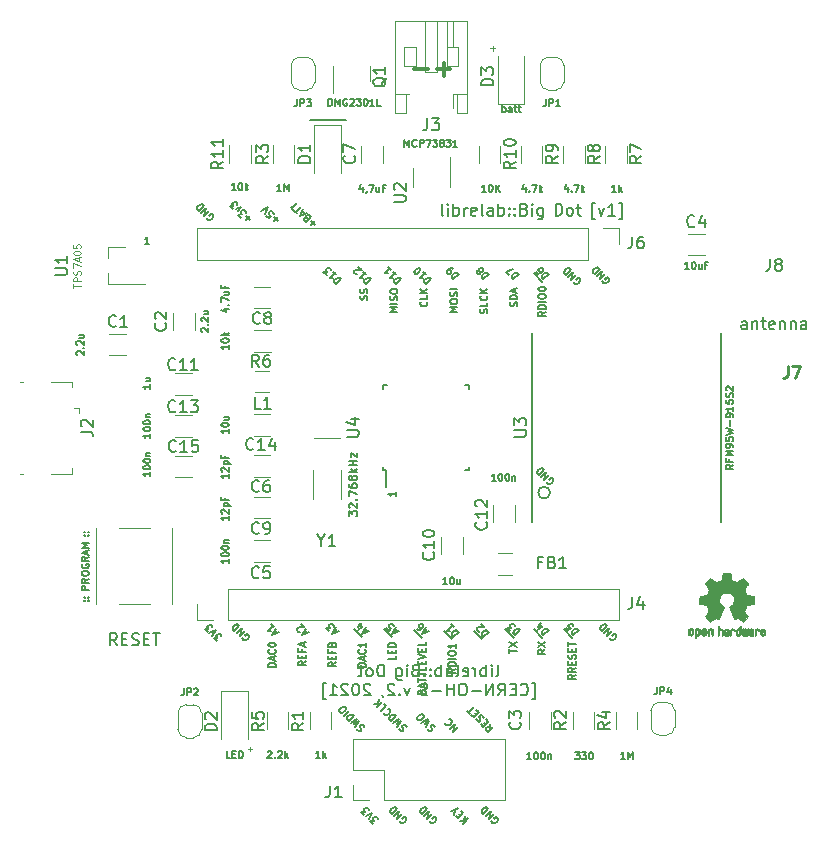
<source format=gbo>
G04 #@! TF.GenerationSoftware,KiCad,Pcbnew,7.0.0-da2b9df05c~171~ubuntu20.04.1*
G04 #@! TF.CreationDate,2023-03-12T16:17:46-04:00*
G04 #@! TF.ProjectId,board,626f6172-642e-46b6-9963-61645f706362,rev?*
G04 #@! TF.SameCoordinates,Original*
G04 #@! TF.FileFunction,Legend,Bot*
G04 #@! TF.FilePolarity,Positive*
%FSLAX46Y46*%
G04 Gerber Fmt 4.6, Leading zero omitted, Abs format (unit mm)*
G04 Created by KiCad (PCBNEW 7.0.0-da2b9df05c~171~ubuntu20.04.1) date 2023-03-12 16:17:46*
%MOMM*%
%LPD*%
G01*
G04 APERTURE LIST*
%ADD10C,0.300000*%
%ADD11C,0.200000*%
%ADD12C,0.150000*%
%ADD13C,0.125000*%
%ADD14C,0.250000*%
%ADD15C,0.120000*%
%ADD16C,0.010000*%
G04 APERTURE END LIST*
D10*
X148996771Y-69677442D02*
X150139629Y-69677442D01*
X150927171Y-69677442D02*
X152070029Y-69677442D01*
X151498600Y-70248871D02*
X151498600Y-69106014D01*
D11*
X155930952Y-121057380D02*
X156026190Y-121009761D01*
X156026190Y-121009761D02*
X156073809Y-120914523D01*
X156073809Y-120914523D02*
X156073809Y-120057380D01*
X155549999Y-121057380D02*
X155549999Y-120390714D01*
X155549999Y-120057380D02*
X155597618Y-120105000D01*
X155597618Y-120105000D02*
X155549999Y-120152619D01*
X155549999Y-120152619D02*
X155502380Y-120105000D01*
X155502380Y-120105000D02*
X155549999Y-120057380D01*
X155549999Y-120057380D02*
X155549999Y-120152619D01*
X155073809Y-121057380D02*
X155073809Y-120057380D01*
X155073809Y-120438333D02*
X154978571Y-120390714D01*
X154978571Y-120390714D02*
X154788095Y-120390714D01*
X154788095Y-120390714D02*
X154692857Y-120438333D01*
X154692857Y-120438333D02*
X154645238Y-120485952D01*
X154645238Y-120485952D02*
X154597619Y-120581190D01*
X154597619Y-120581190D02*
X154597619Y-120866904D01*
X154597619Y-120866904D02*
X154645238Y-120962142D01*
X154645238Y-120962142D02*
X154692857Y-121009761D01*
X154692857Y-121009761D02*
X154788095Y-121057380D01*
X154788095Y-121057380D02*
X154978571Y-121057380D01*
X154978571Y-121057380D02*
X155073809Y-121009761D01*
X154169047Y-121057380D02*
X154169047Y-120390714D01*
X154169047Y-120581190D02*
X154121428Y-120485952D01*
X154121428Y-120485952D02*
X154073809Y-120438333D01*
X154073809Y-120438333D02*
X153978571Y-120390714D01*
X153978571Y-120390714D02*
X153883333Y-120390714D01*
X153169047Y-121009761D02*
X153264285Y-121057380D01*
X153264285Y-121057380D02*
X153454761Y-121057380D01*
X153454761Y-121057380D02*
X153549999Y-121009761D01*
X153549999Y-121009761D02*
X153597618Y-120914523D01*
X153597618Y-120914523D02*
X153597618Y-120533571D01*
X153597618Y-120533571D02*
X153549999Y-120438333D01*
X153549999Y-120438333D02*
X153454761Y-120390714D01*
X153454761Y-120390714D02*
X153264285Y-120390714D01*
X153264285Y-120390714D02*
X153169047Y-120438333D01*
X153169047Y-120438333D02*
X153121428Y-120533571D01*
X153121428Y-120533571D02*
X153121428Y-120628809D01*
X153121428Y-120628809D02*
X153597618Y-120724047D01*
X152549999Y-121057380D02*
X152645237Y-121009761D01*
X152645237Y-121009761D02*
X152692856Y-120914523D01*
X152692856Y-120914523D02*
X152692856Y-120057380D01*
X151740475Y-121057380D02*
X151740475Y-120533571D01*
X151740475Y-120533571D02*
X151788094Y-120438333D01*
X151788094Y-120438333D02*
X151883332Y-120390714D01*
X151883332Y-120390714D02*
X152073808Y-120390714D01*
X152073808Y-120390714D02*
X152169046Y-120438333D01*
X151740475Y-121009761D02*
X151835713Y-121057380D01*
X151835713Y-121057380D02*
X152073808Y-121057380D01*
X152073808Y-121057380D02*
X152169046Y-121009761D01*
X152169046Y-121009761D02*
X152216665Y-120914523D01*
X152216665Y-120914523D02*
X152216665Y-120819285D01*
X152216665Y-120819285D02*
X152169046Y-120724047D01*
X152169046Y-120724047D02*
X152073808Y-120676428D01*
X152073808Y-120676428D02*
X151835713Y-120676428D01*
X151835713Y-120676428D02*
X151740475Y-120628809D01*
X151264284Y-121057380D02*
X151264284Y-120057380D01*
X151264284Y-120438333D02*
X151169046Y-120390714D01*
X151169046Y-120390714D02*
X150978570Y-120390714D01*
X150978570Y-120390714D02*
X150883332Y-120438333D01*
X150883332Y-120438333D02*
X150835713Y-120485952D01*
X150835713Y-120485952D02*
X150788094Y-120581190D01*
X150788094Y-120581190D02*
X150788094Y-120866904D01*
X150788094Y-120866904D02*
X150835713Y-120962142D01*
X150835713Y-120962142D02*
X150883332Y-121009761D01*
X150883332Y-121009761D02*
X150978570Y-121057380D01*
X150978570Y-121057380D02*
X151169046Y-121057380D01*
X151169046Y-121057380D02*
X151264284Y-121009761D01*
X150359522Y-120962142D02*
X150311903Y-121009761D01*
X150311903Y-121009761D02*
X150359522Y-121057380D01*
X150359522Y-121057380D02*
X150407141Y-121009761D01*
X150407141Y-121009761D02*
X150359522Y-120962142D01*
X150359522Y-120962142D02*
X150359522Y-121057380D01*
X150359522Y-120438333D02*
X150311903Y-120485952D01*
X150311903Y-120485952D02*
X150359522Y-120533571D01*
X150359522Y-120533571D02*
X150407141Y-120485952D01*
X150407141Y-120485952D02*
X150359522Y-120438333D01*
X150359522Y-120438333D02*
X150359522Y-120533571D01*
X149883332Y-120962142D02*
X149835713Y-121009761D01*
X149835713Y-121009761D02*
X149883332Y-121057380D01*
X149883332Y-121057380D02*
X149930951Y-121009761D01*
X149930951Y-121009761D02*
X149883332Y-120962142D01*
X149883332Y-120962142D02*
X149883332Y-121057380D01*
X149883332Y-120438333D02*
X149835713Y-120485952D01*
X149835713Y-120485952D02*
X149883332Y-120533571D01*
X149883332Y-120533571D02*
X149930951Y-120485952D01*
X149930951Y-120485952D02*
X149883332Y-120438333D01*
X149883332Y-120438333D02*
X149883332Y-120533571D01*
X149073809Y-120533571D02*
X148930952Y-120581190D01*
X148930952Y-120581190D02*
X148883333Y-120628809D01*
X148883333Y-120628809D02*
X148835714Y-120724047D01*
X148835714Y-120724047D02*
X148835714Y-120866904D01*
X148835714Y-120866904D02*
X148883333Y-120962142D01*
X148883333Y-120962142D02*
X148930952Y-121009761D01*
X148930952Y-121009761D02*
X149026190Y-121057380D01*
X149026190Y-121057380D02*
X149407142Y-121057380D01*
X149407142Y-121057380D02*
X149407142Y-120057380D01*
X149407142Y-120057380D02*
X149073809Y-120057380D01*
X149073809Y-120057380D02*
X148978571Y-120105000D01*
X148978571Y-120105000D02*
X148930952Y-120152619D01*
X148930952Y-120152619D02*
X148883333Y-120247857D01*
X148883333Y-120247857D02*
X148883333Y-120343095D01*
X148883333Y-120343095D02*
X148930952Y-120438333D01*
X148930952Y-120438333D02*
X148978571Y-120485952D01*
X148978571Y-120485952D02*
X149073809Y-120533571D01*
X149073809Y-120533571D02*
X149407142Y-120533571D01*
X148407142Y-121057380D02*
X148407142Y-120390714D01*
X148407142Y-120057380D02*
X148454761Y-120105000D01*
X148454761Y-120105000D02*
X148407142Y-120152619D01*
X148407142Y-120152619D02*
X148359523Y-120105000D01*
X148359523Y-120105000D02*
X148407142Y-120057380D01*
X148407142Y-120057380D02*
X148407142Y-120152619D01*
X147502381Y-120390714D02*
X147502381Y-121200238D01*
X147502381Y-121200238D02*
X147550000Y-121295476D01*
X147550000Y-121295476D02*
X147597619Y-121343095D01*
X147597619Y-121343095D02*
X147692857Y-121390714D01*
X147692857Y-121390714D02*
X147835714Y-121390714D01*
X147835714Y-121390714D02*
X147930952Y-121343095D01*
X147502381Y-121009761D02*
X147597619Y-121057380D01*
X147597619Y-121057380D02*
X147788095Y-121057380D01*
X147788095Y-121057380D02*
X147883333Y-121009761D01*
X147883333Y-121009761D02*
X147930952Y-120962142D01*
X147930952Y-120962142D02*
X147978571Y-120866904D01*
X147978571Y-120866904D02*
X147978571Y-120581190D01*
X147978571Y-120581190D02*
X147930952Y-120485952D01*
X147930952Y-120485952D02*
X147883333Y-120438333D01*
X147883333Y-120438333D02*
X147788095Y-120390714D01*
X147788095Y-120390714D02*
X147597619Y-120390714D01*
X147597619Y-120390714D02*
X147502381Y-120438333D01*
X146426190Y-121057380D02*
X146426190Y-120057380D01*
X146426190Y-120057380D02*
X146188095Y-120057380D01*
X146188095Y-120057380D02*
X146045238Y-120105000D01*
X146045238Y-120105000D02*
X145950000Y-120200238D01*
X145950000Y-120200238D02*
X145902381Y-120295476D01*
X145902381Y-120295476D02*
X145854762Y-120485952D01*
X145854762Y-120485952D02*
X145854762Y-120628809D01*
X145854762Y-120628809D02*
X145902381Y-120819285D01*
X145902381Y-120819285D02*
X145950000Y-120914523D01*
X145950000Y-120914523D02*
X146045238Y-121009761D01*
X146045238Y-121009761D02*
X146188095Y-121057380D01*
X146188095Y-121057380D02*
X146426190Y-121057380D01*
X145283333Y-121057380D02*
X145378571Y-121009761D01*
X145378571Y-121009761D02*
X145426190Y-120962142D01*
X145426190Y-120962142D02*
X145473809Y-120866904D01*
X145473809Y-120866904D02*
X145473809Y-120581190D01*
X145473809Y-120581190D02*
X145426190Y-120485952D01*
X145426190Y-120485952D02*
X145378571Y-120438333D01*
X145378571Y-120438333D02*
X145283333Y-120390714D01*
X145283333Y-120390714D02*
X145140476Y-120390714D01*
X145140476Y-120390714D02*
X145045238Y-120438333D01*
X145045238Y-120438333D02*
X144997619Y-120485952D01*
X144997619Y-120485952D02*
X144950000Y-120581190D01*
X144950000Y-120581190D02*
X144950000Y-120866904D01*
X144950000Y-120866904D02*
X144997619Y-120962142D01*
X144997619Y-120962142D02*
X145045238Y-121009761D01*
X145045238Y-121009761D02*
X145140476Y-121057380D01*
X145140476Y-121057380D02*
X145283333Y-121057380D01*
X144664285Y-120390714D02*
X144283333Y-120390714D01*
X144521428Y-120057380D02*
X144521428Y-120914523D01*
X144521428Y-120914523D02*
X144473809Y-121009761D01*
X144473809Y-121009761D02*
X144378571Y-121057380D01*
X144378571Y-121057380D02*
X144283333Y-121057380D01*
X158969047Y-123010714D02*
X159207142Y-123010714D01*
X159207142Y-123010714D02*
X159207142Y-121582142D01*
X159207142Y-121582142D02*
X158969047Y-121582142D01*
X158016666Y-122582142D02*
X158064285Y-122629761D01*
X158064285Y-122629761D02*
X158207142Y-122677380D01*
X158207142Y-122677380D02*
X158302380Y-122677380D01*
X158302380Y-122677380D02*
X158445237Y-122629761D01*
X158445237Y-122629761D02*
X158540475Y-122534523D01*
X158540475Y-122534523D02*
X158588094Y-122439285D01*
X158588094Y-122439285D02*
X158635713Y-122248809D01*
X158635713Y-122248809D02*
X158635713Y-122105952D01*
X158635713Y-122105952D02*
X158588094Y-121915476D01*
X158588094Y-121915476D02*
X158540475Y-121820238D01*
X158540475Y-121820238D02*
X158445237Y-121725000D01*
X158445237Y-121725000D02*
X158302380Y-121677380D01*
X158302380Y-121677380D02*
X158207142Y-121677380D01*
X158207142Y-121677380D02*
X158064285Y-121725000D01*
X158064285Y-121725000D02*
X158016666Y-121772619D01*
X157588094Y-122153571D02*
X157254761Y-122153571D01*
X157111904Y-122677380D02*
X157588094Y-122677380D01*
X157588094Y-122677380D02*
X157588094Y-121677380D01*
X157588094Y-121677380D02*
X157111904Y-121677380D01*
X156111904Y-122677380D02*
X156445237Y-122201190D01*
X156683332Y-122677380D02*
X156683332Y-121677380D01*
X156683332Y-121677380D02*
X156302380Y-121677380D01*
X156302380Y-121677380D02*
X156207142Y-121725000D01*
X156207142Y-121725000D02*
X156159523Y-121772619D01*
X156159523Y-121772619D02*
X156111904Y-121867857D01*
X156111904Y-121867857D02*
X156111904Y-122010714D01*
X156111904Y-122010714D02*
X156159523Y-122105952D01*
X156159523Y-122105952D02*
X156207142Y-122153571D01*
X156207142Y-122153571D02*
X156302380Y-122201190D01*
X156302380Y-122201190D02*
X156683332Y-122201190D01*
X155683332Y-122677380D02*
X155683332Y-121677380D01*
X155683332Y-121677380D02*
X155111904Y-122677380D01*
X155111904Y-122677380D02*
X155111904Y-121677380D01*
X154635713Y-122296428D02*
X153873809Y-122296428D01*
X153207142Y-121677380D02*
X153016666Y-121677380D01*
X153016666Y-121677380D02*
X152921428Y-121725000D01*
X152921428Y-121725000D02*
X152826190Y-121820238D01*
X152826190Y-121820238D02*
X152778571Y-122010714D01*
X152778571Y-122010714D02*
X152778571Y-122344047D01*
X152778571Y-122344047D02*
X152826190Y-122534523D01*
X152826190Y-122534523D02*
X152921428Y-122629761D01*
X152921428Y-122629761D02*
X153016666Y-122677380D01*
X153016666Y-122677380D02*
X153207142Y-122677380D01*
X153207142Y-122677380D02*
X153302380Y-122629761D01*
X153302380Y-122629761D02*
X153397618Y-122534523D01*
X153397618Y-122534523D02*
X153445237Y-122344047D01*
X153445237Y-122344047D02*
X153445237Y-122010714D01*
X153445237Y-122010714D02*
X153397618Y-121820238D01*
X153397618Y-121820238D02*
X153302380Y-121725000D01*
X153302380Y-121725000D02*
X153207142Y-121677380D01*
X152349999Y-122677380D02*
X152349999Y-121677380D01*
X152349999Y-122153571D02*
X151778571Y-122153571D01*
X151778571Y-122677380D02*
X151778571Y-121677380D01*
X151302380Y-122296428D02*
X150540476Y-122296428D01*
X150111904Y-122629761D02*
X149969047Y-122677380D01*
X149969047Y-122677380D02*
X149730952Y-122677380D01*
X149730952Y-122677380D02*
X149635714Y-122629761D01*
X149635714Y-122629761D02*
X149588095Y-122582142D01*
X149588095Y-122582142D02*
X149540476Y-122486904D01*
X149540476Y-122486904D02*
X149540476Y-122391666D01*
X149540476Y-122391666D02*
X149588095Y-122296428D01*
X149588095Y-122296428D02*
X149635714Y-122248809D01*
X149635714Y-122248809D02*
X149730952Y-122201190D01*
X149730952Y-122201190D02*
X149921428Y-122153571D01*
X149921428Y-122153571D02*
X150016666Y-122105952D01*
X150016666Y-122105952D02*
X150064285Y-122058333D01*
X150064285Y-122058333D02*
X150111904Y-121963095D01*
X150111904Y-121963095D02*
X150111904Y-121867857D01*
X150111904Y-121867857D02*
X150064285Y-121772619D01*
X150064285Y-121772619D02*
X150016666Y-121725000D01*
X150016666Y-121725000D02*
X149921428Y-121677380D01*
X149921428Y-121677380D02*
X149683333Y-121677380D01*
X149683333Y-121677380D02*
X149540476Y-121725000D01*
X148607142Y-122010714D02*
X148369047Y-122677380D01*
X148369047Y-122677380D02*
X148130952Y-122010714D01*
X147749999Y-122582142D02*
X147702380Y-122629761D01*
X147702380Y-122629761D02*
X147749999Y-122677380D01*
X147749999Y-122677380D02*
X147797618Y-122629761D01*
X147797618Y-122629761D02*
X147749999Y-122582142D01*
X147749999Y-122582142D02*
X147749999Y-122677380D01*
X147321428Y-121772619D02*
X147273809Y-121725000D01*
X147273809Y-121725000D02*
X147178571Y-121677380D01*
X147178571Y-121677380D02*
X146940476Y-121677380D01*
X146940476Y-121677380D02*
X146845238Y-121725000D01*
X146845238Y-121725000D02*
X146797619Y-121772619D01*
X146797619Y-121772619D02*
X146750000Y-121867857D01*
X146750000Y-121867857D02*
X146750000Y-121963095D01*
X146750000Y-121963095D02*
X146797619Y-122105952D01*
X146797619Y-122105952D02*
X147369047Y-122677380D01*
X147369047Y-122677380D02*
X146750000Y-122677380D01*
X146273809Y-122629761D02*
X146273809Y-122677380D01*
X146273809Y-122677380D02*
X146321428Y-122772619D01*
X146321428Y-122772619D02*
X146369047Y-122820238D01*
X145292857Y-121772619D02*
X145245238Y-121725000D01*
X145245238Y-121725000D02*
X145150000Y-121677380D01*
X145150000Y-121677380D02*
X144911905Y-121677380D01*
X144911905Y-121677380D02*
X144816667Y-121725000D01*
X144816667Y-121725000D02*
X144769048Y-121772619D01*
X144769048Y-121772619D02*
X144721429Y-121867857D01*
X144721429Y-121867857D02*
X144721429Y-121963095D01*
X144721429Y-121963095D02*
X144769048Y-122105952D01*
X144769048Y-122105952D02*
X145340476Y-122677380D01*
X145340476Y-122677380D02*
X144721429Y-122677380D01*
X144102381Y-121677380D02*
X144007143Y-121677380D01*
X144007143Y-121677380D02*
X143911905Y-121725000D01*
X143911905Y-121725000D02*
X143864286Y-121772619D01*
X143864286Y-121772619D02*
X143816667Y-121867857D01*
X143816667Y-121867857D02*
X143769048Y-122058333D01*
X143769048Y-122058333D02*
X143769048Y-122296428D01*
X143769048Y-122296428D02*
X143816667Y-122486904D01*
X143816667Y-122486904D02*
X143864286Y-122582142D01*
X143864286Y-122582142D02*
X143911905Y-122629761D01*
X143911905Y-122629761D02*
X144007143Y-122677380D01*
X144007143Y-122677380D02*
X144102381Y-122677380D01*
X144102381Y-122677380D02*
X144197619Y-122629761D01*
X144197619Y-122629761D02*
X144245238Y-122582142D01*
X144245238Y-122582142D02*
X144292857Y-122486904D01*
X144292857Y-122486904D02*
X144340476Y-122296428D01*
X144340476Y-122296428D02*
X144340476Y-122058333D01*
X144340476Y-122058333D02*
X144292857Y-121867857D01*
X144292857Y-121867857D02*
X144245238Y-121772619D01*
X144245238Y-121772619D02*
X144197619Y-121725000D01*
X144197619Y-121725000D02*
X144102381Y-121677380D01*
X143388095Y-121772619D02*
X143340476Y-121725000D01*
X143340476Y-121725000D02*
X143245238Y-121677380D01*
X143245238Y-121677380D02*
X143007143Y-121677380D01*
X143007143Y-121677380D02*
X142911905Y-121725000D01*
X142911905Y-121725000D02*
X142864286Y-121772619D01*
X142864286Y-121772619D02*
X142816667Y-121867857D01*
X142816667Y-121867857D02*
X142816667Y-121963095D01*
X142816667Y-121963095D02*
X142864286Y-122105952D01*
X142864286Y-122105952D02*
X143435714Y-122677380D01*
X143435714Y-122677380D02*
X142816667Y-122677380D01*
X141864286Y-122677380D02*
X142435714Y-122677380D01*
X142150000Y-122677380D02*
X142150000Y-121677380D01*
X142150000Y-121677380D02*
X142245238Y-121820238D01*
X142245238Y-121820238D02*
X142340476Y-121915476D01*
X142340476Y-121915476D02*
X142435714Y-121963095D01*
X141530952Y-123010714D02*
X141292857Y-123010714D01*
X141292857Y-123010714D02*
X141292857Y-121582142D01*
X141292857Y-121582142D02*
X141530952Y-121582142D01*
D12*
X162521053Y-87681973D02*
X162541256Y-87742582D01*
X162541256Y-87742582D02*
X162601866Y-87803192D01*
X162601866Y-87803192D02*
X162682678Y-87843598D01*
X162682678Y-87843598D02*
X162763490Y-87843598D01*
X162763490Y-87843598D02*
X162824099Y-87823395D01*
X162824099Y-87823395D02*
X162925114Y-87762785D01*
X162925114Y-87762785D02*
X162985723Y-87702176D01*
X162985723Y-87702176D02*
X163046333Y-87601161D01*
X163046333Y-87601161D02*
X163066536Y-87540552D01*
X163066536Y-87540552D02*
X163066536Y-87459740D01*
X163066536Y-87459740D02*
X163026130Y-87378928D01*
X163026130Y-87378928D02*
X162985723Y-87338521D01*
X162985723Y-87338521D02*
X162904911Y-87298115D01*
X162904911Y-87298115D02*
X162864505Y-87298115D01*
X162864505Y-87298115D02*
X162723084Y-87439537D01*
X162723084Y-87439537D02*
X162803896Y-87520349D01*
X162723084Y-87075882D02*
X162298820Y-87500146D01*
X162298820Y-87500146D02*
X162480647Y-86833445D01*
X162480647Y-86833445D02*
X162056383Y-87257709D01*
X162278617Y-86631415D02*
X161854353Y-87055679D01*
X161854353Y-87055679D02*
X161753338Y-86954664D01*
X161753338Y-86954664D02*
X161712932Y-86873852D01*
X161712932Y-86873852D02*
X161712932Y-86793039D01*
X161712932Y-86793039D02*
X161733135Y-86732430D01*
X161733135Y-86732430D02*
X161793744Y-86631415D01*
X161793744Y-86631415D02*
X161854353Y-86570806D01*
X161854353Y-86570806D02*
X161955368Y-86510197D01*
X161955368Y-86510197D02*
X162015977Y-86489994D01*
X162015977Y-86489994D02*
X162096790Y-86489994D01*
X162096790Y-86489994D02*
X162177602Y-86530400D01*
X162177602Y-86530400D02*
X162278617Y-86631415D01*
X135127552Y-82445068D02*
X134804303Y-82121819D01*
X135127552Y-82121819D02*
X134804303Y-82445068D01*
X134380039Y-82222834D02*
X134117399Y-81960194D01*
X134117399Y-81960194D02*
X134420445Y-81939991D01*
X134420445Y-81939991D02*
X134359836Y-81879382D01*
X134359836Y-81879382D02*
X134339633Y-81818773D01*
X134339633Y-81818773D02*
X134339633Y-81778367D01*
X134339633Y-81778367D02*
X134359836Y-81717758D01*
X134359836Y-81717758D02*
X134460851Y-81616743D01*
X134460851Y-81616743D02*
X134521460Y-81596539D01*
X134521460Y-81596539D02*
X134561866Y-81596539D01*
X134561866Y-81596539D02*
X134622476Y-81616743D01*
X134622476Y-81616743D02*
X134743694Y-81737961D01*
X134743694Y-81737961D02*
X134763897Y-81798570D01*
X134763897Y-81798570D02*
X134763897Y-81838976D01*
X134117399Y-81677351D02*
X134299226Y-81293493D01*
X134299226Y-81293493D02*
X133915369Y-81475321D01*
X133652729Y-81495524D02*
X133390089Y-81232884D01*
X133390089Y-81232884D02*
X133693135Y-81212681D01*
X133693135Y-81212681D02*
X133632526Y-81152072D01*
X133632526Y-81152072D02*
X133612323Y-81091463D01*
X133612323Y-81091463D02*
X133612323Y-81051057D01*
X133612323Y-81051057D02*
X133632526Y-80990448D01*
X133632526Y-80990448D02*
X133733541Y-80889432D01*
X133733541Y-80889432D02*
X133794150Y-80869229D01*
X133794150Y-80869229D02*
X133834556Y-80869229D01*
X133834556Y-80869229D02*
X133895165Y-80889432D01*
X133895165Y-80889432D02*
X134016384Y-81010651D01*
X134016384Y-81010651D02*
X134036587Y-81071260D01*
X134036587Y-81071260D02*
X134036587Y-81111666D01*
X147789053Y-133337442D02*
X147809256Y-133398051D01*
X147809256Y-133398051D02*
X147869866Y-133458661D01*
X147869866Y-133458661D02*
X147950678Y-133499067D01*
X147950678Y-133499067D02*
X148031490Y-133499067D01*
X148031490Y-133499067D02*
X148092099Y-133478864D01*
X148092099Y-133478864D02*
X148193114Y-133418254D01*
X148193114Y-133418254D02*
X148253723Y-133357645D01*
X148253723Y-133357645D02*
X148314333Y-133256630D01*
X148314333Y-133256630D02*
X148334536Y-133196021D01*
X148334536Y-133196021D02*
X148334536Y-133115209D01*
X148334536Y-133115209D02*
X148294130Y-133034397D01*
X148294130Y-133034397D02*
X148253723Y-132993990D01*
X148253723Y-132993990D02*
X148172911Y-132953584D01*
X148172911Y-132953584D02*
X148132505Y-132953584D01*
X148132505Y-132953584D02*
X147991084Y-133095006D01*
X147991084Y-133095006D02*
X148071896Y-133175818D01*
X147991084Y-132731351D02*
X147566820Y-133155615D01*
X147566820Y-133155615D02*
X147748647Y-132488914D01*
X147748647Y-132488914D02*
X147324383Y-132913178D01*
X147546617Y-132286884D02*
X147122353Y-132711148D01*
X147122353Y-132711148D02*
X147021338Y-132610133D01*
X147021338Y-132610133D02*
X146980932Y-132529321D01*
X146980932Y-132529321D02*
X146980932Y-132448508D01*
X146980932Y-132448508D02*
X147001135Y-132387899D01*
X147001135Y-132387899D02*
X147061744Y-132286884D01*
X147061744Y-132286884D02*
X147122353Y-132226275D01*
X147122353Y-132226275D02*
X147223368Y-132165666D01*
X147223368Y-132165666D02*
X147283977Y-132145463D01*
X147283977Y-132145463D02*
X147364790Y-132145463D01*
X147364790Y-132145463D02*
X147445602Y-132185869D01*
X147445602Y-132185869D02*
X147546617Y-132286884D01*
X155536053Y-133337442D02*
X155556256Y-133398051D01*
X155556256Y-133398051D02*
X155616866Y-133458661D01*
X155616866Y-133458661D02*
X155697678Y-133499067D01*
X155697678Y-133499067D02*
X155778490Y-133499067D01*
X155778490Y-133499067D02*
X155839099Y-133478864D01*
X155839099Y-133478864D02*
X155940114Y-133418254D01*
X155940114Y-133418254D02*
X156000723Y-133357645D01*
X156000723Y-133357645D02*
X156061333Y-133256630D01*
X156061333Y-133256630D02*
X156081536Y-133196021D01*
X156081536Y-133196021D02*
X156081536Y-133115209D01*
X156081536Y-133115209D02*
X156041130Y-133034397D01*
X156041130Y-133034397D02*
X156000723Y-132993990D01*
X156000723Y-132993990D02*
X155919911Y-132953584D01*
X155919911Y-132953584D02*
X155879505Y-132953584D01*
X155879505Y-132953584D02*
X155738084Y-133095006D01*
X155738084Y-133095006D02*
X155818896Y-133175818D01*
X155738084Y-132731351D02*
X155313820Y-133155615D01*
X155313820Y-133155615D02*
X155495647Y-132488914D01*
X155495647Y-132488914D02*
X155071383Y-132913178D01*
X155293617Y-132286884D02*
X154869353Y-132711148D01*
X154869353Y-132711148D02*
X154768338Y-132610133D01*
X154768338Y-132610133D02*
X154727932Y-132529321D01*
X154727932Y-132529321D02*
X154727932Y-132448508D01*
X154727932Y-132448508D02*
X154748135Y-132387899D01*
X154748135Y-132387899D02*
X154808744Y-132286884D01*
X154808744Y-132286884D02*
X154869353Y-132226275D01*
X154869353Y-132226275D02*
X154970368Y-132165666D01*
X154970368Y-132165666D02*
X155030977Y-132145463D01*
X155030977Y-132145463D02*
X155111790Y-132145463D01*
X155111790Y-132145463D02*
X155192602Y-132185869D01*
X155192602Y-132185869D02*
X155293617Y-132286884D01*
X144784699Y-125361225D02*
X144744292Y-125280412D01*
X144744292Y-125280412D02*
X144643277Y-125179397D01*
X144643277Y-125179397D02*
X144582668Y-125159194D01*
X144582668Y-125159194D02*
X144542262Y-125159194D01*
X144542262Y-125159194D02*
X144481653Y-125179397D01*
X144481653Y-125179397D02*
X144441247Y-125219803D01*
X144441247Y-125219803D02*
X144421044Y-125280412D01*
X144421044Y-125280412D02*
X144421044Y-125320818D01*
X144421044Y-125320818D02*
X144441247Y-125381428D01*
X144441247Y-125381428D02*
X144501856Y-125482443D01*
X144501856Y-125482443D02*
X144522059Y-125543052D01*
X144522059Y-125543052D02*
X144522059Y-125583458D01*
X144522059Y-125583458D02*
X144501856Y-125644067D01*
X144501856Y-125644067D02*
X144461450Y-125684473D01*
X144461450Y-125684473D02*
X144400841Y-125704676D01*
X144400841Y-125704676D02*
X144360434Y-125704676D01*
X144360434Y-125704676D02*
X144299825Y-125684473D01*
X144299825Y-125684473D02*
X144198810Y-125583458D01*
X144198810Y-125583458D02*
X144158404Y-125502646D01*
X143996779Y-125381427D02*
X144320028Y-124856148D01*
X144320028Y-124856148D02*
X143936170Y-125078382D01*
X143936170Y-125078382D02*
X144158404Y-124694524D01*
X144158404Y-124694524D02*
X143633124Y-125017772D01*
X143895764Y-124431884D02*
X143471500Y-124856148D01*
X143471500Y-124856148D02*
X143370485Y-124755133D01*
X143370485Y-124755133D02*
X143330079Y-124674321D01*
X143330079Y-124674321D02*
X143330079Y-124593509D01*
X143330079Y-124593509D02*
X143350282Y-124532899D01*
X143350282Y-124532899D02*
X143410891Y-124431884D01*
X143410891Y-124431884D02*
X143471500Y-124371275D01*
X143471500Y-124371275D02*
X143572515Y-124310666D01*
X143572515Y-124310666D02*
X143633125Y-124290463D01*
X143633125Y-124290463D02*
X143713937Y-124290463D01*
X143713937Y-124290463D02*
X143794749Y-124330869D01*
X143794749Y-124330869D02*
X143895764Y-124431884D01*
X143471500Y-124007620D02*
X143047236Y-124431884D01*
X142764394Y-124149042D02*
X142683581Y-124068229D01*
X142683581Y-124068229D02*
X142663378Y-124007620D01*
X142663378Y-124007620D02*
X142663378Y-123926808D01*
X142663378Y-123926808D02*
X142723987Y-123825793D01*
X142723987Y-123825793D02*
X142865409Y-123684371D01*
X142865409Y-123684371D02*
X142966424Y-123623762D01*
X142966424Y-123623762D02*
X143047236Y-123623762D01*
X143047236Y-123623762D02*
X143107845Y-123643965D01*
X143107845Y-123643965D02*
X143188658Y-123724778D01*
X143188658Y-123724778D02*
X143208861Y-123785387D01*
X143208861Y-123785387D02*
X143208861Y-123866199D01*
X143208861Y-123866199D02*
X143148252Y-123967214D01*
X143148252Y-123967214D02*
X143006830Y-124108636D01*
X143006830Y-124108636D02*
X142905815Y-124169245D01*
X142905815Y-124169245D02*
X142825003Y-124169245D01*
X142825003Y-124169245D02*
X142764394Y-124149042D01*
X150760875Y-125361224D02*
X150720469Y-125280412D01*
X150720469Y-125280412D02*
X150619454Y-125179397D01*
X150619454Y-125179397D02*
X150558845Y-125159194D01*
X150558845Y-125159194D02*
X150518439Y-125159194D01*
X150518439Y-125159194D02*
X150457830Y-125179397D01*
X150457830Y-125179397D02*
X150417423Y-125219803D01*
X150417423Y-125219803D02*
X150397220Y-125280412D01*
X150397220Y-125280412D02*
X150397220Y-125320818D01*
X150397220Y-125320818D02*
X150417423Y-125381427D01*
X150417423Y-125381427D02*
X150478033Y-125482443D01*
X150478033Y-125482443D02*
X150498236Y-125543052D01*
X150498236Y-125543052D02*
X150498236Y-125583458D01*
X150498236Y-125583458D02*
X150478033Y-125644067D01*
X150478033Y-125644067D02*
X150437627Y-125684473D01*
X150437627Y-125684473D02*
X150377017Y-125704676D01*
X150377017Y-125704676D02*
X150336611Y-125704676D01*
X150336611Y-125704676D02*
X150276002Y-125684473D01*
X150276002Y-125684473D02*
X150174987Y-125583458D01*
X150174987Y-125583458D02*
X150134581Y-125502646D01*
X149972956Y-125381427D02*
X150296205Y-124856148D01*
X150296205Y-124856148D02*
X149912347Y-125078381D01*
X149912347Y-125078381D02*
X150134580Y-124694523D01*
X150134580Y-124694523D02*
X149609301Y-125017772D01*
X149366865Y-124775336D02*
X149286053Y-124694524D01*
X149286053Y-124694524D02*
X149265849Y-124633914D01*
X149265849Y-124633914D02*
X149265849Y-124553102D01*
X149265849Y-124553102D02*
X149326459Y-124452087D01*
X149326459Y-124452087D02*
X149467880Y-124310666D01*
X149467880Y-124310666D02*
X149568895Y-124250056D01*
X149568895Y-124250056D02*
X149649707Y-124250056D01*
X149649707Y-124250056D02*
X149710317Y-124270260D01*
X149710317Y-124270260D02*
X149791129Y-124351072D01*
X149791129Y-124351072D02*
X149811332Y-124411681D01*
X149811332Y-124411681D02*
X149811332Y-124492493D01*
X149811332Y-124492493D02*
X149750723Y-124593508D01*
X149750723Y-124593508D02*
X149609301Y-124734930D01*
X149609301Y-124734930D02*
X149508286Y-124795539D01*
X149508286Y-124795539D02*
X149427474Y-124795539D01*
X149427474Y-124795539D02*
X149366865Y-124775336D01*
X148358676Y-125361225D02*
X148318269Y-125280412D01*
X148318269Y-125280412D02*
X148217254Y-125179397D01*
X148217254Y-125179397D02*
X148156645Y-125159194D01*
X148156645Y-125159194D02*
X148116239Y-125159194D01*
X148116239Y-125159194D02*
X148055630Y-125179397D01*
X148055630Y-125179397D02*
X148015224Y-125219803D01*
X148015224Y-125219803D02*
X147995021Y-125280412D01*
X147995021Y-125280412D02*
X147995021Y-125320818D01*
X147995021Y-125320818D02*
X148015224Y-125381428D01*
X148015224Y-125381428D02*
X148075833Y-125482443D01*
X148075833Y-125482443D02*
X148096036Y-125543052D01*
X148096036Y-125543052D02*
X148096036Y-125583458D01*
X148096036Y-125583458D02*
X148075833Y-125644067D01*
X148075833Y-125644067D02*
X148035427Y-125684473D01*
X148035427Y-125684473D02*
X147974818Y-125704676D01*
X147974818Y-125704676D02*
X147934411Y-125704676D01*
X147934411Y-125704676D02*
X147873802Y-125684473D01*
X147873802Y-125684473D02*
X147772787Y-125583458D01*
X147772787Y-125583458D02*
X147732381Y-125502646D01*
X147570756Y-125381427D02*
X147894005Y-124856148D01*
X147894005Y-124856148D02*
X147510147Y-125078382D01*
X147510147Y-125078382D02*
X147732381Y-124694524D01*
X147732381Y-124694524D02*
X147207101Y-125017772D01*
X147469741Y-124431884D02*
X147045477Y-124856148D01*
X147045477Y-124856148D02*
X146944462Y-124755133D01*
X146944462Y-124755133D02*
X146904056Y-124674321D01*
X146904056Y-124674321D02*
X146904056Y-124593509D01*
X146904056Y-124593509D02*
X146924259Y-124532899D01*
X146924259Y-124532899D02*
X146984868Y-124431884D01*
X146984868Y-124431884D02*
X147045477Y-124371275D01*
X147045477Y-124371275D02*
X147146492Y-124310666D01*
X147146492Y-124310666D02*
X147207102Y-124290463D01*
X147207102Y-124290463D02*
X147287914Y-124290463D01*
X147287914Y-124290463D02*
X147368726Y-124330869D01*
X147368726Y-124330869D02*
X147469741Y-124431884D01*
X146762634Y-123805590D02*
X146803041Y-123805590D01*
X146803041Y-123805590D02*
X146883853Y-123845996D01*
X146883853Y-123845996D02*
X146924259Y-123886402D01*
X146924259Y-123886402D02*
X146964665Y-123967214D01*
X146964665Y-123967214D02*
X146964665Y-124048026D01*
X146964665Y-124048026D02*
X146944462Y-124108635D01*
X146944462Y-124108635D02*
X146883853Y-124209651D01*
X146883853Y-124209651D02*
X146823244Y-124270260D01*
X146823244Y-124270260D02*
X146722228Y-124330869D01*
X146722228Y-124330869D02*
X146661619Y-124351072D01*
X146661619Y-124351072D02*
X146580807Y-124351072D01*
X146580807Y-124351072D02*
X146499995Y-124310666D01*
X146499995Y-124310666D02*
X146459589Y-124270260D01*
X146459589Y-124270260D02*
X146419183Y-124189448D01*
X146419183Y-124189448D02*
X146419183Y-124149041D01*
X146419183Y-123381325D02*
X146621213Y-123583356D01*
X146621213Y-123583356D02*
X146196949Y-124007620D01*
X146277761Y-123239904D02*
X145853497Y-123664168D01*
X146035325Y-122997468D02*
X145974716Y-123421732D01*
X145611061Y-123421732D02*
X146095934Y-123421732D01*
X150417044Y-87439538D02*
X149992780Y-87863802D01*
X149992780Y-87863802D02*
X149891765Y-87762787D01*
X149891765Y-87762787D02*
X149851359Y-87681975D01*
X149851359Y-87681975D02*
X149851359Y-87601162D01*
X149851359Y-87601162D02*
X149871562Y-87540553D01*
X149871562Y-87540553D02*
X149932171Y-87439538D01*
X149932171Y-87439538D02*
X149992780Y-87378929D01*
X149992780Y-87378929D02*
X150093795Y-87318320D01*
X150093795Y-87318320D02*
X150154404Y-87298117D01*
X150154404Y-87298117D02*
X150235217Y-87298117D01*
X150235217Y-87298117D02*
X150316029Y-87338523D01*
X150316029Y-87338523D02*
X150417044Y-87439538D01*
X149770547Y-86793040D02*
X150012983Y-87035477D01*
X149891765Y-86914259D02*
X149467501Y-87338523D01*
X149467501Y-87338523D02*
X149568516Y-87318320D01*
X149568516Y-87318320D02*
X149649328Y-87318320D01*
X149649328Y-87318320D02*
X149709937Y-87338523D01*
X149083642Y-86954665D02*
X149043236Y-86914258D01*
X149043236Y-86914258D02*
X149023033Y-86853649D01*
X149023033Y-86853649D02*
X149023033Y-86813243D01*
X149023033Y-86813243D02*
X149043236Y-86752634D01*
X149043236Y-86752634D02*
X149103846Y-86651619D01*
X149103846Y-86651619D02*
X149204861Y-86550604D01*
X149204861Y-86550604D02*
X149305876Y-86489994D01*
X149305876Y-86489994D02*
X149366485Y-86469791D01*
X149366485Y-86469791D02*
X149406891Y-86469791D01*
X149406891Y-86469791D02*
X149467500Y-86489994D01*
X149467500Y-86489994D02*
X149507907Y-86530400D01*
X149507907Y-86530400D02*
X149528110Y-86591010D01*
X149528110Y-86591010D02*
X149528110Y-86631416D01*
X149528110Y-86631416D02*
X149507907Y-86692025D01*
X149507907Y-86692025D02*
X149447297Y-86793040D01*
X149447297Y-86793040D02*
X149346282Y-86894055D01*
X149346282Y-86894055D02*
X149245267Y-86954665D01*
X149245267Y-86954665D02*
X149184658Y-86974868D01*
X149184658Y-86974868D02*
X149144252Y-86974868D01*
X149144252Y-86974868D02*
X149083642Y-86954665D01*
X160375013Y-117175280D02*
X159950749Y-117599544D01*
X159950749Y-117599544D02*
X159849734Y-117498529D01*
X159849734Y-117498529D02*
X159809328Y-117417717D01*
X159809328Y-117417717D02*
X159809328Y-117336904D01*
X159809328Y-117336904D02*
X159829531Y-117276295D01*
X159829531Y-117276295D02*
X159890140Y-117175280D01*
X159890140Y-117175280D02*
X159950749Y-117114671D01*
X159950749Y-117114671D02*
X160051764Y-117054062D01*
X160051764Y-117054062D02*
X160112373Y-117033859D01*
X160112373Y-117033859D02*
X160193186Y-117033859D01*
X160193186Y-117033859D02*
X160273998Y-117074265D01*
X160273998Y-117074265D02*
X160375013Y-117175280D01*
X159486079Y-116852031D02*
X159768922Y-116569189D01*
X159425470Y-117114671D02*
X159829531Y-116912640D01*
X159829531Y-116912640D02*
X159566891Y-116650001D01*
X159859835Y-117807636D02*
X159116363Y-117064163D01*
X157962013Y-117175280D02*
X157537749Y-117599544D01*
X157537749Y-117599544D02*
X157436734Y-117498529D01*
X157436734Y-117498529D02*
X157396328Y-117417717D01*
X157396328Y-117417717D02*
X157396328Y-117336904D01*
X157396328Y-117336904D02*
X157416531Y-117276295D01*
X157416531Y-117276295D02*
X157477140Y-117175280D01*
X157477140Y-117175280D02*
X157537749Y-117114671D01*
X157537749Y-117114671D02*
X157638764Y-117054062D01*
X157638764Y-117054062D02*
X157699373Y-117033859D01*
X157699373Y-117033859D02*
X157780186Y-117033859D01*
X157780186Y-117033859D02*
X157860998Y-117074265D01*
X157860998Y-117074265D02*
X157962013Y-117175280D01*
X157153891Y-117215686D02*
X156891251Y-116953046D01*
X156891251Y-116953046D02*
X157194297Y-116932843D01*
X157194297Y-116932843D02*
X157133688Y-116872234D01*
X157133688Y-116872234D02*
X157113485Y-116811625D01*
X157113485Y-116811625D02*
X157113485Y-116771219D01*
X157113485Y-116771219D02*
X157133688Y-116710610D01*
X157133688Y-116710610D02*
X157234703Y-116609595D01*
X157234703Y-116609595D02*
X157295312Y-116589392D01*
X157295312Y-116589392D02*
X157335719Y-116589392D01*
X157335719Y-116589392D02*
X157396328Y-116609595D01*
X157396328Y-116609595D02*
X157517546Y-116730813D01*
X157517546Y-116730813D02*
X157537749Y-116791422D01*
X157537749Y-116791422D02*
X157537749Y-116831828D01*
X157446835Y-117807636D02*
X156703363Y-117064163D01*
X155295013Y-117302280D02*
X154870749Y-117726544D01*
X154870749Y-117726544D02*
X154769734Y-117625529D01*
X154769734Y-117625529D02*
X154729328Y-117544717D01*
X154729328Y-117544717D02*
X154729328Y-117463904D01*
X154729328Y-117463904D02*
X154749531Y-117403295D01*
X154749531Y-117403295D02*
X154810140Y-117302280D01*
X154810140Y-117302280D02*
X154870749Y-117241671D01*
X154870749Y-117241671D02*
X154971764Y-117181062D01*
X154971764Y-117181062D02*
X155032373Y-117160859D01*
X155032373Y-117160859D02*
X155113186Y-117160859D01*
X155113186Y-117160859D02*
X155193998Y-117201265D01*
X155193998Y-117201265D02*
X155295013Y-117302280D01*
X154507094Y-117282077D02*
X154466688Y-117282077D01*
X154466688Y-117282077D02*
X154406079Y-117261874D01*
X154406079Y-117261874D02*
X154305064Y-117160859D01*
X154305064Y-117160859D02*
X154284861Y-117100250D01*
X154284861Y-117100250D02*
X154284861Y-117059843D01*
X154284861Y-117059843D02*
X154305064Y-116999234D01*
X154305064Y-116999234D02*
X154345470Y-116958828D01*
X154345470Y-116958828D02*
X154426282Y-116918422D01*
X154426282Y-116918422D02*
X154911155Y-116918422D01*
X154911155Y-116918422D02*
X154648515Y-116655782D01*
X154779835Y-117934636D02*
X154036363Y-117191163D01*
X155444059Y-125078381D02*
X155383450Y-125421833D01*
X155686496Y-125320818D02*
X155262232Y-125745082D01*
X155262232Y-125745082D02*
X155100607Y-125583457D01*
X155100607Y-125583457D02*
X155080404Y-125522848D01*
X155080404Y-125522848D02*
X155080404Y-125482442D01*
X155080404Y-125482442D02*
X155100607Y-125421833D01*
X155100607Y-125421833D02*
X155161216Y-125361224D01*
X155161216Y-125361224D02*
X155221826Y-125341021D01*
X155221826Y-125341021D02*
X155262232Y-125341021D01*
X155262232Y-125341021D02*
X155322841Y-125361224D01*
X155322841Y-125361224D02*
X155484465Y-125522848D01*
X155039998Y-125118787D02*
X154898577Y-124977366D01*
X155060201Y-124694523D02*
X155262232Y-124896554D01*
X155262232Y-124896554D02*
X154837968Y-125320818D01*
X154837968Y-125320818D02*
X154635937Y-125118787D01*
X154878374Y-124553102D02*
X154837968Y-124472290D01*
X154837968Y-124472290D02*
X154736953Y-124371274D01*
X154736953Y-124371274D02*
X154676343Y-124351071D01*
X154676343Y-124351071D02*
X154635937Y-124351071D01*
X154635937Y-124351071D02*
X154575328Y-124371274D01*
X154575328Y-124371274D02*
X154534922Y-124411681D01*
X154534922Y-124411681D02*
X154514719Y-124472290D01*
X154514719Y-124472290D02*
X154514719Y-124512696D01*
X154514719Y-124512696D02*
X154534922Y-124573305D01*
X154534922Y-124573305D02*
X154595531Y-124674320D01*
X154595531Y-124674320D02*
X154615734Y-124734929D01*
X154615734Y-124734929D02*
X154615734Y-124775335D01*
X154615734Y-124775335D02*
X154595531Y-124835945D01*
X154595531Y-124835945D02*
X154555125Y-124876351D01*
X154555125Y-124876351D02*
X154494516Y-124896554D01*
X154494516Y-124896554D02*
X154454110Y-124896554D01*
X154454110Y-124896554D02*
X154393501Y-124876351D01*
X154393501Y-124876351D02*
X154292485Y-124775335D01*
X154292485Y-124775335D02*
X154252079Y-124694523D01*
X154252079Y-124330868D02*
X154110658Y-124189447D01*
X154272282Y-123906604D02*
X154474313Y-124108634D01*
X154474313Y-124108634D02*
X154050048Y-124532899D01*
X154050048Y-124532899D02*
X153848018Y-124330868D01*
X153726800Y-124209650D02*
X153484363Y-123967213D01*
X154029846Y-123664167D02*
X153605581Y-124088432D01*
X152698405Y-125320818D02*
X152274141Y-125745082D01*
X152274141Y-125745082D02*
X152455968Y-125078381D01*
X152455968Y-125078381D02*
X152031704Y-125502645D01*
X151971095Y-124674320D02*
X152011501Y-124674320D01*
X152011501Y-124674320D02*
X152092314Y-124714727D01*
X152092314Y-124714727D02*
X152132720Y-124755133D01*
X152132720Y-124755133D02*
X152173126Y-124835945D01*
X152173126Y-124835945D02*
X152173126Y-124916757D01*
X152173126Y-124916757D02*
X152152923Y-124977366D01*
X152152923Y-124977366D02*
X152092314Y-125078381D01*
X152092314Y-125078381D02*
X152031704Y-125138991D01*
X152031704Y-125138991D02*
X151930689Y-125199600D01*
X151930689Y-125199600D02*
X151870080Y-125219803D01*
X151870080Y-125219803D02*
X151789268Y-125219803D01*
X151789268Y-125219803D02*
X151708456Y-125179397D01*
X151708456Y-125179397D02*
X151668050Y-125138991D01*
X151668050Y-125138991D02*
X151627643Y-125058178D01*
X151627643Y-125058178D02*
X151627643Y-125017772D01*
X165569053Y-117843442D02*
X165589256Y-117904051D01*
X165589256Y-117904051D02*
X165649866Y-117964661D01*
X165649866Y-117964661D02*
X165730678Y-118005067D01*
X165730678Y-118005067D02*
X165811490Y-118005067D01*
X165811490Y-118005067D02*
X165872099Y-117984864D01*
X165872099Y-117984864D02*
X165973114Y-117924254D01*
X165973114Y-117924254D02*
X166033723Y-117863645D01*
X166033723Y-117863645D02*
X166094333Y-117762630D01*
X166094333Y-117762630D02*
X166114536Y-117702021D01*
X166114536Y-117702021D02*
X166114536Y-117621209D01*
X166114536Y-117621209D02*
X166074130Y-117540397D01*
X166074130Y-117540397D02*
X166033723Y-117499990D01*
X166033723Y-117499990D02*
X165952911Y-117459584D01*
X165952911Y-117459584D02*
X165912505Y-117459584D01*
X165912505Y-117459584D02*
X165771084Y-117601006D01*
X165771084Y-117601006D02*
X165851896Y-117681818D01*
X165771084Y-117237351D02*
X165346820Y-117661615D01*
X165346820Y-117661615D02*
X165528647Y-116994914D01*
X165528647Y-116994914D02*
X165104383Y-117419178D01*
X165326617Y-116792884D02*
X164902353Y-117217148D01*
X164902353Y-117217148D02*
X164801338Y-117116133D01*
X164801338Y-117116133D02*
X164760932Y-117035321D01*
X164760932Y-117035321D02*
X164760932Y-116954508D01*
X164760932Y-116954508D02*
X164781135Y-116893899D01*
X164781135Y-116893899D02*
X164841744Y-116792884D01*
X164841744Y-116792884D02*
X164902353Y-116732275D01*
X164902353Y-116732275D02*
X165003368Y-116671666D01*
X165003368Y-116671666D02*
X165063977Y-116651463D01*
X165063977Y-116651463D02*
X165144790Y-116651463D01*
X165144790Y-116651463D02*
X165225602Y-116691869D01*
X165225602Y-116691869D02*
X165326617Y-116792884D01*
X139923693Y-117387997D02*
X139721663Y-117185966D01*
X140085318Y-117307185D02*
X139519632Y-117590027D01*
X139519632Y-117590027D02*
X139802475Y-117024342D01*
X139297399Y-117286981D02*
X139256993Y-117286981D01*
X139256993Y-117286981D02*
X139196383Y-117266778D01*
X139196383Y-117266778D02*
X139095368Y-117165763D01*
X139095368Y-117165763D02*
X139075165Y-117105154D01*
X139075165Y-117105154D02*
X139075165Y-117064748D01*
X139075165Y-117064748D02*
X139095368Y-117004139D01*
X139095368Y-117004139D02*
X139135774Y-116963733D01*
X139135774Y-116963733D02*
X139216586Y-116923327D01*
X139216586Y-116923327D02*
X139701460Y-116923327D01*
X139701460Y-116923327D02*
X139438820Y-116660687D01*
X145003693Y-117260997D02*
X144801663Y-117058966D01*
X145165318Y-117180185D02*
X144599632Y-117463027D01*
X144599632Y-117463027D02*
X144882475Y-116897342D01*
X144276383Y-116856936D02*
X144559226Y-116574093D01*
X144215774Y-117119575D02*
X144619835Y-116917545D01*
X144619835Y-116917545D02*
X144357196Y-116654905D01*
X144589531Y-117751931D02*
X143906667Y-117069067D01*
X150083693Y-117286397D02*
X149881663Y-117084366D01*
X150245318Y-117205585D02*
X149679632Y-117488427D01*
X149679632Y-117488427D02*
X149962475Y-116922742D01*
X149214962Y-117023757D02*
X149295774Y-117104569D01*
X149295774Y-117104569D02*
X149356383Y-117124772D01*
X149356383Y-117124772D02*
X149396789Y-117124772D01*
X149396789Y-117124772D02*
X149497805Y-117104569D01*
X149497805Y-117104569D02*
X149598820Y-117043960D01*
X149598820Y-117043960D02*
X149760444Y-116882336D01*
X149760444Y-116882336D02*
X149780647Y-116821727D01*
X149780647Y-116821727D02*
X149780647Y-116781320D01*
X149780647Y-116781320D02*
X149760444Y-116720711D01*
X149760444Y-116720711D02*
X149679632Y-116639899D01*
X149679632Y-116639899D02*
X149619023Y-116619696D01*
X149619023Y-116619696D02*
X149578617Y-116619696D01*
X149578617Y-116619696D02*
X149518008Y-116639899D01*
X149518008Y-116639899D02*
X149416993Y-116740914D01*
X149416993Y-116740914D02*
X149396789Y-116801524D01*
X149396789Y-116801524D02*
X149396789Y-116841930D01*
X149396789Y-116841930D02*
X149416993Y-116902539D01*
X149416993Y-116902539D02*
X149497805Y-116983351D01*
X149497805Y-116983351D02*
X149558414Y-117003554D01*
X149558414Y-117003554D02*
X149598820Y-117003554D01*
X149598820Y-117003554D02*
X149659429Y-116983351D01*
X149669531Y-117777331D02*
X148986667Y-117094467D01*
X137383693Y-117387997D02*
X137181663Y-117185966D01*
X137545318Y-117307185D02*
X136979632Y-117590027D01*
X136979632Y-117590027D02*
X137262475Y-117024342D01*
X136898820Y-116660687D02*
X137141257Y-116903124D01*
X137020038Y-116781905D02*
X136595774Y-117206169D01*
X136595774Y-117206169D02*
X136696789Y-117185966D01*
X136696789Y-117185966D02*
X136777602Y-117185966D01*
X136777602Y-117185966D02*
X136838211Y-117206169D01*
X147543693Y-117260997D02*
X147341663Y-117058966D01*
X147705318Y-117180185D02*
X147139632Y-117463027D01*
X147139632Y-117463027D02*
X147422475Y-116897342D01*
X146654759Y-116978154D02*
X146856789Y-117180185D01*
X146856789Y-117180185D02*
X147079023Y-116998357D01*
X147079023Y-116998357D02*
X147038617Y-116998357D01*
X147038617Y-116998357D02*
X146978008Y-116978154D01*
X146978008Y-116978154D02*
X146876993Y-116877139D01*
X146876993Y-116877139D02*
X146856789Y-116816530D01*
X146856789Y-116816530D02*
X146856789Y-116776124D01*
X146856789Y-116776124D02*
X146876993Y-116715514D01*
X146876993Y-116715514D02*
X146978008Y-116614499D01*
X146978008Y-116614499D02*
X147038617Y-116594296D01*
X147038617Y-116594296D02*
X147079023Y-116594296D01*
X147079023Y-116594296D02*
X147139632Y-116614499D01*
X147139632Y-116614499D02*
X147240647Y-116715514D01*
X147240647Y-116715514D02*
X147260850Y-116776124D01*
X147260850Y-116776124D02*
X147260850Y-116816530D01*
X147129531Y-117751931D02*
X146446667Y-117069067D01*
X134454053Y-117843442D02*
X134474256Y-117904051D01*
X134474256Y-117904051D02*
X134534866Y-117964661D01*
X134534866Y-117964661D02*
X134615678Y-118005067D01*
X134615678Y-118005067D02*
X134696490Y-118005067D01*
X134696490Y-118005067D02*
X134757099Y-117984864D01*
X134757099Y-117984864D02*
X134858114Y-117924254D01*
X134858114Y-117924254D02*
X134918723Y-117863645D01*
X134918723Y-117863645D02*
X134979333Y-117762630D01*
X134979333Y-117762630D02*
X134999536Y-117702021D01*
X134999536Y-117702021D02*
X134999536Y-117621209D01*
X134999536Y-117621209D02*
X134959130Y-117540397D01*
X134959130Y-117540397D02*
X134918723Y-117499990D01*
X134918723Y-117499990D02*
X134837911Y-117459584D01*
X134837911Y-117459584D02*
X134797505Y-117459584D01*
X134797505Y-117459584D02*
X134656084Y-117601006D01*
X134656084Y-117601006D02*
X134736896Y-117681818D01*
X134656084Y-117237351D02*
X134231820Y-117661615D01*
X134231820Y-117661615D02*
X134413647Y-116994914D01*
X134413647Y-116994914D02*
X133989383Y-117419178D01*
X134211617Y-116792884D02*
X133787353Y-117217148D01*
X133787353Y-117217148D02*
X133686338Y-117116133D01*
X133686338Y-117116133D02*
X133645932Y-117035321D01*
X133645932Y-117035321D02*
X133645932Y-116954508D01*
X133645932Y-116954508D02*
X133666135Y-116893899D01*
X133666135Y-116893899D02*
X133726744Y-116792884D01*
X133726744Y-116792884D02*
X133787353Y-116732275D01*
X133787353Y-116732275D02*
X133888368Y-116671666D01*
X133888368Y-116671666D02*
X133948977Y-116651463D01*
X133948977Y-116651463D02*
X134029790Y-116651463D01*
X134029790Y-116651463D02*
X134110602Y-116691869D01*
X134110602Y-116691869D02*
X134211617Y-116792884D01*
X140613074Y-82850590D02*
X140289825Y-82527341D01*
X140613074Y-82527341D02*
X140289825Y-82850590D01*
X139885764Y-82244498D02*
X139845358Y-82163686D01*
X139845358Y-82163686D02*
X139845358Y-82123280D01*
X139845358Y-82123280D02*
X139865561Y-82062671D01*
X139865561Y-82062671D02*
X139926171Y-82002062D01*
X139926171Y-82002062D02*
X139986780Y-81981859D01*
X139986780Y-81981859D02*
X140027186Y-81981859D01*
X140027186Y-81981859D02*
X140087795Y-82002062D01*
X140087795Y-82002062D02*
X140249419Y-82163686D01*
X140249419Y-82163686D02*
X139825155Y-82587950D01*
X139825155Y-82587950D02*
X139683734Y-82446529D01*
X139683734Y-82446529D02*
X139663531Y-82385920D01*
X139663531Y-82385920D02*
X139663531Y-82345514D01*
X139663531Y-82345514D02*
X139683734Y-82284905D01*
X139683734Y-82284905D02*
X139724140Y-82244498D01*
X139724140Y-82244498D02*
X139784749Y-82224295D01*
X139784749Y-82224295D02*
X139825155Y-82224295D01*
X139825155Y-82224295D02*
X139885764Y-82244498D01*
X139885764Y-82244498D02*
X140027186Y-82385920D01*
X139724140Y-81880844D02*
X139522109Y-81678813D01*
X139885764Y-81800031D02*
X139320079Y-82082874D01*
X139320079Y-82082874D02*
X139602922Y-81517189D01*
X139097845Y-81860640D02*
X138855409Y-81618204D01*
X139400891Y-81315158D02*
X138976627Y-81739422D01*
X138774596Y-81537391D02*
X138532160Y-81294955D01*
X139077642Y-80991909D02*
X138653378Y-81416173D01*
X131433053Y-82283442D02*
X131453256Y-82344051D01*
X131453256Y-82344051D02*
X131513866Y-82404661D01*
X131513866Y-82404661D02*
X131594678Y-82445067D01*
X131594678Y-82445067D02*
X131675490Y-82445067D01*
X131675490Y-82445067D02*
X131736099Y-82424864D01*
X131736099Y-82424864D02*
X131837114Y-82364254D01*
X131837114Y-82364254D02*
X131897723Y-82303645D01*
X131897723Y-82303645D02*
X131958333Y-82202630D01*
X131958333Y-82202630D02*
X131978536Y-82142021D01*
X131978536Y-82142021D02*
X131978536Y-82061209D01*
X131978536Y-82061209D02*
X131938130Y-81980397D01*
X131938130Y-81980397D02*
X131897723Y-81939990D01*
X131897723Y-81939990D02*
X131816911Y-81899584D01*
X131816911Y-81899584D02*
X131776505Y-81899584D01*
X131776505Y-81899584D02*
X131635084Y-82041006D01*
X131635084Y-82041006D02*
X131715896Y-82121818D01*
X131635084Y-81677351D02*
X131210820Y-82101615D01*
X131210820Y-82101615D02*
X131392647Y-81434914D01*
X131392647Y-81434914D02*
X130968383Y-81859178D01*
X131190617Y-81232884D02*
X130766353Y-81657148D01*
X130766353Y-81657148D02*
X130665338Y-81556133D01*
X130665338Y-81556133D02*
X130624932Y-81475321D01*
X130624932Y-81475321D02*
X130624932Y-81394508D01*
X130624932Y-81394508D02*
X130645135Y-81333899D01*
X130645135Y-81333899D02*
X130705744Y-81232884D01*
X130705744Y-81232884D02*
X130766353Y-81172275D01*
X130766353Y-81172275D02*
X130867368Y-81111666D01*
X130867368Y-81111666D02*
X130927977Y-81091463D01*
X130927977Y-81091463D02*
X131008790Y-81091463D01*
X131008790Y-81091463D02*
X131089602Y-81131869D01*
X131089602Y-81131869D02*
X131190617Y-81232884D01*
X160235053Y-104635442D02*
X160255256Y-104696051D01*
X160255256Y-104696051D02*
X160315866Y-104756661D01*
X160315866Y-104756661D02*
X160396678Y-104797067D01*
X160396678Y-104797067D02*
X160477490Y-104797067D01*
X160477490Y-104797067D02*
X160538099Y-104776864D01*
X160538099Y-104776864D02*
X160639114Y-104716254D01*
X160639114Y-104716254D02*
X160699723Y-104655645D01*
X160699723Y-104655645D02*
X160760333Y-104554630D01*
X160760333Y-104554630D02*
X160780536Y-104494021D01*
X160780536Y-104494021D02*
X160780536Y-104413209D01*
X160780536Y-104413209D02*
X160740130Y-104332397D01*
X160740130Y-104332397D02*
X160699723Y-104291990D01*
X160699723Y-104291990D02*
X160618911Y-104251584D01*
X160618911Y-104251584D02*
X160578505Y-104251584D01*
X160578505Y-104251584D02*
X160437084Y-104393006D01*
X160437084Y-104393006D02*
X160517896Y-104473818D01*
X160437084Y-104029351D02*
X160012820Y-104453615D01*
X160012820Y-104453615D02*
X160194647Y-103786914D01*
X160194647Y-103786914D02*
X159770383Y-104211178D01*
X159992617Y-103584884D02*
X159568353Y-104009148D01*
X159568353Y-104009148D02*
X159467338Y-103908133D01*
X159467338Y-103908133D02*
X159426932Y-103827321D01*
X159426932Y-103827321D02*
X159426932Y-103746508D01*
X159426932Y-103746508D02*
X159447135Y-103685899D01*
X159447135Y-103685899D02*
X159507744Y-103584884D01*
X159507744Y-103584884D02*
X159568353Y-103524275D01*
X159568353Y-103524275D02*
X159669368Y-103463666D01*
X159669368Y-103463666D02*
X159729977Y-103443463D01*
X159729977Y-103443463D02*
X159810790Y-103443463D01*
X159810790Y-103443463D02*
X159891602Y-103483869D01*
X159891602Y-103483869D02*
X159992617Y-103584884D01*
X147426428Y-105416571D02*
X147426428Y-105759428D01*
X147426428Y-105587999D02*
X146826428Y-105587999D01*
X146826428Y-105587999D02*
X146912142Y-105645142D01*
X146912142Y-105645142D02*
X146969285Y-105702285D01*
X146969285Y-105702285D02*
X146997857Y-105759428D01*
X126549428Y-84472428D02*
X126206571Y-84472428D01*
X126378000Y-84472428D02*
X126378000Y-83872428D01*
X126378000Y-83872428D02*
X126320857Y-83958142D01*
X126320857Y-83958142D02*
X126263714Y-84015285D01*
X126263714Y-84015285D02*
X126206571Y-84043857D01*
X155167857Y-90294000D02*
X155196428Y-90208286D01*
X155196428Y-90208286D02*
X155196428Y-90065428D01*
X155196428Y-90065428D02*
X155167857Y-90008286D01*
X155167857Y-90008286D02*
X155139285Y-89979714D01*
X155139285Y-89979714D02*
X155082142Y-89951143D01*
X155082142Y-89951143D02*
X155025000Y-89951143D01*
X155025000Y-89951143D02*
X154967857Y-89979714D01*
X154967857Y-89979714D02*
X154939285Y-90008286D01*
X154939285Y-90008286D02*
X154910714Y-90065428D01*
X154910714Y-90065428D02*
X154882142Y-90179714D01*
X154882142Y-90179714D02*
X154853571Y-90236857D01*
X154853571Y-90236857D02*
X154825000Y-90265428D01*
X154825000Y-90265428D02*
X154767857Y-90294000D01*
X154767857Y-90294000D02*
X154710714Y-90294000D01*
X154710714Y-90294000D02*
X154653571Y-90265428D01*
X154653571Y-90265428D02*
X154625000Y-90236857D01*
X154625000Y-90236857D02*
X154596428Y-90179714D01*
X154596428Y-90179714D02*
X154596428Y-90036857D01*
X154596428Y-90036857D02*
X154625000Y-89951143D01*
X155196428Y-89408285D02*
X155196428Y-89693999D01*
X155196428Y-89693999D02*
X154596428Y-89693999D01*
X155139285Y-88865428D02*
X155167857Y-88894000D01*
X155167857Y-88894000D02*
X155196428Y-88979714D01*
X155196428Y-88979714D02*
X155196428Y-89036857D01*
X155196428Y-89036857D02*
X155167857Y-89122571D01*
X155167857Y-89122571D02*
X155110714Y-89179714D01*
X155110714Y-89179714D02*
X155053571Y-89208285D01*
X155053571Y-89208285D02*
X154939285Y-89236857D01*
X154939285Y-89236857D02*
X154853571Y-89236857D01*
X154853571Y-89236857D02*
X154739285Y-89208285D01*
X154739285Y-89208285D02*
X154682142Y-89179714D01*
X154682142Y-89179714D02*
X154625000Y-89122571D01*
X154625000Y-89122571D02*
X154596428Y-89036857D01*
X154596428Y-89036857D02*
X154596428Y-88979714D01*
X154596428Y-88979714D02*
X154625000Y-88894000D01*
X154625000Y-88894000D02*
X154653571Y-88865428D01*
X155196428Y-88608285D02*
X154596428Y-88608285D01*
X155196428Y-88265428D02*
X154853571Y-88522571D01*
X154596428Y-88265428D02*
X154939285Y-88608285D01*
X157707857Y-89722571D02*
X157736428Y-89636857D01*
X157736428Y-89636857D02*
X157736428Y-89493999D01*
X157736428Y-89493999D02*
X157707857Y-89436857D01*
X157707857Y-89436857D02*
X157679285Y-89408285D01*
X157679285Y-89408285D02*
X157622142Y-89379714D01*
X157622142Y-89379714D02*
X157565000Y-89379714D01*
X157565000Y-89379714D02*
X157507857Y-89408285D01*
X157507857Y-89408285D02*
X157479285Y-89436857D01*
X157479285Y-89436857D02*
X157450714Y-89493999D01*
X157450714Y-89493999D02*
X157422142Y-89608285D01*
X157422142Y-89608285D02*
X157393571Y-89665428D01*
X157393571Y-89665428D02*
X157365000Y-89693999D01*
X157365000Y-89693999D02*
X157307857Y-89722571D01*
X157307857Y-89722571D02*
X157250714Y-89722571D01*
X157250714Y-89722571D02*
X157193571Y-89693999D01*
X157193571Y-89693999D02*
X157165000Y-89665428D01*
X157165000Y-89665428D02*
X157136428Y-89608285D01*
X157136428Y-89608285D02*
X157136428Y-89465428D01*
X157136428Y-89465428D02*
X157165000Y-89379714D01*
X157736428Y-89122570D02*
X157136428Y-89122570D01*
X157136428Y-89122570D02*
X157136428Y-88979713D01*
X157136428Y-88979713D02*
X157165000Y-88893999D01*
X157165000Y-88893999D02*
X157222142Y-88836856D01*
X157222142Y-88836856D02*
X157279285Y-88808285D01*
X157279285Y-88808285D02*
X157393571Y-88779713D01*
X157393571Y-88779713D02*
X157479285Y-88779713D01*
X157479285Y-88779713D02*
X157593571Y-88808285D01*
X157593571Y-88808285D02*
X157650714Y-88836856D01*
X157650714Y-88836856D02*
X157707857Y-88893999D01*
X157707857Y-88893999D02*
X157736428Y-88979713D01*
X157736428Y-88979713D02*
X157736428Y-89122570D01*
X157565000Y-88551142D02*
X157565000Y-88265428D01*
X157736428Y-88608285D02*
X157136428Y-88408285D01*
X157136428Y-88408285D02*
X157736428Y-88208285D01*
X152755013Y-117302280D02*
X152330749Y-117726544D01*
X152330749Y-117726544D02*
X152229734Y-117625529D01*
X152229734Y-117625529D02*
X152189328Y-117544717D01*
X152189328Y-117544717D02*
X152189328Y-117463904D01*
X152189328Y-117463904D02*
X152209531Y-117403295D01*
X152209531Y-117403295D02*
X152270140Y-117302280D01*
X152270140Y-117302280D02*
X152330749Y-117241671D01*
X152330749Y-117241671D02*
X152431764Y-117181062D01*
X152431764Y-117181062D02*
X152492373Y-117160859D01*
X152492373Y-117160859D02*
X152573186Y-117160859D01*
X152573186Y-117160859D02*
X152653998Y-117201265D01*
X152653998Y-117201265D02*
X152755013Y-117302280D01*
X152108515Y-116655782D02*
X152350952Y-116898219D01*
X152229734Y-116777001D02*
X151805470Y-117201265D01*
X151805470Y-117201265D02*
X151906485Y-117181062D01*
X151906485Y-117181062D02*
X151987297Y-117181062D01*
X151987297Y-117181062D02*
X152047906Y-117201265D01*
X152239835Y-117934636D02*
X151496363Y-117191163D01*
X142797044Y-87439538D02*
X142372780Y-87863802D01*
X142372780Y-87863802D02*
X142271765Y-87762787D01*
X142271765Y-87762787D02*
X142231359Y-87681975D01*
X142231359Y-87681975D02*
X142231359Y-87601162D01*
X142231359Y-87601162D02*
X142251562Y-87540553D01*
X142251562Y-87540553D02*
X142312171Y-87439538D01*
X142312171Y-87439538D02*
X142372780Y-87378929D01*
X142372780Y-87378929D02*
X142473795Y-87318320D01*
X142473795Y-87318320D02*
X142534404Y-87298117D01*
X142534404Y-87298117D02*
X142615217Y-87298117D01*
X142615217Y-87298117D02*
X142696029Y-87338523D01*
X142696029Y-87338523D02*
X142797044Y-87439538D01*
X142150547Y-86793040D02*
X142392983Y-87035477D01*
X142271765Y-86914259D02*
X141847501Y-87338523D01*
X141847501Y-87338523D02*
X141948516Y-87318320D01*
X141948516Y-87318320D02*
X142029328Y-87318320D01*
X142029328Y-87318320D02*
X142089937Y-87338523D01*
X141584861Y-87075883D02*
X141322221Y-86813243D01*
X141322221Y-86813243D02*
X141625267Y-86793040D01*
X141625267Y-86793040D02*
X141564658Y-86732431D01*
X141564658Y-86732431D02*
X141544455Y-86671822D01*
X141544455Y-86671822D02*
X141544455Y-86631416D01*
X141544455Y-86631416D02*
X141564658Y-86570807D01*
X141564658Y-86570807D02*
X141665673Y-86469791D01*
X141665673Y-86469791D02*
X141726282Y-86449588D01*
X141726282Y-86449588D02*
X141766688Y-86449588D01*
X141766688Y-86449588D02*
X141827297Y-86469791D01*
X141827297Y-86469791D02*
X141948516Y-86591010D01*
X141948516Y-86591010D02*
X141968719Y-86651619D01*
X141968719Y-86651619D02*
X141968719Y-86692025D01*
X160120428Y-118786571D02*
X159834714Y-118986571D01*
X160120428Y-119129428D02*
X159520428Y-119129428D01*
X159520428Y-119129428D02*
X159520428Y-118900857D01*
X159520428Y-118900857D02*
X159549000Y-118843714D01*
X159549000Y-118843714D02*
X159577571Y-118815143D01*
X159577571Y-118815143D02*
X159634714Y-118786571D01*
X159634714Y-118786571D02*
X159720428Y-118786571D01*
X159720428Y-118786571D02*
X159777571Y-118815143D01*
X159777571Y-118815143D02*
X159806142Y-118843714D01*
X159806142Y-118843714D02*
X159834714Y-118900857D01*
X159834714Y-118900857D02*
X159834714Y-119129428D01*
X159520428Y-118586571D02*
X160120428Y-118186571D01*
X159520428Y-118186571D02*
X160120428Y-118586571D01*
X137266428Y-120243713D02*
X136666428Y-120243713D01*
X136666428Y-120243713D02*
X136666428Y-120100856D01*
X136666428Y-120100856D02*
X136695000Y-120015142D01*
X136695000Y-120015142D02*
X136752142Y-119957999D01*
X136752142Y-119957999D02*
X136809285Y-119929428D01*
X136809285Y-119929428D02*
X136923571Y-119900856D01*
X136923571Y-119900856D02*
X137009285Y-119900856D01*
X137009285Y-119900856D02*
X137123571Y-119929428D01*
X137123571Y-119929428D02*
X137180714Y-119957999D01*
X137180714Y-119957999D02*
X137237857Y-120015142D01*
X137237857Y-120015142D02*
X137266428Y-120100856D01*
X137266428Y-120100856D02*
X137266428Y-120243713D01*
X137095000Y-119672285D02*
X137095000Y-119386571D01*
X137266428Y-119729428D02*
X136666428Y-119529428D01*
X136666428Y-119529428D02*
X137266428Y-119329428D01*
X137209285Y-118786570D02*
X137237857Y-118815142D01*
X137237857Y-118815142D02*
X137266428Y-118900856D01*
X137266428Y-118900856D02*
X137266428Y-118957999D01*
X137266428Y-118957999D02*
X137237857Y-119043713D01*
X137237857Y-119043713D02*
X137180714Y-119100856D01*
X137180714Y-119100856D02*
X137123571Y-119129427D01*
X137123571Y-119129427D02*
X137009285Y-119157999D01*
X137009285Y-119157999D02*
X136923571Y-119157999D01*
X136923571Y-119157999D02*
X136809285Y-119129427D01*
X136809285Y-119129427D02*
X136752142Y-119100856D01*
X136752142Y-119100856D02*
X136695000Y-119043713D01*
X136695000Y-119043713D02*
X136666428Y-118957999D01*
X136666428Y-118957999D02*
X136666428Y-118900856D01*
X136666428Y-118900856D02*
X136695000Y-118815142D01*
X136695000Y-118815142D02*
X136723571Y-118786570D01*
X136666428Y-118415142D02*
X136666428Y-118357999D01*
X136666428Y-118357999D02*
X136695000Y-118300856D01*
X136695000Y-118300856D02*
X136723571Y-118272285D01*
X136723571Y-118272285D02*
X136780714Y-118243713D01*
X136780714Y-118243713D02*
X136895000Y-118215142D01*
X136895000Y-118215142D02*
X137037857Y-118215142D01*
X137037857Y-118215142D02*
X137152142Y-118243713D01*
X137152142Y-118243713D02*
X137209285Y-118272285D01*
X137209285Y-118272285D02*
X137237857Y-118300856D01*
X137237857Y-118300856D02*
X137266428Y-118357999D01*
X137266428Y-118357999D02*
X137266428Y-118415142D01*
X137266428Y-118415142D02*
X137237857Y-118472285D01*
X137237857Y-118472285D02*
X137209285Y-118500856D01*
X137209285Y-118500856D02*
X137152142Y-118529427D01*
X137152142Y-118529427D02*
X137037857Y-118557999D01*
X137037857Y-118557999D02*
X136895000Y-118557999D01*
X136895000Y-118557999D02*
X136780714Y-118529427D01*
X136780714Y-118529427D02*
X136723571Y-118500856D01*
X136723571Y-118500856D02*
X136695000Y-118472285D01*
X136695000Y-118472285D02*
X136666428Y-118415142D01*
X139806428Y-119786571D02*
X139520714Y-119986571D01*
X139806428Y-120129428D02*
X139206428Y-120129428D01*
X139206428Y-120129428D02*
X139206428Y-119900857D01*
X139206428Y-119900857D02*
X139235000Y-119843714D01*
X139235000Y-119843714D02*
X139263571Y-119815143D01*
X139263571Y-119815143D02*
X139320714Y-119786571D01*
X139320714Y-119786571D02*
X139406428Y-119786571D01*
X139406428Y-119786571D02*
X139463571Y-119815143D01*
X139463571Y-119815143D02*
X139492142Y-119843714D01*
X139492142Y-119843714D02*
X139520714Y-119900857D01*
X139520714Y-119900857D02*
X139520714Y-120129428D01*
X139492142Y-119529428D02*
X139492142Y-119329428D01*
X139806428Y-119243714D02*
X139806428Y-119529428D01*
X139806428Y-119529428D02*
X139206428Y-119529428D01*
X139206428Y-119529428D02*
X139206428Y-119243714D01*
X139492142Y-118786571D02*
X139492142Y-118986571D01*
X139806428Y-118986571D02*
X139206428Y-118986571D01*
X139206428Y-118986571D02*
X139206428Y-118700857D01*
X139635000Y-118500857D02*
X139635000Y-118215143D01*
X139806428Y-118558000D02*
X139206428Y-118358000D01*
X139206428Y-118358000D02*
X139806428Y-118158000D01*
X142463693Y-117286397D02*
X142261663Y-117084366D01*
X142625318Y-117205585D02*
X142059632Y-117488427D01*
X142059632Y-117488427D02*
X142342475Y-116922742D01*
X141817196Y-117245991D02*
X141554556Y-116983351D01*
X141554556Y-116983351D02*
X141857602Y-116963148D01*
X141857602Y-116963148D02*
X141796993Y-116902539D01*
X141796993Y-116902539D02*
X141776789Y-116841930D01*
X141776789Y-116841930D02*
X141776789Y-116801524D01*
X141776789Y-116801524D02*
X141796993Y-116740914D01*
X141796993Y-116740914D02*
X141898008Y-116639899D01*
X141898008Y-116639899D02*
X141958617Y-116619696D01*
X141958617Y-116619696D02*
X141999023Y-116619696D01*
X141999023Y-116619696D02*
X142059632Y-116639899D01*
X142059632Y-116639899D02*
X142180850Y-116761117D01*
X142180850Y-116761117D02*
X142201054Y-116821727D01*
X142201054Y-116821727D02*
X142201054Y-116862133D01*
D13*
X155459523Y-67893214D02*
X155840476Y-67893214D01*
X155649999Y-68083690D02*
X155649999Y-67702738D01*
D12*
X152506428Y-120415142D02*
X152220714Y-120615142D01*
X152506428Y-120757999D02*
X151906428Y-120757999D01*
X151906428Y-120757999D02*
X151906428Y-120529428D01*
X151906428Y-120529428D02*
X151935000Y-120472285D01*
X151935000Y-120472285D02*
X151963571Y-120443714D01*
X151963571Y-120443714D02*
X152020714Y-120415142D01*
X152020714Y-120415142D02*
X152106428Y-120415142D01*
X152106428Y-120415142D02*
X152163571Y-120443714D01*
X152163571Y-120443714D02*
X152192142Y-120472285D01*
X152192142Y-120472285D02*
X152220714Y-120529428D01*
X152220714Y-120529428D02*
X152220714Y-120757999D01*
X152506428Y-120157999D02*
X151906428Y-120157999D01*
X151906428Y-120157999D02*
X151906428Y-120015142D01*
X151906428Y-120015142D02*
X151935000Y-119929428D01*
X151935000Y-119929428D02*
X151992142Y-119872285D01*
X151992142Y-119872285D02*
X152049285Y-119843714D01*
X152049285Y-119843714D02*
X152163571Y-119815142D01*
X152163571Y-119815142D02*
X152249285Y-119815142D01*
X152249285Y-119815142D02*
X152363571Y-119843714D01*
X152363571Y-119843714D02*
X152420714Y-119872285D01*
X152420714Y-119872285D02*
X152477857Y-119929428D01*
X152477857Y-119929428D02*
X152506428Y-120015142D01*
X152506428Y-120015142D02*
X152506428Y-120157999D01*
X152506428Y-119557999D02*
X151906428Y-119557999D01*
X151906428Y-119158000D02*
X151906428Y-119043714D01*
X151906428Y-119043714D02*
X151935000Y-118986571D01*
X151935000Y-118986571D02*
X151992142Y-118929428D01*
X151992142Y-118929428D02*
X152106428Y-118900857D01*
X152106428Y-118900857D02*
X152306428Y-118900857D01*
X152306428Y-118900857D02*
X152420714Y-118929428D01*
X152420714Y-118929428D02*
X152477857Y-118986571D01*
X152477857Y-118986571D02*
X152506428Y-119043714D01*
X152506428Y-119043714D02*
X152506428Y-119158000D01*
X152506428Y-119158000D02*
X152477857Y-119215143D01*
X152477857Y-119215143D02*
X152420714Y-119272285D01*
X152420714Y-119272285D02*
X152306428Y-119300857D01*
X152306428Y-119300857D02*
X152106428Y-119300857D01*
X152106428Y-119300857D02*
X151992142Y-119272285D01*
X151992142Y-119272285D02*
X151935000Y-119215143D01*
X151935000Y-119215143D02*
X151906428Y-119158000D01*
X152506428Y-118329429D02*
X152506428Y-118672286D01*
X152506428Y-118500857D02*
X151906428Y-118500857D01*
X151906428Y-118500857D02*
X151992142Y-118558000D01*
X151992142Y-118558000D02*
X152049285Y-118615143D01*
X152049285Y-118615143D02*
X152077857Y-118672286D01*
X160375013Y-87035477D02*
X159950749Y-87459741D01*
X159950749Y-87459741D02*
X159849734Y-87358726D01*
X159849734Y-87358726D02*
X159809328Y-87277914D01*
X159809328Y-87277914D02*
X159809328Y-87197101D01*
X159809328Y-87197101D02*
X159829531Y-87136492D01*
X159829531Y-87136492D02*
X159890140Y-87035477D01*
X159890140Y-87035477D02*
X159950749Y-86974868D01*
X159950749Y-86974868D02*
X160051764Y-86914259D01*
X160051764Y-86914259D02*
X160112373Y-86894056D01*
X160112373Y-86894056D02*
X160193186Y-86894056D01*
X160193186Y-86894056D02*
X160273998Y-86934462D01*
X160273998Y-86934462D02*
X160375013Y-87035477D01*
X159344658Y-86853650D02*
X159425470Y-86934462D01*
X159425470Y-86934462D02*
X159486079Y-86954665D01*
X159486079Y-86954665D02*
X159526485Y-86954665D01*
X159526485Y-86954665D02*
X159627500Y-86934462D01*
X159627500Y-86934462D02*
X159728515Y-86873853D01*
X159728515Y-86873853D02*
X159890140Y-86712228D01*
X159890140Y-86712228D02*
X159910343Y-86651619D01*
X159910343Y-86651619D02*
X159910343Y-86611213D01*
X159910343Y-86611213D02*
X159890140Y-86550604D01*
X159890140Y-86550604D02*
X159809328Y-86469792D01*
X159809328Y-86469792D02*
X159748719Y-86449589D01*
X159748719Y-86449589D02*
X159708312Y-86449589D01*
X159708312Y-86449589D02*
X159647703Y-86469792D01*
X159647703Y-86469792D02*
X159546688Y-86570807D01*
X159546688Y-86570807D02*
X159526485Y-86631416D01*
X159526485Y-86631416D02*
X159526485Y-86671822D01*
X159526485Y-86671822D02*
X159546688Y-86732431D01*
X159546688Y-86732431D02*
X159627500Y-86813243D01*
X159627500Y-86813243D02*
X159688109Y-86833447D01*
X159688109Y-86833447D02*
X159728515Y-86833447D01*
X159728515Y-86833447D02*
X159789125Y-86813243D01*
X159859835Y-87667833D02*
X159116363Y-86924360D01*
X132299082Y-118065677D02*
X132036442Y-117803037D01*
X132036442Y-117803037D02*
X132339488Y-117782834D01*
X132339488Y-117782834D02*
X132278879Y-117722225D01*
X132278879Y-117722225D02*
X132258676Y-117661616D01*
X132258676Y-117661616D02*
X132258676Y-117621210D01*
X132258676Y-117621210D02*
X132278879Y-117560600D01*
X132278879Y-117560600D02*
X132379894Y-117459585D01*
X132379894Y-117459585D02*
X132440503Y-117439382D01*
X132440503Y-117439382D02*
X132480909Y-117439382D01*
X132480909Y-117439382D02*
X132541518Y-117459585D01*
X132541518Y-117459585D02*
X132662737Y-117580804D01*
X132662737Y-117580804D02*
X132682940Y-117641413D01*
X132682940Y-117641413D02*
X132682940Y-117681819D01*
X131915223Y-117681818D02*
X132198066Y-117116133D01*
X132198066Y-117116133D02*
X131632381Y-117398976D01*
X131531365Y-117297960D02*
X131268726Y-117035321D01*
X131268726Y-117035321D02*
X131571771Y-117015118D01*
X131571771Y-117015118D02*
X131511162Y-116954508D01*
X131511162Y-116954508D02*
X131490959Y-116893899D01*
X131490959Y-116893899D02*
X131490959Y-116853493D01*
X131490959Y-116853493D02*
X131511162Y-116792884D01*
X131511162Y-116792884D02*
X131612177Y-116691869D01*
X131612177Y-116691869D02*
X131672787Y-116671666D01*
X131672787Y-116671666D02*
X131713193Y-116671666D01*
X131713193Y-116671666D02*
X131773802Y-116691869D01*
X131773802Y-116691869D02*
X131895020Y-116813087D01*
X131895020Y-116813087D02*
X131915223Y-116873696D01*
X131915223Y-116873696D02*
X131915223Y-116914102D01*
X121388285Y-114652855D02*
X121416857Y-114624284D01*
X121416857Y-114624284D02*
X121445428Y-114652855D01*
X121445428Y-114652855D02*
X121416857Y-114681427D01*
X121416857Y-114681427D02*
X121388285Y-114652855D01*
X121388285Y-114652855D02*
X121445428Y-114652855D01*
X121074000Y-114652855D02*
X121102571Y-114624284D01*
X121102571Y-114624284D02*
X121131142Y-114652855D01*
X121131142Y-114652855D02*
X121102571Y-114681427D01*
X121102571Y-114681427D02*
X121074000Y-114652855D01*
X121074000Y-114652855D02*
X121131142Y-114652855D01*
X121388285Y-114367141D02*
X121416857Y-114338570D01*
X121416857Y-114338570D02*
X121445428Y-114367141D01*
X121445428Y-114367141D02*
X121416857Y-114395713D01*
X121416857Y-114395713D02*
X121388285Y-114367141D01*
X121388285Y-114367141D02*
X121445428Y-114367141D01*
X121074000Y-114367141D02*
X121102571Y-114338570D01*
X121102571Y-114338570D02*
X121131142Y-114367141D01*
X121131142Y-114367141D02*
X121102571Y-114395713D01*
X121102571Y-114395713D02*
X121074000Y-114367141D01*
X121074000Y-114367141D02*
X121131142Y-114367141D01*
X121445428Y-113721427D02*
X120845428Y-113721427D01*
X120845428Y-113721427D02*
X120845428Y-113492856D01*
X120845428Y-113492856D02*
X120874000Y-113435713D01*
X120874000Y-113435713D02*
X120902571Y-113407142D01*
X120902571Y-113407142D02*
X120959714Y-113378570D01*
X120959714Y-113378570D02*
X121045428Y-113378570D01*
X121045428Y-113378570D02*
X121102571Y-113407142D01*
X121102571Y-113407142D02*
X121131142Y-113435713D01*
X121131142Y-113435713D02*
X121159714Y-113492856D01*
X121159714Y-113492856D02*
X121159714Y-113721427D01*
X121445428Y-112778570D02*
X121159714Y-112978570D01*
X121445428Y-113121427D02*
X120845428Y-113121427D01*
X120845428Y-113121427D02*
X120845428Y-112892856D01*
X120845428Y-112892856D02*
X120874000Y-112835713D01*
X120874000Y-112835713D02*
X120902571Y-112807142D01*
X120902571Y-112807142D02*
X120959714Y-112778570D01*
X120959714Y-112778570D02*
X121045428Y-112778570D01*
X121045428Y-112778570D02*
X121102571Y-112807142D01*
X121102571Y-112807142D02*
X121131142Y-112835713D01*
X121131142Y-112835713D02*
X121159714Y-112892856D01*
X121159714Y-112892856D02*
X121159714Y-113121427D01*
X120845428Y-112407142D02*
X120845428Y-112292856D01*
X120845428Y-112292856D02*
X120874000Y-112235713D01*
X120874000Y-112235713D02*
X120931142Y-112178570D01*
X120931142Y-112178570D02*
X121045428Y-112149999D01*
X121045428Y-112149999D02*
X121245428Y-112149999D01*
X121245428Y-112149999D02*
X121359714Y-112178570D01*
X121359714Y-112178570D02*
X121416857Y-112235713D01*
X121416857Y-112235713D02*
X121445428Y-112292856D01*
X121445428Y-112292856D02*
X121445428Y-112407142D01*
X121445428Y-112407142D02*
X121416857Y-112464285D01*
X121416857Y-112464285D02*
X121359714Y-112521427D01*
X121359714Y-112521427D02*
X121245428Y-112549999D01*
X121245428Y-112549999D02*
X121045428Y-112549999D01*
X121045428Y-112549999D02*
X120931142Y-112521427D01*
X120931142Y-112521427D02*
X120874000Y-112464285D01*
X120874000Y-112464285D02*
X120845428Y-112407142D01*
X120874000Y-111578571D02*
X120845428Y-111635714D01*
X120845428Y-111635714D02*
X120845428Y-111721428D01*
X120845428Y-111721428D02*
X120874000Y-111807142D01*
X120874000Y-111807142D02*
X120931142Y-111864285D01*
X120931142Y-111864285D02*
X120988285Y-111892856D01*
X120988285Y-111892856D02*
X121102571Y-111921428D01*
X121102571Y-111921428D02*
X121188285Y-111921428D01*
X121188285Y-111921428D02*
X121302571Y-111892856D01*
X121302571Y-111892856D02*
X121359714Y-111864285D01*
X121359714Y-111864285D02*
X121416857Y-111807142D01*
X121416857Y-111807142D02*
X121445428Y-111721428D01*
X121445428Y-111721428D02*
X121445428Y-111664285D01*
X121445428Y-111664285D02*
X121416857Y-111578571D01*
X121416857Y-111578571D02*
X121388285Y-111549999D01*
X121388285Y-111549999D02*
X121188285Y-111549999D01*
X121188285Y-111549999D02*
X121188285Y-111664285D01*
X121445428Y-110949999D02*
X121159714Y-111149999D01*
X121445428Y-111292856D02*
X120845428Y-111292856D01*
X120845428Y-111292856D02*
X120845428Y-111064285D01*
X120845428Y-111064285D02*
X120874000Y-111007142D01*
X120874000Y-111007142D02*
X120902571Y-110978571D01*
X120902571Y-110978571D02*
X120959714Y-110949999D01*
X120959714Y-110949999D02*
X121045428Y-110949999D01*
X121045428Y-110949999D02*
X121102571Y-110978571D01*
X121102571Y-110978571D02*
X121131142Y-111007142D01*
X121131142Y-111007142D02*
X121159714Y-111064285D01*
X121159714Y-111064285D02*
X121159714Y-111292856D01*
X121274000Y-110721428D02*
X121274000Y-110435714D01*
X121445428Y-110778571D02*
X120845428Y-110578571D01*
X120845428Y-110578571D02*
X121445428Y-110378571D01*
X121445428Y-110178570D02*
X120845428Y-110178570D01*
X120845428Y-110178570D02*
X121274000Y-109978570D01*
X121274000Y-109978570D02*
X120845428Y-109778570D01*
X120845428Y-109778570D02*
X121445428Y-109778570D01*
X121388285Y-109132856D02*
X121416857Y-109104285D01*
X121416857Y-109104285D02*
X121445428Y-109132856D01*
X121445428Y-109132856D02*
X121416857Y-109161428D01*
X121416857Y-109161428D02*
X121388285Y-109132856D01*
X121388285Y-109132856D02*
X121445428Y-109132856D01*
X121074000Y-109132856D02*
X121102571Y-109104285D01*
X121102571Y-109104285D02*
X121131142Y-109132856D01*
X121131142Y-109132856D02*
X121102571Y-109161428D01*
X121102571Y-109161428D02*
X121074000Y-109132856D01*
X121074000Y-109132856D02*
X121131142Y-109132856D01*
X121388285Y-108847142D02*
X121416857Y-108818571D01*
X121416857Y-108818571D02*
X121445428Y-108847142D01*
X121445428Y-108847142D02*
X121416857Y-108875714D01*
X121416857Y-108875714D02*
X121388285Y-108847142D01*
X121388285Y-108847142D02*
X121445428Y-108847142D01*
X121074000Y-108847142D02*
X121102571Y-108818571D01*
X121102571Y-108818571D02*
X121131142Y-108847142D01*
X121131142Y-108847142D02*
X121102571Y-108875714D01*
X121102571Y-108875714D02*
X121074000Y-108847142D01*
X121074000Y-108847142D02*
X121131142Y-108847142D01*
X152656428Y-90179714D02*
X152056428Y-90179714D01*
X152056428Y-90179714D02*
X152485000Y-89979714D01*
X152485000Y-89979714D02*
X152056428Y-89779714D01*
X152056428Y-89779714D02*
X152656428Y-89779714D01*
X152056428Y-89379715D02*
X152056428Y-89265429D01*
X152056428Y-89265429D02*
X152085000Y-89208286D01*
X152085000Y-89208286D02*
X152142142Y-89151143D01*
X152142142Y-89151143D02*
X152256428Y-89122572D01*
X152256428Y-89122572D02*
X152456428Y-89122572D01*
X152456428Y-89122572D02*
X152570714Y-89151143D01*
X152570714Y-89151143D02*
X152627857Y-89208286D01*
X152627857Y-89208286D02*
X152656428Y-89265429D01*
X152656428Y-89265429D02*
X152656428Y-89379715D01*
X152656428Y-89379715D02*
X152627857Y-89436858D01*
X152627857Y-89436858D02*
X152570714Y-89494000D01*
X152570714Y-89494000D02*
X152456428Y-89522572D01*
X152456428Y-89522572D02*
X152256428Y-89522572D01*
X152256428Y-89522572D02*
X152142142Y-89494000D01*
X152142142Y-89494000D02*
X152085000Y-89436858D01*
X152085000Y-89436858D02*
X152056428Y-89379715D01*
X152627857Y-88894001D02*
X152656428Y-88808287D01*
X152656428Y-88808287D02*
X152656428Y-88665429D01*
X152656428Y-88665429D02*
X152627857Y-88608287D01*
X152627857Y-88608287D02*
X152599285Y-88579715D01*
X152599285Y-88579715D02*
X152542142Y-88551144D01*
X152542142Y-88551144D02*
X152485000Y-88551144D01*
X152485000Y-88551144D02*
X152427857Y-88579715D01*
X152427857Y-88579715D02*
X152399285Y-88608287D01*
X152399285Y-88608287D02*
X152370714Y-88665429D01*
X152370714Y-88665429D02*
X152342142Y-88779715D01*
X152342142Y-88779715D02*
X152313571Y-88836858D01*
X152313571Y-88836858D02*
X152285000Y-88865429D01*
X152285000Y-88865429D02*
X152227857Y-88894001D01*
X152227857Y-88894001D02*
X152170714Y-88894001D01*
X152170714Y-88894001D02*
X152113571Y-88865429D01*
X152113571Y-88865429D02*
X152085000Y-88836858D01*
X152085000Y-88836858D02*
X152056428Y-88779715D01*
X152056428Y-88779715D02*
X152056428Y-88636858D01*
X152056428Y-88636858D02*
X152085000Y-88551144D01*
X152656428Y-88294000D02*
X152056428Y-88294000D01*
X140176190Y-73986428D02*
X143223810Y-73986428D01*
X160126428Y-90189142D02*
X159840714Y-90389142D01*
X160126428Y-90531999D02*
X159526428Y-90531999D01*
X159526428Y-90531999D02*
X159526428Y-90303428D01*
X159526428Y-90303428D02*
X159555000Y-90246285D01*
X159555000Y-90246285D02*
X159583571Y-90217714D01*
X159583571Y-90217714D02*
X159640714Y-90189142D01*
X159640714Y-90189142D02*
X159726428Y-90189142D01*
X159726428Y-90189142D02*
X159783571Y-90217714D01*
X159783571Y-90217714D02*
X159812142Y-90246285D01*
X159812142Y-90246285D02*
X159840714Y-90303428D01*
X159840714Y-90303428D02*
X159840714Y-90531999D01*
X160126428Y-89931999D02*
X159526428Y-89931999D01*
X159526428Y-89931999D02*
X159526428Y-89789142D01*
X159526428Y-89789142D02*
X159555000Y-89703428D01*
X159555000Y-89703428D02*
X159612142Y-89646285D01*
X159612142Y-89646285D02*
X159669285Y-89617714D01*
X159669285Y-89617714D02*
X159783571Y-89589142D01*
X159783571Y-89589142D02*
X159869285Y-89589142D01*
X159869285Y-89589142D02*
X159983571Y-89617714D01*
X159983571Y-89617714D02*
X160040714Y-89646285D01*
X160040714Y-89646285D02*
X160097857Y-89703428D01*
X160097857Y-89703428D02*
X160126428Y-89789142D01*
X160126428Y-89789142D02*
X160126428Y-89931999D01*
X160126428Y-89331999D02*
X159526428Y-89331999D01*
X159526428Y-88932000D02*
X159526428Y-88817714D01*
X159526428Y-88817714D02*
X159555000Y-88760571D01*
X159555000Y-88760571D02*
X159612142Y-88703428D01*
X159612142Y-88703428D02*
X159726428Y-88674857D01*
X159726428Y-88674857D02*
X159926428Y-88674857D01*
X159926428Y-88674857D02*
X160040714Y-88703428D01*
X160040714Y-88703428D02*
X160097857Y-88760571D01*
X160097857Y-88760571D02*
X160126428Y-88817714D01*
X160126428Y-88817714D02*
X160126428Y-88932000D01*
X160126428Y-88932000D02*
X160097857Y-88989143D01*
X160097857Y-88989143D02*
X160040714Y-89046285D01*
X160040714Y-89046285D02*
X159926428Y-89074857D01*
X159926428Y-89074857D02*
X159726428Y-89074857D01*
X159726428Y-89074857D02*
X159612142Y-89046285D01*
X159612142Y-89046285D02*
X159555000Y-88989143D01*
X159555000Y-88989143D02*
X159526428Y-88932000D01*
X159526428Y-88303429D02*
X159526428Y-88246286D01*
X159526428Y-88246286D02*
X159555000Y-88189143D01*
X159555000Y-88189143D02*
X159583571Y-88160572D01*
X159583571Y-88160572D02*
X159640714Y-88132000D01*
X159640714Y-88132000D02*
X159755000Y-88103429D01*
X159755000Y-88103429D02*
X159897857Y-88103429D01*
X159897857Y-88103429D02*
X160012142Y-88132000D01*
X160012142Y-88132000D02*
X160069285Y-88160572D01*
X160069285Y-88160572D02*
X160097857Y-88189143D01*
X160097857Y-88189143D02*
X160126428Y-88246286D01*
X160126428Y-88246286D02*
X160126428Y-88303429D01*
X160126428Y-88303429D02*
X160097857Y-88360572D01*
X160097857Y-88360572D02*
X160069285Y-88389143D01*
X160069285Y-88389143D02*
X160012142Y-88417714D01*
X160012142Y-88417714D02*
X159897857Y-88446286D01*
X159897857Y-88446286D02*
X159755000Y-88446286D01*
X159755000Y-88446286D02*
X159640714Y-88417714D01*
X159640714Y-88417714D02*
X159583571Y-88389143D01*
X159583571Y-88389143D02*
X159555000Y-88360572D01*
X159555000Y-88360572D02*
X159526428Y-88303429D01*
X144886428Y-120243713D02*
X144286428Y-120243713D01*
X144286428Y-120243713D02*
X144286428Y-120100856D01*
X144286428Y-120100856D02*
X144315000Y-120015142D01*
X144315000Y-120015142D02*
X144372142Y-119957999D01*
X144372142Y-119957999D02*
X144429285Y-119929428D01*
X144429285Y-119929428D02*
X144543571Y-119900856D01*
X144543571Y-119900856D02*
X144629285Y-119900856D01*
X144629285Y-119900856D02*
X144743571Y-119929428D01*
X144743571Y-119929428D02*
X144800714Y-119957999D01*
X144800714Y-119957999D02*
X144857857Y-120015142D01*
X144857857Y-120015142D02*
X144886428Y-120100856D01*
X144886428Y-120100856D02*
X144886428Y-120243713D01*
X144715000Y-119672285D02*
X144715000Y-119386571D01*
X144886428Y-119729428D02*
X144286428Y-119529428D01*
X144286428Y-119529428D02*
X144886428Y-119329428D01*
X144829285Y-118786570D02*
X144857857Y-118815142D01*
X144857857Y-118815142D02*
X144886428Y-118900856D01*
X144886428Y-118900856D02*
X144886428Y-118957999D01*
X144886428Y-118957999D02*
X144857857Y-119043713D01*
X144857857Y-119043713D02*
X144800714Y-119100856D01*
X144800714Y-119100856D02*
X144743571Y-119129427D01*
X144743571Y-119129427D02*
X144629285Y-119157999D01*
X144629285Y-119157999D02*
X144543571Y-119157999D01*
X144543571Y-119157999D02*
X144429285Y-119129427D01*
X144429285Y-119129427D02*
X144372142Y-119100856D01*
X144372142Y-119100856D02*
X144315000Y-119043713D01*
X144315000Y-119043713D02*
X144286428Y-118957999D01*
X144286428Y-118957999D02*
X144286428Y-118900856D01*
X144286428Y-118900856D02*
X144315000Y-118815142D01*
X144315000Y-118815142D02*
X144343571Y-118786570D01*
X144886428Y-118215142D02*
X144886428Y-118557999D01*
X144886428Y-118386570D02*
X144286428Y-118386570D01*
X144286428Y-118386570D02*
X144372142Y-118443713D01*
X144372142Y-118443713D02*
X144429285Y-118500856D01*
X144429285Y-118500856D02*
X144457857Y-118557999D01*
X153561739Y-133095006D02*
X153137475Y-133519270D01*
X153319302Y-132852569D02*
X153258693Y-133276833D01*
X152895038Y-133276833D02*
X153379911Y-133276833D01*
X152915241Y-132892975D02*
X152773820Y-132751554D01*
X152935444Y-132468711D02*
X153137475Y-132670742D01*
X153137475Y-132670742D02*
X152713211Y-133095006D01*
X152713211Y-133095006D02*
X152511180Y-132892975D01*
X152470774Y-132408102D02*
X152672805Y-132206072D01*
X152389962Y-132771757D02*
X152470774Y-132408102D01*
X152470774Y-132408102D02*
X152107119Y-132488914D01*
X147576428Y-90179714D02*
X146976428Y-90179714D01*
X146976428Y-90179714D02*
X147405000Y-89979714D01*
X147405000Y-89979714D02*
X146976428Y-89779714D01*
X146976428Y-89779714D02*
X147576428Y-89779714D01*
X147576428Y-89494000D02*
X146976428Y-89494000D01*
X147547857Y-89236858D02*
X147576428Y-89151144D01*
X147576428Y-89151144D02*
X147576428Y-89008286D01*
X147576428Y-89008286D02*
X147547857Y-88951144D01*
X147547857Y-88951144D02*
X147519285Y-88922572D01*
X147519285Y-88922572D02*
X147462142Y-88894001D01*
X147462142Y-88894001D02*
X147405000Y-88894001D01*
X147405000Y-88894001D02*
X147347857Y-88922572D01*
X147347857Y-88922572D02*
X147319285Y-88951144D01*
X147319285Y-88951144D02*
X147290714Y-89008286D01*
X147290714Y-89008286D02*
X147262142Y-89122572D01*
X147262142Y-89122572D02*
X147233571Y-89179715D01*
X147233571Y-89179715D02*
X147205000Y-89208286D01*
X147205000Y-89208286D02*
X147147857Y-89236858D01*
X147147857Y-89236858D02*
X147090714Y-89236858D01*
X147090714Y-89236858D02*
X147033571Y-89208286D01*
X147033571Y-89208286D02*
X147005000Y-89179715D01*
X147005000Y-89179715D02*
X146976428Y-89122572D01*
X146976428Y-89122572D02*
X146976428Y-88979715D01*
X146976428Y-88979715D02*
X147005000Y-88894001D01*
X146976428Y-88522572D02*
X146976428Y-88408286D01*
X146976428Y-88408286D02*
X147005000Y-88351143D01*
X147005000Y-88351143D02*
X147062142Y-88294000D01*
X147062142Y-88294000D02*
X147176428Y-88265429D01*
X147176428Y-88265429D02*
X147376428Y-88265429D01*
X147376428Y-88265429D02*
X147490714Y-88294000D01*
X147490714Y-88294000D02*
X147547857Y-88351143D01*
X147547857Y-88351143D02*
X147576428Y-88408286D01*
X147576428Y-88408286D02*
X147576428Y-88522572D01*
X147576428Y-88522572D02*
X147547857Y-88579715D01*
X147547857Y-88579715D02*
X147490714Y-88636857D01*
X147490714Y-88636857D02*
X147376428Y-88665429D01*
X147376428Y-88665429D02*
X147176428Y-88665429D01*
X147176428Y-88665429D02*
X147062142Y-88636857D01*
X147062142Y-88636857D02*
X147005000Y-88579715D01*
X147005000Y-88579715D02*
X146976428Y-88522572D01*
X152755013Y-87035477D02*
X152330749Y-87459741D01*
X152330749Y-87459741D02*
X152229734Y-87358726D01*
X152229734Y-87358726D02*
X152189328Y-87277914D01*
X152189328Y-87277914D02*
X152189328Y-87197101D01*
X152189328Y-87197101D02*
X152209531Y-87136492D01*
X152209531Y-87136492D02*
X152270140Y-87035477D01*
X152270140Y-87035477D02*
X152330749Y-86974868D01*
X152330749Y-86974868D02*
X152431764Y-86914259D01*
X152431764Y-86914259D02*
X152492373Y-86894056D01*
X152492373Y-86894056D02*
X152573186Y-86894056D01*
X152573186Y-86894056D02*
X152653998Y-86934462D01*
X152653998Y-86934462D02*
X152755013Y-87035477D01*
X152310546Y-86591010D02*
X152229734Y-86510198D01*
X152229734Y-86510198D02*
X152169125Y-86489995D01*
X152169125Y-86489995D02*
X152128719Y-86489995D01*
X152128719Y-86489995D02*
X152027703Y-86510198D01*
X152027703Y-86510198D02*
X151926688Y-86570807D01*
X151926688Y-86570807D02*
X151765064Y-86732431D01*
X151765064Y-86732431D02*
X151744861Y-86793040D01*
X151744861Y-86793040D02*
X151744861Y-86833447D01*
X151744861Y-86833447D02*
X151765064Y-86894056D01*
X151765064Y-86894056D02*
X151845876Y-86974868D01*
X151845876Y-86974868D02*
X151906485Y-86995071D01*
X151906485Y-86995071D02*
X151946891Y-86995071D01*
X151946891Y-86995071D02*
X152007500Y-86974868D01*
X152007500Y-86974868D02*
X152108515Y-86873853D01*
X152108515Y-86873853D02*
X152128719Y-86813243D01*
X152128719Y-86813243D02*
X152128719Y-86772837D01*
X152128719Y-86772837D02*
X152108515Y-86712228D01*
X152108515Y-86712228D02*
X152027703Y-86631416D01*
X152027703Y-86631416D02*
X151967094Y-86611213D01*
X151967094Y-86611213D02*
X151926688Y-86611213D01*
X151926688Y-86611213D02*
X151866079Y-86631416D01*
X145557882Y-133559677D02*
X145295242Y-133297037D01*
X145295242Y-133297037D02*
X145598288Y-133276834D01*
X145598288Y-133276834D02*
X145537679Y-133216225D01*
X145537679Y-133216225D02*
X145517476Y-133155616D01*
X145517476Y-133155616D02*
X145517476Y-133115210D01*
X145517476Y-133115210D02*
X145537679Y-133054600D01*
X145537679Y-133054600D02*
X145638694Y-132953585D01*
X145638694Y-132953585D02*
X145699303Y-132933382D01*
X145699303Y-132933382D02*
X145739709Y-132933382D01*
X145739709Y-132933382D02*
X145800318Y-132953585D01*
X145800318Y-132953585D02*
X145921537Y-133074804D01*
X145921537Y-133074804D02*
X145941740Y-133135413D01*
X145941740Y-133135413D02*
X145941740Y-133175819D01*
X145174023Y-133175818D02*
X145456866Y-132610133D01*
X145456866Y-132610133D02*
X144891181Y-132892976D01*
X144790165Y-132791960D02*
X144527526Y-132529321D01*
X144527526Y-132529321D02*
X144830571Y-132509118D01*
X144830571Y-132509118D02*
X144769962Y-132448508D01*
X144769962Y-132448508D02*
X144749759Y-132387899D01*
X144749759Y-132387899D02*
X144749759Y-132347493D01*
X144749759Y-132347493D02*
X144769962Y-132286884D01*
X144769962Y-132286884D02*
X144870977Y-132185869D01*
X144870977Y-132185869D02*
X144931587Y-132165666D01*
X144931587Y-132165666D02*
X144971993Y-132165666D01*
X144971993Y-132165666D02*
X145032602Y-132185869D01*
X145032602Y-132185869D02*
X145153820Y-132307087D01*
X145153820Y-132307087D02*
X145174023Y-132367696D01*
X145174023Y-132367696D02*
X145174023Y-132408102D01*
X164945551Y-87628940D02*
X164965754Y-87689549D01*
X164965754Y-87689549D02*
X165026363Y-87750158D01*
X165026363Y-87750158D02*
X165107176Y-87790565D01*
X165107176Y-87790565D02*
X165187988Y-87790565D01*
X165187988Y-87790565D02*
X165248597Y-87770361D01*
X165248597Y-87770361D02*
X165349612Y-87709752D01*
X165349612Y-87709752D02*
X165410221Y-87649143D01*
X165410221Y-87649143D02*
X165470830Y-87548128D01*
X165470830Y-87548128D02*
X165491034Y-87487519D01*
X165491034Y-87487519D02*
X165491034Y-87406707D01*
X165491034Y-87406707D02*
X165450627Y-87325894D01*
X165450627Y-87325894D02*
X165410221Y-87285488D01*
X165410221Y-87285488D02*
X165329409Y-87245082D01*
X165329409Y-87245082D02*
X165289003Y-87245082D01*
X165289003Y-87245082D02*
X165147582Y-87386504D01*
X165147582Y-87386504D02*
X165228394Y-87467316D01*
X165147582Y-87022849D02*
X164723318Y-87447113D01*
X164723318Y-87447113D02*
X164905145Y-86780412D01*
X164905145Y-86780412D02*
X164480881Y-87204676D01*
X164703115Y-86578382D02*
X164278851Y-87002646D01*
X164278851Y-87002646D02*
X164177836Y-86901631D01*
X164177836Y-86901631D02*
X164137429Y-86820818D01*
X164137429Y-86820818D02*
X164137429Y-86740006D01*
X164137429Y-86740006D02*
X164157632Y-86679397D01*
X164157632Y-86679397D02*
X164218242Y-86578382D01*
X164218242Y-86578382D02*
X164278851Y-86517773D01*
X164278851Y-86517773D02*
X164379866Y-86457163D01*
X164379866Y-86457163D02*
X164440475Y-86436960D01*
X164440475Y-86436960D02*
X164521287Y-86436960D01*
X164521287Y-86436960D02*
X164602100Y-86477367D01*
X164602100Y-86477367D02*
X164703115Y-86578382D01*
X149652142Y-122357999D02*
X149680714Y-122272285D01*
X149680714Y-122272285D02*
X149709285Y-122243714D01*
X149709285Y-122243714D02*
X149766428Y-122215142D01*
X149766428Y-122215142D02*
X149852142Y-122215142D01*
X149852142Y-122215142D02*
X149909285Y-122243714D01*
X149909285Y-122243714D02*
X149937857Y-122272285D01*
X149937857Y-122272285D02*
X149966428Y-122329428D01*
X149966428Y-122329428D02*
X149966428Y-122557999D01*
X149966428Y-122557999D02*
X149366428Y-122557999D01*
X149366428Y-122557999D02*
X149366428Y-122357999D01*
X149366428Y-122357999D02*
X149395000Y-122300857D01*
X149395000Y-122300857D02*
X149423571Y-122272285D01*
X149423571Y-122272285D02*
X149480714Y-122243714D01*
X149480714Y-122243714D02*
X149537857Y-122243714D01*
X149537857Y-122243714D02*
X149595000Y-122272285D01*
X149595000Y-122272285D02*
X149623571Y-122300857D01*
X149623571Y-122300857D02*
X149652142Y-122357999D01*
X149652142Y-122357999D02*
X149652142Y-122557999D01*
X149795000Y-121986571D02*
X149795000Y-121700857D01*
X149966428Y-122043714D02*
X149366428Y-121843714D01*
X149366428Y-121843714D02*
X149966428Y-121643714D01*
X149366428Y-121529428D02*
X149366428Y-121186571D01*
X149966428Y-121357999D02*
X149366428Y-121357999D01*
X149366428Y-121072285D02*
X149366428Y-120729428D01*
X149966428Y-120900856D02*
X149366428Y-120900856D01*
X149966428Y-120243713D02*
X149966428Y-120529427D01*
X149966428Y-120529427D02*
X149366428Y-120529427D01*
X149652142Y-120043713D02*
X149652142Y-119843713D01*
X149966428Y-119757999D02*
X149966428Y-120043713D01*
X149966428Y-120043713D02*
X149366428Y-120043713D01*
X149366428Y-120043713D02*
X149366428Y-119757999D01*
X149366428Y-119586571D02*
X149966428Y-119386571D01*
X149966428Y-119386571D02*
X149366428Y-119186571D01*
X149652142Y-118986570D02*
X149652142Y-118786570D01*
X149966428Y-118700856D02*
X149966428Y-118986570D01*
X149966428Y-118986570D02*
X149366428Y-118986570D01*
X149366428Y-118986570D02*
X149366428Y-118700856D01*
X149966428Y-118157999D02*
X149966428Y-118443713D01*
X149966428Y-118443713D02*
X149366428Y-118443713D01*
X147426428Y-119300856D02*
X147426428Y-119586570D01*
X147426428Y-119586570D02*
X146826428Y-119586570D01*
X147112142Y-119100856D02*
X147112142Y-118900856D01*
X147426428Y-118815142D02*
X147426428Y-119100856D01*
X147426428Y-119100856D02*
X146826428Y-119100856D01*
X146826428Y-119100856D02*
X146826428Y-118815142D01*
X147426428Y-118557999D02*
X146826428Y-118557999D01*
X146826428Y-118557999D02*
X146826428Y-118415142D01*
X146826428Y-118415142D02*
X146855000Y-118329428D01*
X146855000Y-118329428D02*
X146912142Y-118272285D01*
X146912142Y-118272285D02*
X146969285Y-118243714D01*
X146969285Y-118243714D02*
X147083571Y-118215142D01*
X147083571Y-118215142D02*
X147169285Y-118215142D01*
X147169285Y-118215142D02*
X147283571Y-118243714D01*
X147283571Y-118243714D02*
X147340714Y-118272285D01*
X147340714Y-118272285D02*
X147397857Y-118329428D01*
X147397857Y-118329428D02*
X147426428Y-118415142D01*
X147426428Y-118415142D02*
X147426428Y-118557999D01*
X162915013Y-117175280D02*
X162490749Y-117599544D01*
X162490749Y-117599544D02*
X162389734Y-117498529D01*
X162389734Y-117498529D02*
X162349328Y-117417717D01*
X162349328Y-117417717D02*
X162349328Y-117336904D01*
X162349328Y-117336904D02*
X162369531Y-117276295D01*
X162369531Y-117276295D02*
X162430140Y-117175280D01*
X162430140Y-117175280D02*
X162490749Y-117114671D01*
X162490749Y-117114671D02*
X162591764Y-117054062D01*
X162591764Y-117054062D02*
X162652373Y-117033859D01*
X162652373Y-117033859D02*
X162733186Y-117033859D01*
X162733186Y-117033859D02*
X162813998Y-117074265D01*
X162813998Y-117074265D02*
X162915013Y-117175280D01*
X161864454Y-116973250D02*
X162066485Y-117175280D01*
X162066485Y-117175280D02*
X162288719Y-116993453D01*
X162288719Y-116993453D02*
X162248312Y-116993453D01*
X162248312Y-116993453D02*
X162187703Y-116973250D01*
X162187703Y-116973250D02*
X162086688Y-116872234D01*
X162086688Y-116872234D02*
X162066485Y-116811625D01*
X162066485Y-116811625D02*
X162066485Y-116771219D01*
X162066485Y-116771219D02*
X162086688Y-116710610D01*
X162086688Y-116710610D02*
X162187703Y-116609595D01*
X162187703Y-116609595D02*
X162248312Y-116589392D01*
X162248312Y-116589392D02*
X162288719Y-116589392D01*
X162288719Y-116589392D02*
X162349328Y-116609595D01*
X162349328Y-116609595D02*
X162450343Y-116710610D01*
X162450343Y-116710610D02*
X162470546Y-116771219D01*
X162470546Y-116771219D02*
X162470546Y-116811625D01*
X162399835Y-117807636D02*
X161656363Y-117064163D01*
X150059285Y-89351142D02*
X150087857Y-89379714D01*
X150087857Y-89379714D02*
X150116428Y-89465428D01*
X150116428Y-89465428D02*
X150116428Y-89522571D01*
X150116428Y-89522571D02*
X150087857Y-89608285D01*
X150087857Y-89608285D02*
X150030714Y-89665428D01*
X150030714Y-89665428D02*
X149973571Y-89693999D01*
X149973571Y-89693999D02*
X149859285Y-89722571D01*
X149859285Y-89722571D02*
X149773571Y-89722571D01*
X149773571Y-89722571D02*
X149659285Y-89693999D01*
X149659285Y-89693999D02*
X149602142Y-89665428D01*
X149602142Y-89665428D02*
X149545000Y-89608285D01*
X149545000Y-89608285D02*
X149516428Y-89522571D01*
X149516428Y-89522571D02*
X149516428Y-89465428D01*
X149516428Y-89465428D02*
X149545000Y-89379714D01*
X149545000Y-89379714D02*
X149573571Y-89351142D01*
X150116428Y-88808285D02*
X150116428Y-89093999D01*
X150116428Y-89093999D02*
X149516428Y-89093999D01*
X150116428Y-88608285D02*
X149516428Y-88608285D01*
X150116428Y-88265428D02*
X149773571Y-88522571D01*
X149516428Y-88265428D02*
X149859285Y-88608285D01*
X147877044Y-87439538D02*
X147452780Y-87863802D01*
X147452780Y-87863802D02*
X147351765Y-87762787D01*
X147351765Y-87762787D02*
X147311359Y-87681975D01*
X147311359Y-87681975D02*
X147311359Y-87601162D01*
X147311359Y-87601162D02*
X147331562Y-87540553D01*
X147331562Y-87540553D02*
X147392171Y-87439538D01*
X147392171Y-87439538D02*
X147452780Y-87378929D01*
X147452780Y-87378929D02*
X147553795Y-87318320D01*
X147553795Y-87318320D02*
X147614404Y-87298117D01*
X147614404Y-87298117D02*
X147695217Y-87298117D01*
X147695217Y-87298117D02*
X147776029Y-87338523D01*
X147776029Y-87338523D02*
X147877044Y-87439538D01*
X147230547Y-86793040D02*
X147472983Y-87035477D01*
X147351765Y-86914259D02*
X146927501Y-87338523D01*
X146927501Y-87338523D02*
X147028516Y-87318320D01*
X147028516Y-87318320D02*
X147109328Y-87318320D01*
X147109328Y-87318320D02*
X147169937Y-87338523D01*
X146826485Y-86388979D02*
X147068922Y-86631416D01*
X146947703Y-86510197D02*
X146523439Y-86934461D01*
X146523439Y-86934461D02*
X146624455Y-86914258D01*
X146624455Y-86914258D02*
X146705267Y-86914258D01*
X146705267Y-86914258D02*
X146765876Y-86934461D01*
X155295013Y-87035477D02*
X154870749Y-87459741D01*
X154870749Y-87459741D02*
X154769734Y-87358726D01*
X154769734Y-87358726D02*
X154729328Y-87277914D01*
X154729328Y-87277914D02*
X154729328Y-87197101D01*
X154729328Y-87197101D02*
X154749531Y-87136492D01*
X154749531Y-87136492D02*
X154810140Y-87035477D01*
X154810140Y-87035477D02*
X154870749Y-86974868D01*
X154870749Y-86974868D02*
X154971764Y-86914259D01*
X154971764Y-86914259D02*
X155032373Y-86894056D01*
X155032373Y-86894056D02*
X155113186Y-86894056D01*
X155113186Y-86894056D02*
X155193998Y-86934462D01*
X155193998Y-86934462D02*
X155295013Y-87035477D01*
X154567703Y-86793040D02*
X154587906Y-86853650D01*
X154587906Y-86853650D02*
X154587906Y-86894056D01*
X154587906Y-86894056D02*
X154567703Y-86954665D01*
X154567703Y-86954665D02*
X154547500Y-86974868D01*
X154547500Y-86974868D02*
X154486891Y-86995071D01*
X154486891Y-86995071D02*
X154446485Y-86995071D01*
X154446485Y-86995071D02*
X154385876Y-86974868D01*
X154385876Y-86974868D02*
X154305064Y-86894056D01*
X154305064Y-86894056D02*
X154284861Y-86833447D01*
X154284861Y-86833447D02*
X154284861Y-86793040D01*
X154284861Y-86793040D02*
X154305064Y-86732431D01*
X154305064Y-86732431D02*
X154325267Y-86712228D01*
X154325267Y-86712228D02*
X154385876Y-86692025D01*
X154385876Y-86692025D02*
X154426282Y-86692025D01*
X154426282Y-86692025D02*
X154486891Y-86712228D01*
X154486891Y-86712228D02*
X154567703Y-86793040D01*
X154567703Y-86793040D02*
X154628312Y-86813243D01*
X154628312Y-86813243D02*
X154668719Y-86813243D01*
X154668719Y-86813243D02*
X154729328Y-86793040D01*
X154729328Y-86793040D02*
X154810140Y-86712228D01*
X154810140Y-86712228D02*
X154830343Y-86651619D01*
X154830343Y-86651619D02*
X154830343Y-86611213D01*
X154830343Y-86611213D02*
X154810140Y-86550604D01*
X154810140Y-86550604D02*
X154729328Y-86469792D01*
X154729328Y-86469792D02*
X154668719Y-86449589D01*
X154668719Y-86449589D02*
X154628312Y-86449589D01*
X154628312Y-86449589D02*
X154567703Y-86469792D01*
X154567703Y-86469792D02*
X154486891Y-86550604D01*
X154486891Y-86550604D02*
X154466688Y-86611213D01*
X154466688Y-86611213D02*
X154466688Y-86651619D01*
X154466688Y-86651619D02*
X154486891Y-86712228D01*
X145337044Y-87439538D02*
X144912780Y-87863802D01*
X144912780Y-87863802D02*
X144811765Y-87762787D01*
X144811765Y-87762787D02*
X144771359Y-87681975D01*
X144771359Y-87681975D02*
X144771359Y-87601162D01*
X144771359Y-87601162D02*
X144791562Y-87540553D01*
X144791562Y-87540553D02*
X144852171Y-87439538D01*
X144852171Y-87439538D02*
X144912780Y-87378929D01*
X144912780Y-87378929D02*
X145013795Y-87318320D01*
X145013795Y-87318320D02*
X145074404Y-87298117D01*
X145074404Y-87298117D02*
X145155217Y-87298117D01*
X145155217Y-87298117D02*
X145236029Y-87338523D01*
X145236029Y-87338523D02*
X145337044Y-87439538D01*
X144690547Y-86793040D02*
X144932983Y-87035477D01*
X144811765Y-86914259D02*
X144387501Y-87338523D01*
X144387501Y-87338523D02*
X144488516Y-87318320D01*
X144488516Y-87318320D02*
X144569328Y-87318320D01*
X144569328Y-87318320D02*
X144629937Y-87338523D01*
X144145064Y-87015274D02*
X144104658Y-87015274D01*
X144104658Y-87015274D02*
X144044049Y-86995071D01*
X144044049Y-86995071D02*
X143943033Y-86894055D01*
X143943033Y-86894055D02*
X143922830Y-86833446D01*
X143922830Y-86833446D02*
X143922830Y-86793040D01*
X143922830Y-86793040D02*
X143943033Y-86732431D01*
X143943033Y-86732431D02*
X143983439Y-86692025D01*
X143983439Y-86692025D02*
X144064252Y-86651619D01*
X144064252Y-86651619D02*
X144549125Y-86651619D01*
X144549125Y-86651619D02*
X144286485Y-86388979D01*
X145007857Y-89179715D02*
X145036428Y-89094001D01*
X145036428Y-89094001D02*
X145036428Y-88951143D01*
X145036428Y-88951143D02*
X145007857Y-88894001D01*
X145007857Y-88894001D02*
X144979285Y-88865429D01*
X144979285Y-88865429D02*
X144922142Y-88836858D01*
X144922142Y-88836858D02*
X144865000Y-88836858D01*
X144865000Y-88836858D02*
X144807857Y-88865429D01*
X144807857Y-88865429D02*
X144779285Y-88894001D01*
X144779285Y-88894001D02*
X144750714Y-88951143D01*
X144750714Y-88951143D02*
X144722142Y-89065429D01*
X144722142Y-89065429D02*
X144693571Y-89122572D01*
X144693571Y-89122572D02*
X144665000Y-89151143D01*
X144665000Y-89151143D02*
X144607857Y-89179715D01*
X144607857Y-89179715D02*
X144550714Y-89179715D01*
X144550714Y-89179715D02*
X144493571Y-89151143D01*
X144493571Y-89151143D02*
X144465000Y-89122572D01*
X144465000Y-89122572D02*
X144436428Y-89065429D01*
X144436428Y-89065429D02*
X144436428Y-88922572D01*
X144436428Y-88922572D02*
X144465000Y-88836858D01*
X145007857Y-88608286D02*
X145036428Y-88522572D01*
X145036428Y-88522572D02*
X145036428Y-88379714D01*
X145036428Y-88379714D02*
X145007857Y-88322572D01*
X145007857Y-88322572D02*
X144979285Y-88294000D01*
X144979285Y-88294000D02*
X144922142Y-88265429D01*
X144922142Y-88265429D02*
X144865000Y-88265429D01*
X144865000Y-88265429D02*
X144807857Y-88294000D01*
X144807857Y-88294000D02*
X144779285Y-88322572D01*
X144779285Y-88322572D02*
X144750714Y-88379714D01*
X144750714Y-88379714D02*
X144722142Y-88494000D01*
X144722142Y-88494000D02*
X144693571Y-88551143D01*
X144693571Y-88551143D02*
X144665000Y-88579714D01*
X144665000Y-88579714D02*
X144607857Y-88608286D01*
X144607857Y-88608286D02*
X144550714Y-88608286D01*
X144550714Y-88608286D02*
X144493571Y-88579714D01*
X144493571Y-88579714D02*
X144465000Y-88551143D01*
X144465000Y-88551143D02*
X144436428Y-88494000D01*
X144436428Y-88494000D02*
X144436428Y-88351143D01*
X144436428Y-88351143D02*
X144465000Y-88265429D01*
X157070428Y-119072286D02*
X157070428Y-118729429D01*
X157670428Y-118900857D02*
X157070428Y-118900857D01*
X157070428Y-118586571D02*
X157670428Y-118186571D01*
X157070428Y-118186571D02*
X157670428Y-118586571D01*
D13*
X134909523Y-127193214D02*
X135290476Y-127193214D01*
X135099999Y-127383690D02*
X135099999Y-127002738D01*
D12*
X150329053Y-133337442D02*
X150349256Y-133398051D01*
X150349256Y-133398051D02*
X150409866Y-133458661D01*
X150409866Y-133458661D02*
X150490678Y-133499067D01*
X150490678Y-133499067D02*
X150571490Y-133499067D01*
X150571490Y-133499067D02*
X150632099Y-133478864D01*
X150632099Y-133478864D02*
X150733114Y-133418254D01*
X150733114Y-133418254D02*
X150793723Y-133357645D01*
X150793723Y-133357645D02*
X150854333Y-133256630D01*
X150854333Y-133256630D02*
X150874536Y-133196021D01*
X150874536Y-133196021D02*
X150874536Y-133115209D01*
X150874536Y-133115209D02*
X150834130Y-133034397D01*
X150834130Y-133034397D02*
X150793723Y-132993990D01*
X150793723Y-132993990D02*
X150712911Y-132953584D01*
X150712911Y-132953584D02*
X150672505Y-132953584D01*
X150672505Y-132953584D02*
X150531084Y-133095006D01*
X150531084Y-133095006D02*
X150611896Y-133175818D01*
X150531084Y-132731351D02*
X150106820Y-133155615D01*
X150106820Y-133155615D02*
X150288647Y-132488914D01*
X150288647Y-132488914D02*
X149864383Y-132913178D01*
X150086617Y-132286884D02*
X149662353Y-132711148D01*
X149662353Y-132711148D02*
X149561338Y-132610133D01*
X149561338Y-132610133D02*
X149520932Y-132529321D01*
X149520932Y-132529321D02*
X149520932Y-132448508D01*
X149520932Y-132448508D02*
X149541135Y-132387899D01*
X149541135Y-132387899D02*
X149601744Y-132286884D01*
X149601744Y-132286884D02*
X149662353Y-132226275D01*
X149662353Y-132226275D02*
X149763368Y-132165666D01*
X149763368Y-132165666D02*
X149823977Y-132145463D01*
X149823977Y-132145463D02*
X149904790Y-132145463D01*
X149904790Y-132145463D02*
X149985602Y-132185869D01*
X149985602Y-132185869D02*
X150086617Y-132286884D01*
X137485724Y-82517240D02*
X137162475Y-82193991D01*
X137485724Y-82193991D02*
X137162475Y-82517240D01*
X136495775Y-82052570D02*
X136697805Y-82254600D01*
X136697805Y-82254600D02*
X136920039Y-82072773D01*
X136920039Y-82072773D02*
X136879633Y-82072773D01*
X136879633Y-82072773D02*
X136819024Y-82052570D01*
X136819024Y-82052570D02*
X136718008Y-81951555D01*
X136718008Y-81951555D02*
X136697805Y-81890945D01*
X136697805Y-81890945D02*
X136697805Y-81850539D01*
X136697805Y-81850539D02*
X136718008Y-81789930D01*
X136718008Y-81789930D02*
X136819024Y-81688915D01*
X136819024Y-81688915D02*
X136879633Y-81668712D01*
X136879633Y-81668712D02*
X136920039Y-81668712D01*
X136920039Y-81668712D02*
X136980648Y-81688915D01*
X136980648Y-81688915D02*
X137081663Y-81789930D01*
X137081663Y-81789930D02*
X137101866Y-81850539D01*
X137101866Y-81850539D02*
X137101866Y-81890945D01*
X136354353Y-81911148D02*
X136637196Y-81345463D01*
X136637196Y-81345463D02*
X136071510Y-81628306D01*
X162666428Y-120929428D02*
X162380714Y-121129428D01*
X162666428Y-121272285D02*
X162066428Y-121272285D01*
X162066428Y-121272285D02*
X162066428Y-121043714D01*
X162066428Y-121043714D02*
X162095000Y-120986571D01*
X162095000Y-120986571D02*
X162123571Y-120958000D01*
X162123571Y-120958000D02*
X162180714Y-120929428D01*
X162180714Y-120929428D02*
X162266428Y-120929428D01*
X162266428Y-120929428D02*
X162323571Y-120958000D01*
X162323571Y-120958000D02*
X162352142Y-120986571D01*
X162352142Y-120986571D02*
X162380714Y-121043714D01*
X162380714Y-121043714D02*
X162380714Y-121272285D01*
X162666428Y-120329428D02*
X162380714Y-120529428D01*
X162666428Y-120672285D02*
X162066428Y-120672285D01*
X162066428Y-120672285D02*
X162066428Y-120443714D01*
X162066428Y-120443714D02*
X162095000Y-120386571D01*
X162095000Y-120386571D02*
X162123571Y-120358000D01*
X162123571Y-120358000D02*
X162180714Y-120329428D01*
X162180714Y-120329428D02*
X162266428Y-120329428D01*
X162266428Y-120329428D02*
X162323571Y-120358000D01*
X162323571Y-120358000D02*
X162352142Y-120386571D01*
X162352142Y-120386571D02*
X162380714Y-120443714D01*
X162380714Y-120443714D02*
X162380714Y-120672285D01*
X162352142Y-120072285D02*
X162352142Y-119872285D01*
X162666428Y-119786571D02*
X162666428Y-120072285D01*
X162666428Y-120072285D02*
X162066428Y-120072285D01*
X162066428Y-120072285D02*
X162066428Y-119786571D01*
X162637857Y-119558000D02*
X162666428Y-119472286D01*
X162666428Y-119472286D02*
X162666428Y-119329428D01*
X162666428Y-119329428D02*
X162637857Y-119272286D01*
X162637857Y-119272286D02*
X162609285Y-119243714D01*
X162609285Y-119243714D02*
X162552142Y-119215143D01*
X162552142Y-119215143D02*
X162495000Y-119215143D01*
X162495000Y-119215143D02*
X162437857Y-119243714D01*
X162437857Y-119243714D02*
X162409285Y-119272286D01*
X162409285Y-119272286D02*
X162380714Y-119329428D01*
X162380714Y-119329428D02*
X162352142Y-119443714D01*
X162352142Y-119443714D02*
X162323571Y-119500857D01*
X162323571Y-119500857D02*
X162295000Y-119529428D01*
X162295000Y-119529428D02*
X162237857Y-119558000D01*
X162237857Y-119558000D02*
X162180714Y-119558000D01*
X162180714Y-119558000D02*
X162123571Y-119529428D01*
X162123571Y-119529428D02*
X162095000Y-119500857D01*
X162095000Y-119500857D02*
X162066428Y-119443714D01*
X162066428Y-119443714D02*
X162066428Y-119300857D01*
X162066428Y-119300857D02*
X162095000Y-119215143D01*
X162352142Y-118957999D02*
X162352142Y-118757999D01*
X162666428Y-118672285D02*
X162666428Y-118957999D01*
X162666428Y-118957999D02*
X162066428Y-118957999D01*
X162066428Y-118957999D02*
X162066428Y-118672285D01*
X162066428Y-118500857D02*
X162066428Y-118158000D01*
X162666428Y-118329428D02*
X162066428Y-118329428D01*
X157835013Y-87035477D02*
X157410749Y-87459741D01*
X157410749Y-87459741D02*
X157309734Y-87358726D01*
X157309734Y-87358726D02*
X157269328Y-87277914D01*
X157269328Y-87277914D02*
X157269328Y-87197101D01*
X157269328Y-87197101D02*
X157289531Y-87136492D01*
X157289531Y-87136492D02*
X157350140Y-87035477D01*
X157350140Y-87035477D02*
X157410749Y-86974868D01*
X157410749Y-86974868D02*
X157511764Y-86914259D01*
X157511764Y-86914259D02*
X157572373Y-86894056D01*
X157572373Y-86894056D02*
X157653186Y-86894056D01*
X157653186Y-86894056D02*
X157733998Y-86934462D01*
X157733998Y-86934462D02*
X157835013Y-87035477D01*
X157026891Y-87075883D02*
X156744048Y-86793040D01*
X156744048Y-86793040D02*
X157350140Y-86550604D01*
D11*
X151470237Y-82042380D02*
X151374999Y-81994761D01*
X151374999Y-81994761D02*
X151327380Y-81899523D01*
X151327380Y-81899523D02*
X151327380Y-81042380D01*
X151851190Y-82042380D02*
X151851190Y-81375714D01*
X151851190Y-81042380D02*
X151803571Y-81090000D01*
X151803571Y-81090000D02*
X151851190Y-81137619D01*
X151851190Y-81137619D02*
X151898809Y-81090000D01*
X151898809Y-81090000D02*
X151851190Y-81042380D01*
X151851190Y-81042380D02*
X151851190Y-81137619D01*
X152327380Y-82042380D02*
X152327380Y-81042380D01*
X152327380Y-81423333D02*
X152422618Y-81375714D01*
X152422618Y-81375714D02*
X152613094Y-81375714D01*
X152613094Y-81375714D02*
X152708332Y-81423333D01*
X152708332Y-81423333D02*
X152755951Y-81470952D01*
X152755951Y-81470952D02*
X152803570Y-81566190D01*
X152803570Y-81566190D02*
X152803570Y-81851904D01*
X152803570Y-81851904D02*
X152755951Y-81947142D01*
X152755951Y-81947142D02*
X152708332Y-81994761D01*
X152708332Y-81994761D02*
X152613094Y-82042380D01*
X152613094Y-82042380D02*
X152422618Y-82042380D01*
X152422618Y-82042380D02*
X152327380Y-81994761D01*
X153232142Y-82042380D02*
X153232142Y-81375714D01*
X153232142Y-81566190D02*
X153279761Y-81470952D01*
X153279761Y-81470952D02*
X153327380Y-81423333D01*
X153327380Y-81423333D02*
X153422618Y-81375714D01*
X153422618Y-81375714D02*
X153517856Y-81375714D01*
X154232142Y-81994761D02*
X154136904Y-82042380D01*
X154136904Y-82042380D02*
X153946428Y-82042380D01*
X153946428Y-82042380D02*
X153851190Y-81994761D01*
X153851190Y-81994761D02*
X153803571Y-81899523D01*
X153803571Y-81899523D02*
X153803571Y-81518571D01*
X153803571Y-81518571D02*
X153851190Y-81423333D01*
X153851190Y-81423333D02*
X153946428Y-81375714D01*
X153946428Y-81375714D02*
X154136904Y-81375714D01*
X154136904Y-81375714D02*
X154232142Y-81423333D01*
X154232142Y-81423333D02*
X154279761Y-81518571D01*
X154279761Y-81518571D02*
X154279761Y-81613809D01*
X154279761Y-81613809D02*
X153803571Y-81709047D01*
X154851190Y-82042380D02*
X154755952Y-81994761D01*
X154755952Y-81994761D02*
X154708333Y-81899523D01*
X154708333Y-81899523D02*
X154708333Y-81042380D01*
X155660714Y-82042380D02*
X155660714Y-81518571D01*
X155660714Y-81518571D02*
X155613095Y-81423333D01*
X155613095Y-81423333D02*
X155517857Y-81375714D01*
X155517857Y-81375714D02*
X155327381Y-81375714D01*
X155327381Y-81375714D02*
X155232143Y-81423333D01*
X155660714Y-81994761D02*
X155565476Y-82042380D01*
X155565476Y-82042380D02*
X155327381Y-82042380D01*
X155327381Y-82042380D02*
X155232143Y-81994761D01*
X155232143Y-81994761D02*
X155184524Y-81899523D01*
X155184524Y-81899523D02*
X155184524Y-81804285D01*
X155184524Y-81804285D02*
X155232143Y-81709047D01*
X155232143Y-81709047D02*
X155327381Y-81661428D01*
X155327381Y-81661428D02*
X155565476Y-81661428D01*
X155565476Y-81661428D02*
X155660714Y-81613809D01*
X156136905Y-82042380D02*
X156136905Y-81042380D01*
X156136905Y-81423333D02*
X156232143Y-81375714D01*
X156232143Y-81375714D02*
X156422619Y-81375714D01*
X156422619Y-81375714D02*
X156517857Y-81423333D01*
X156517857Y-81423333D02*
X156565476Y-81470952D01*
X156565476Y-81470952D02*
X156613095Y-81566190D01*
X156613095Y-81566190D02*
X156613095Y-81851904D01*
X156613095Y-81851904D02*
X156565476Y-81947142D01*
X156565476Y-81947142D02*
X156517857Y-81994761D01*
X156517857Y-81994761D02*
X156422619Y-82042380D01*
X156422619Y-82042380D02*
X156232143Y-82042380D01*
X156232143Y-82042380D02*
X156136905Y-81994761D01*
X157041667Y-81947142D02*
X157089286Y-81994761D01*
X157089286Y-81994761D02*
X157041667Y-82042380D01*
X157041667Y-82042380D02*
X156994048Y-81994761D01*
X156994048Y-81994761D02*
X157041667Y-81947142D01*
X157041667Y-81947142D02*
X157041667Y-82042380D01*
X157041667Y-81423333D02*
X157089286Y-81470952D01*
X157089286Y-81470952D02*
X157041667Y-81518571D01*
X157041667Y-81518571D02*
X156994048Y-81470952D01*
X156994048Y-81470952D02*
X157041667Y-81423333D01*
X157041667Y-81423333D02*
X157041667Y-81518571D01*
X157517857Y-81947142D02*
X157565476Y-81994761D01*
X157565476Y-81994761D02*
X157517857Y-82042380D01*
X157517857Y-82042380D02*
X157470238Y-81994761D01*
X157470238Y-81994761D02*
X157517857Y-81947142D01*
X157517857Y-81947142D02*
X157517857Y-82042380D01*
X157517857Y-81423333D02*
X157565476Y-81470952D01*
X157565476Y-81470952D02*
X157517857Y-81518571D01*
X157517857Y-81518571D02*
X157470238Y-81470952D01*
X157470238Y-81470952D02*
X157517857Y-81423333D01*
X157517857Y-81423333D02*
X157517857Y-81518571D01*
X158327380Y-81518571D02*
X158470237Y-81566190D01*
X158470237Y-81566190D02*
X158517856Y-81613809D01*
X158517856Y-81613809D02*
X158565475Y-81709047D01*
X158565475Y-81709047D02*
X158565475Y-81851904D01*
X158565475Y-81851904D02*
X158517856Y-81947142D01*
X158517856Y-81947142D02*
X158470237Y-81994761D01*
X158470237Y-81994761D02*
X158374999Y-82042380D01*
X158374999Y-82042380D02*
X157994047Y-82042380D01*
X157994047Y-82042380D02*
X157994047Y-81042380D01*
X157994047Y-81042380D02*
X158327380Y-81042380D01*
X158327380Y-81042380D02*
X158422618Y-81090000D01*
X158422618Y-81090000D02*
X158470237Y-81137619D01*
X158470237Y-81137619D02*
X158517856Y-81232857D01*
X158517856Y-81232857D02*
X158517856Y-81328095D01*
X158517856Y-81328095D02*
X158470237Y-81423333D01*
X158470237Y-81423333D02*
X158422618Y-81470952D01*
X158422618Y-81470952D02*
X158327380Y-81518571D01*
X158327380Y-81518571D02*
X157994047Y-81518571D01*
X158994047Y-82042380D02*
X158994047Y-81375714D01*
X158994047Y-81042380D02*
X158946428Y-81090000D01*
X158946428Y-81090000D02*
X158994047Y-81137619D01*
X158994047Y-81137619D02*
X159041666Y-81090000D01*
X159041666Y-81090000D02*
X158994047Y-81042380D01*
X158994047Y-81042380D02*
X158994047Y-81137619D01*
X159898808Y-81375714D02*
X159898808Y-82185238D01*
X159898808Y-82185238D02*
X159851189Y-82280476D01*
X159851189Y-82280476D02*
X159803570Y-82328095D01*
X159803570Y-82328095D02*
X159708332Y-82375714D01*
X159708332Y-82375714D02*
X159565475Y-82375714D01*
X159565475Y-82375714D02*
X159470237Y-82328095D01*
X159898808Y-81994761D02*
X159803570Y-82042380D01*
X159803570Y-82042380D02*
X159613094Y-82042380D01*
X159613094Y-82042380D02*
X159517856Y-81994761D01*
X159517856Y-81994761D02*
X159470237Y-81947142D01*
X159470237Y-81947142D02*
X159422618Y-81851904D01*
X159422618Y-81851904D02*
X159422618Y-81566190D01*
X159422618Y-81566190D02*
X159470237Y-81470952D01*
X159470237Y-81470952D02*
X159517856Y-81423333D01*
X159517856Y-81423333D02*
X159613094Y-81375714D01*
X159613094Y-81375714D02*
X159803570Y-81375714D01*
X159803570Y-81375714D02*
X159898808Y-81423333D01*
X160974999Y-82042380D02*
X160974999Y-81042380D01*
X160974999Y-81042380D02*
X161213094Y-81042380D01*
X161213094Y-81042380D02*
X161355951Y-81090000D01*
X161355951Y-81090000D02*
X161451189Y-81185238D01*
X161451189Y-81185238D02*
X161498808Y-81280476D01*
X161498808Y-81280476D02*
X161546427Y-81470952D01*
X161546427Y-81470952D02*
X161546427Y-81613809D01*
X161546427Y-81613809D02*
X161498808Y-81804285D01*
X161498808Y-81804285D02*
X161451189Y-81899523D01*
X161451189Y-81899523D02*
X161355951Y-81994761D01*
X161355951Y-81994761D02*
X161213094Y-82042380D01*
X161213094Y-82042380D02*
X160974999Y-82042380D01*
X162117856Y-82042380D02*
X162022618Y-81994761D01*
X162022618Y-81994761D02*
X161974999Y-81947142D01*
X161974999Y-81947142D02*
X161927380Y-81851904D01*
X161927380Y-81851904D02*
X161927380Y-81566190D01*
X161927380Y-81566190D02*
X161974999Y-81470952D01*
X161974999Y-81470952D02*
X162022618Y-81423333D01*
X162022618Y-81423333D02*
X162117856Y-81375714D01*
X162117856Y-81375714D02*
X162260713Y-81375714D01*
X162260713Y-81375714D02*
X162355951Y-81423333D01*
X162355951Y-81423333D02*
X162403570Y-81470952D01*
X162403570Y-81470952D02*
X162451189Y-81566190D01*
X162451189Y-81566190D02*
X162451189Y-81851904D01*
X162451189Y-81851904D02*
X162403570Y-81947142D01*
X162403570Y-81947142D02*
X162355951Y-81994761D01*
X162355951Y-81994761D02*
X162260713Y-82042380D01*
X162260713Y-82042380D02*
X162117856Y-82042380D01*
X162736904Y-81375714D02*
X163117856Y-81375714D01*
X162879761Y-81042380D02*
X162879761Y-81899523D01*
X162879761Y-81899523D02*
X162927380Y-81994761D01*
X162927380Y-81994761D02*
X163022618Y-82042380D01*
X163022618Y-82042380D02*
X163117856Y-82042380D01*
X164336904Y-82375714D02*
X164098809Y-82375714D01*
X164098809Y-82375714D02*
X164098809Y-80947142D01*
X164098809Y-80947142D02*
X164336904Y-80947142D01*
X164622619Y-81375714D02*
X164860714Y-82042380D01*
X164860714Y-82042380D02*
X165098809Y-81375714D01*
X166003571Y-82042380D02*
X165432143Y-82042380D01*
X165717857Y-82042380D02*
X165717857Y-81042380D01*
X165717857Y-81042380D02*
X165622619Y-81185238D01*
X165622619Y-81185238D02*
X165527381Y-81280476D01*
X165527381Y-81280476D02*
X165432143Y-81328095D01*
X166336905Y-82375714D02*
X166575000Y-82375714D01*
X166575000Y-82375714D02*
X166575000Y-80947142D01*
X166575000Y-80947142D02*
X166336905Y-80947142D01*
D12*
X142346428Y-119872285D02*
X142060714Y-120072285D01*
X142346428Y-120215142D02*
X141746428Y-120215142D01*
X141746428Y-120215142D02*
X141746428Y-119986571D01*
X141746428Y-119986571D02*
X141775000Y-119929428D01*
X141775000Y-119929428D02*
X141803571Y-119900857D01*
X141803571Y-119900857D02*
X141860714Y-119872285D01*
X141860714Y-119872285D02*
X141946428Y-119872285D01*
X141946428Y-119872285D02*
X142003571Y-119900857D01*
X142003571Y-119900857D02*
X142032142Y-119929428D01*
X142032142Y-119929428D02*
X142060714Y-119986571D01*
X142060714Y-119986571D02*
X142060714Y-120215142D01*
X142032142Y-119615142D02*
X142032142Y-119415142D01*
X142346428Y-119329428D02*
X142346428Y-119615142D01*
X142346428Y-119615142D02*
X141746428Y-119615142D01*
X141746428Y-119615142D02*
X141746428Y-119329428D01*
X142032142Y-118872285D02*
X142032142Y-119072285D01*
X142346428Y-119072285D02*
X141746428Y-119072285D01*
X141746428Y-119072285D02*
X141746428Y-118786571D01*
X142032142Y-118357999D02*
X142060714Y-118272285D01*
X142060714Y-118272285D02*
X142089285Y-118243714D01*
X142089285Y-118243714D02*
X142146428Y-118215142D01*
X142146428Y-118215142D02*
X142232142Y-118215142D01*
X142232142Y-118215142D02*
X142289285Y-118243714D01*
X142289285Y-118243714D02*
X142317857Y-118272285D01*
X142317857Y-118272285D02*
X142346428Y-118329428D01*
X142346428Y-118329428D02*
X142346428Y-118557999D01*
X142346428Y-118557999D02*
X141746428Y-118557999D01*
X141746428Y-118557999D02*
X141746428Y-118357999D01*
X141746428Y-118357999D02*
X141775000Y-118300857D01*
X141775000Y-118300857D02*
X141803571Y-118272285D01*
X141803571Y-118272285D02*
X141860714Y-118243714D01*
X141860714Y-118243714D02*
X141917857Y-118243714D01*
X141917857Y-118243714D02*
X141975000Y-118272285D01*
X141975000Y-118272285D02*
X142003571Y-118300857D01*
X142003571Y-118300857D02*
X142032142Y-118357999D01*
X142032142Y-118357999D02*
X142032142Y-118557999D01*
X127922142Y-91166666D02*
X127969761Y-91214285D01*
X127969761Y-91214285D02*
X128017380Y-91357142D01*
X128017380Y-91357142D02*
X128017380Y-91452380D01*
X128017380Y-91452380D02*
X127969761Y-91595237D01*
X127969761Y-91595237D02*
X127874523Y-91690475D01*
X127874523Y-91690475D02*
X127779285Y-91738094D01*
X127779285Y-91738094D02*
X127588809Y-91785713D01*
X127588809Y-91785713D02*
X127445952Y-91785713D01*
X127445952Y-91785713D02*
X127255476Y-91738094D01*
X127255476Y-91738094D02*
X127160238Y-91690475D01*
X127160238Y-91690475D02*
X127065000Y-91595237D01*
X127065000Y-91595237D02*
X127017380Y-91452380D01*
X127017380Y-91452380D02*
X127017380Y-91357142D01*
X127017380Y-91357142D02*
X127065000Y-91214285D01*
X127065000Y-91214285D02*
X127112619Y-91166666D01*
X127112619Y-90785713D02*
X127065000Y-90738094D01*
X127065000Y-90738094D02*
X127017380Y-90642856D01*
X127017380Y-90642856D02*
X127017380Y-90404761D01*
X127017380Y-90404761D02*
X127065000Y-90309523D01*
X127065000Y-90309523D02*
X127112619Y-90261904D01*
X127112619Y-90261904D02*
X127207857Y-90214285D01*
X127207857Y-90214285D02*
X127303095Y-90214285D01*
X127303095Y-90214285D02*
X127445952Y-90261904D01*
X127445952Y-90261904D02*
X128017380Y-90833332D01*
X128017380Y-90833332D02*
X128017380Y-90214285D01*
X131027571Y-91871428D02*
X130999000Y-91842856D01*
X130999000Y-91842856D02*
X130970428Y-91785714D01*
X130970428Y-91785714D02*
X130970428Y-91642856D01*
X130970428Y-91642856D02*
X130999000Y-91585714D01*
X130999000Y-91585714D02*
X131027571Y-91557142D01*
X131027571Y-91557142D02*
X131084714Y-91528571D01*
X131084714Y-91528571D02*
X131141857Y-91528571D01*
X131141857Y-91528571D02*
X131227571Y-91557142D01*
X131227571Y-91557142D02*
X131570428Y-91899999D01*
X131570428Y-91899999D02*
X131570428Y-91528571D01*
X131513285Y-91271427D02*
X131541857Y-91242856D01*
X131541857Y-91242856D02*
X131570428Y-91271427D01*
X131570428Y-91271427D02*
X131541857Y-91299999D01*
X131541857Y-91299999D02*
X131513285Y-91271427D01*
X131513285Y-91271427D02*
X131570428Y-91271427D01*
X131027571Y-91014285D02*
X130999000Y-90985713D01*
X130999000Y-90985713D02*
X130970428Y-90928571D01*
X130970428Y-90928571D02*
X130970428Y-90785713D01*
X130970428Y-90785713D02*
X130999000Y-90728571D01*
X130999000Y-90728571D02*
X131027571Y-90699999D01*
X131027571Y-90699999D02*
X131084714Y-90671428D01*
X131084714Y-90671428D02*
X131141857Y-90671428D01*
X131141857Y-90671428D02*
X131227571Y-90699999D01*
X131227571Y-90699999D02*
X131570428Y-91042856D01*
X131570428Y-91042856D02*
X131570428Y-90671428D01*
X131170428Y-90157142D02*
X131570428Y-90157142D01*
X131170428Y-90414284D02*
X131484714Y-90414284D01*
X131484714Y-90414284D02*
X131541857Y-90385713D01*
X131541857Y-90385713D02*
X131570428Y-90328570D01*
X131570428Y-90328570D02*
X131570428Y-90242856D01*
X131570428Y-90242856D02*
X131541857Y-90185713D01*
X131541857Y-90185713D02*
X131513285Y-90157142D01*
X128783142Y-95038142D02*
X128735523Y-95085761D01*
X128735523Y-95085761D02*
X128592666Y-95133380D01*
X128592666Y-95133380D02*
X128497428Y-95133380D01*
X128497428Y-95133380D02*
X128354571Y-95085761D01*
X128354571Y-95085761D02*
X128259333Y-94990523D01*
X128259333Y-94990523D02*
X128211714Y-94895285D01*
X128211714Y-94895285D02*
X128164095Y-94704809D01*
X128164095Y-94704809D02*
X128164095Y-94561952D01*
X128164095Y-94561952D02*
X128211714Y-94371476D01*
X128211714Y-94371476D02*
X128259333Y-94276238D01*
X128259333Y-94276238D02*
X128354571Y-94181000D01*
X128354571Y-94181000D02*
X128497428Y-94133380D01*
X128497428Y-94133380D02*
X128592666Y-94133380D01*
X128592666Y-94133380D02*
X128735523Y-94181000D01*
X128735523Y-94181000D02*
X128783142Y-94228619D01*
X129735523Y-95133380D02*
X129164095Y-95133380D01*
X129449809Y-95133380D02*
X129449809Y-94133380D01*
X129449809Y-94133380D02*
X129354571Y-94276238D01*
X129354571Y-94276238D02*
X129259333Y-94371476D01*
X129259333Y-94371476D02*
X129164095Y-94419095D01*
X130687904Y-95133380D02*
X130116476Y-95133380D01*
X130402190Y-95133380D02*
X130402190Y-94133380D01*
X130402190Y-94133380D02*
X130306952Y-94276238D01*
X130306952Y-94276238D02*
X130211714Y-94371476D01*
X130211714Y-94371476D02*
X130116476Y-94419095D01*
X126670428Y-96350000D02*
X126670428Y-96692857D01*
X126670428Y-96521428D02*
X126070428Y-96521428D01*
X126070428Y-96521428D02*
X126156142Y-96578571D01*
X126156142Y-96578571D02*
X126213285Y-96635714D01*
X126213285Y-96635714D02*
X126241857Y-96692857D01*
X126270428Y-95835714D02*
X126670428Y-95835714D01*
X126270428Y-96092856D02*
X126584714Y-96092856D01*
X126584714Y-96092856D02*
X126641857Y-96064285D01*
X126641857Y-96064285D02*
X126670428Y-96007142D01*
X126670428Y-96007142D02*
X126670428Y-95921428D01*
X126670428Y-95921428D02*
X126641857Y-95864285D01*
X126641857Y-95864285D02*
X126613285Y-95835714D01*
X143317380Y-100761904D02*
X144126904Y-100761904D01*
X144126904Y-100761904D02*
X144222142Y-100714285D01*
X144222142Y-100714285D02*
X144269761Y-100666666D01*
X144269761Y-100666666D02*
X144317380Y-100571428D01*
X144317380Y-100571428D02*
X144317380Y-100380952D01*
X144317380Y-100380952D02*
X144269761Y-100285714D01*
X144269761Y-100285714D02*
X144222142Y-100238095D01*
X144222142Y-100238095D02*
X144126904Y-100190476D01*
X144126904Y-100190476D02*
X143317380Y-100190476D01*
X143650714Y-99285714D02*
X144317380Y-99285714D01*
X143269761Y-99523809D02*
X143984047Y-99761904D01*
X143984047Y-99761904D02*
X143984047Y-99142857D01*
X120779880Y-100333333D02*
X121494166Y-100333333D01*
X121494166Y-100333333D02*
X121637023Y-100380952D01*
X121637023Y-100380952D02*
X121732261Y-100476190D01*
X121732261Y-100476190D02*
X121779880Y-100619047D01*
X121779880Y-100619047D02*
X121779880Y-100714285D01*
X120875119Y-99904761D02*
X120827500Y-99857142D01*
X120827500Y-99857142D02*
X120779880Y-99761904D01*
X120779880Y-99761904D02*
X120779880Y-99523809D01*
X120779880Y-99523809D02*
X120827500Y-99428571D01*
X120827500Y-99428571D02*
X120875119Y-99380952D01*
X120875119Y-99380952D02*
X120970357Y-99333333D01*
X120970357Y-99333333D02*
X121065595Y-99333333D01*
X121065595Y-99333333D02*
X121208452Y-99380952D01*
X121208452Y-99380952D02*
X121779880Y-99952380D01*
X121779880Y-99952380D02*
X121779880Y-99333333D01*
D14*
X180638666Y-94795380D02*
X180638666Y-95509666D01*
X180638666Y-95509666D02*
X180591047Y-95652523D01*
X180591047Y-95652523D02*
X180495809Y-95747761D01*
X180495809Y-95747761D02*
X180352952Y-95795380D01*
X180352952Y-95795380D02*
X180257714Y-95795380D01*
X181019619Y-94795380D02*
X181686285Y-94795380D01*
X181686285Y-94795380D02*
X181257714Y-95795380D01*
D12*
X172729833Y-82928142D02*
X172682214Y-82975761D01*
X172682214Y-82975761D02*
X172539357Y-83023380D01*
X172539357Y-83023380D02*
X172444119Y-83023380D01*
X172444119Y-83023380D02*
X172301262Y-82975761D01*
X172301262Y-82975761D02*
X172206024Y-82880523D01*
X172206024Y-82880523D02*
X172158405Y-82785285D01*
X172158405Y-82785285D02*
X172110786Y-82594809D01*
X172110786Y-82594809D02*
X172110786Y-82451952D01*
X172110786Y-82451952D02*
X172158405Y-82261476D01*
X172158405Y-82261476D02*
X172206024Y-82166238D01*
X172206024Y-82166238D02*
X172301262Y-82071000D01*
X172301262Y-82071000D02*
X172444119Y-82023380D01*
X172444119Y-82023380D02*
X172539357Y-82023380D01*
X172539357Y-82023380D02*
X172682214Y-82071000D01*
X172682214Y-82071000D02*
X172729833Y-82118619D01*
X173586976Y-82356714D02*
X173586976Y-83023380D01*
X173348881Y-81975761D02*
X173110786Y-82690047D01*
X173110786Y-82690047D02*
X173729833Y-82690047D01*
X172253642Y-86576428D02*
X171910785Y-86576428D01*
X172082214Y-86576428D02*
X172082214Y-85976428D01*
X172082214Y-85976428D02*
X172025071Y-86062142D01*
X172025071Y-86062142D02*
X171967928Y-86119285D01*
X171967928Y-86119285D02*
X171910785Y-86147857D01*
X172625071Y-85976428D02*
X172682214Y-85976428D01*
X172682214Y-85976428D02*
X172739357Y-86005000D01*
X172739357Y-86005000D02*
X172767929Y-86033571D01*
X172767929Y-86033571D02*
X172796500Y-86090714D01*
X172796500Y-86090714D02*
X172825071Y-86205000D01*
X172825071Y-86205000D02*
X172825071Y-86347857D01*
X172825071Y-86347857D02*
X172796500Y-86462142D01*
X172796500Y-86462142D02*
X172767929Y-86519285D01*
X172767929Y-86519285D02*
X172739357Y-86547857D01*
X172739357Y-86547857D02*
X172682214Y-86576428D01*
X172682214Y-86576428D02*
X172625071Y-86576428D01*
X172625071Y-86576428D02*
X172567929Y-86547857D01*
X172567929Y-86547857D02*
X172539357Y-86519285D01*
X172539357Y-86519285D02*
X172510786Y-86462142D01*
X172510786Y-86462142D02*
X172482214Y-86347857D01*
X172482214Y-86347857D02*
X172482214Y-86205000D01*
X172482214Y-86205000D02*
X172510786Y-86090714D01*
X172510786Y-86090714D02*
X172539357Y-86033571D01*
X172539357Y-86033571D02*
X172567929Y-86005000D01*
X172567929Y-86005000D02*
X172625071Y-85976428D01*
X173339358Y-86176428D02*
X173339358Y-86576428D01*
X173082215Y-86176428D02*
X173082215Y-86490714D01*
X173082215Y-86490714D02*
X173110786Y-86547857D01*
X173110786Y-86547857D02*
X173167929Y-86576428D01*
X173167929Y-86576428D02*
X173253643Y-86576428D01*
X173253643Y-86576428D02*
X173310786Y-86547857D01*
X173310786Y-86547857D02*
X173339358Y-86519285D01*
X173825072Y-86262142D02*
X173625072Y-86262142D01*
X173625072Y-86576428D02*
X173625072Y-85976428D01*
X173625072Y-85976428D02*
X173910786Y-85976428D01*
X141866666Y-130317380D02*
X141866666Y-131031666D01*
X141866666Y-131031666D02*
X141819047Y-131174523D01*
X141819047Y-131174523D02*
X141723809Y-131269761D01*
X141723809Y-131269761D02*
X141580952Y-131317380D01*
X141580952Y-131317380D02*
X141485714Y-131317380D01*
X142866666Y-131317380D02*
X142295238Y-131317380D01*
X142580952Y-131317380D02*
X142580952Y-130317380D01*
X142580952Y-130317380D02*
X142485714Y-130460238D01*
X142485714Y-130460238D02*
X142390476Y-130555476D01*
X142390476Y-130555476D02*
X142295238Y-130603095D01*
X135863333Y-108908142D02*
X135815714Y-108955761D01*
X135815714Y-108955761D02*
X135672857Y-109003380D01*
X135672857Y-109003380D02*
X135577619Y-109003380D01*
X135577619Y-109003380D02*
X135434762Y-108955761D01*
X135434762Y-108955761D02*
X135339524Y-108860523D01*
X135339524Y-108860523D02*
X135291905Y-108765285D01*
X135291905Y-108765285D02*
X135244286Y-108574809D01*
X135244286Y-108574809D02*
X135244286Y-108431952D01*
X135244286Y-108431952D02*
X135291905Y-108241476D01*
X135291905Y-108241476D02*
X135339524Y-108146238D01*
X135339524Y-108146238D02*
X135434762Y-108051000D01*
X135434762Y-108051000D02*
X135577619Y-108003380D01*
X135577619Y-108003380D02*
X135672857Y-108003380D01*
X135672857Y-108003380D02*
X135815714Y-108051000D01*
X135815714Y-108051000D02*
X135863333Y-108098619D01*
X136339524Y-109003380D02*
X136530000Y-109003380D01*
X136530000Y-109003380D02*
X136625238Y-108955761D01*
X136625238Y-108955761D02*
X136672857Y-108908142D01*
X136672857Y-108908142D02*
X136768095Y-108765285D01*
X136768095Y-108765285D02*
X136815714Y-108574809D01*
X136815714Y-108574809D02*
X136815714Y-108193857D01*
X136815714Y-108193857D02*
X136768095Y-108098619D01*
X136768095Y-108098619D02*
X136720476Y-108051000D01*
X136720476Y-108051000D02*
X136625238Y-108003380D01*
X136625238Y-108003380D02*
X136434762Y-108003380D01*
X136434762Y-108003380D02*
X136339524Y-108051000D01*
X136339524Y-108051000D02*
X136291905Y-108098619D01*
X136291905Y-108098619D02*
X136244286Y-108193857D01*
X136244286Y-108193857D02*
X136244286Y-108431952D01*
X136244286Y-108431952D02*
X136291905Y-108527190D01*
X136291905Y-108527190D02*
X136339524Y-108574809D01*
X136339524Y-108574809D02*
X136434762Y-108622428D01*
X136434762Y-108622428D02*
X136625238Y-108622428D01*
X136625238Y-108622428D02*
X136720476Y-108574809D01*
X136720476Y-108574809D02*
X136768095Y-108527190D01*
X136768095Y-108527190D02*
X136815714Y-108431952D01*
X133284928Y-107500857D02*
X133284928Y-107843714D01*
X133284928Y-107672285D02*
X132684928Y-107672285D01*
X132684928Y-107672285D02*
X132770642Y-107729428D01*
X132770642Y-107729428D02*
X132827785Y-107786571D01*
X132827785Y-107786571D02*
X132856357Y-107843714D01*
X132742071Y-107272285D02*
X132713500Y-107243713D01*
X132713500Y-107243713D02*
X132684928Y-107186571D01*
X132684928Y-107186571D02*
X132684928Y-107043713D01*
X132684928Y-107043713D02*
X132713500Y-106986571D01*
X132713500Y-106986571D02*
X132742071Y-106957999D01*
X132742071Y-106957999D02*
X132799214Y-106929428D01*
X132799214Y-106929428D02*
X132856357Y-106929428D01*
X132856357Y-106929428D02*
X132942071Y-106957999D01*
X132942071Y-106957999D02*
X133284928Y-107300856D01*
X133284928Y-107300856D02*
X133284928Y-106929428D01*
X132884928Y-106672284D02*
X133484928Y-106672284D01*
X132913500Y-106672284D02*
X132884928Y-106615142D01*
X132884928Y-106615142D02*
X132884928Y-106500856D01*
X132884928Y-106500856D02*
X132913500Y-106443713D01*
X132913500Y-106443713D02*
X132942071Y-106415142D01*
X132942071Y-106415142D02*
X132999214Y-106386570D01*
X132999214Y-106386570D02*
X133170642Y-106386570D01*
X133170642Y-106386570D02*
X133227785Y-106415142D01*
X133227785Y-106415142D02*
X133256357Y-106443713D01*
X133256357Y-106443713D02*
X133284928Y-106500856D01*
X133284928Y-106500856D02*
X133284928Y-106615142D01*
X133284928Y-106615142D02*
X133256357Y-106672284D01*
X132970642Y-105929427D02*
X132970642Y-106129427D01*
X133284928Y-106129427D02*
X132684928Y-106129427D01*
X132684928Y-106129427D02*
X132684928Y-105843713D01*
X135863333Y-94833380D02*
X135530000Y-94357190D01*
X135291905Y-94833380D02*
X135291905Y-93833380D01*
X135291905Y-93833380D02*
X135672857Y-93833380D01*
X135672857Y-93833380D02*
X135768095Y-93881000D01*
X135768095Y-93881000D02*
X135815714Y-93928619D01*
X135815714Y-93928619D02*
X135863333Y-94023857D01*
X135863333Y-94023857D02*
X135863333Y-94166714D01*
X135863333Y-94166714D02*
X135815714Y-94261952D01*
X135815714Y-94261952D02*
X135768095Y-94309571D01*
X135768095Y-94309571D02*
X135672857Y-94357190D01*
X135672857Y-94357190D02*
X135291905Y-94357190D01*
X136720476Y-93833380D02*
X136530000Y-93833380D01*
X136530000Y-93833380D02*
X136434762Y-93881000D01*
X136434762Y-93881000D02*
X136387143Y-93928619D01*
X136387143Y-93928619D02*
X136291905Y-94071476D01*
X136291905Y-94071476D02*
X136244286Y-94261952D01*
X136244286Y-94261952D02*
X136244286Y-94642904D01*
X136244286Y-94642904D02*
X136291905Y-94738142D01*
X136291905Y-94738142D02*
X136339524Y-94785761D01*
X136339524Y-94785761D02*
X136434762Y-94833380D01*
X136434762Y-94833380D02*
X136625238Y-94833380D01*
X136625238Y-94833380D02*
X136720476Y-94785761D01*
X136720476Y-94785761D02*
X136768095Y-94738142D01*
X136768095Y-94738142D02*
X136815714Y-94642904D01*
X136815714Y-94642904D02*
X136815714Y-94404809D01*
X136815714Y-94404809D02*
X136768095Y-94309571D01*
X136768095Y-94309571D02*
X136720476Y-94261952D01*
X136720476Y-94261952D02*
X136625238Y-94214333D01*
X136625238Y-94214333D02*
X136434762Y-94214333D01*
X136434762Y-94214333D02*
X136339524Y-94261952D01*
X136339524Y-94261952D02*
X136291905Y-94309571D01*
X136291905Y-94309571D02*
X136244286Y-94404809D01*
X133284928Y-93023809D02*
X133284928Y-93366666D01*
X133284928Y-93195237D02*
X132684928Y-93195237D01*
X132684928Y-93195237D02*
X132770642Y-93252380D01*
X132770642Y-93252380D02*
X132827785Y-93309523D01*
X132827785Y-93309523D02*
X132856357Y-93366666D01*
X132684928Y-92652380D02*
X132684928Y-92595237D01*
X132684928Y-92595237D02*
X132713500Y-92538094D01*
X132713500Y-92538094D02*
X132742071Y-92509523D01*
X132742071Y-92509523D02*
X132799214Y-92480951D01*
X132799214Y-92480951D02*
X132913500Y-92452380D01*
X132913500Y-92452380D02*
X133056357Y-92452380D01*
X133056357Y-92452380D02*
X133170642Y-92480951D01*
X133170642Y-92480951D02*
X133227785Y-92509523D01*
X133227785Y-92509523D02*
X133256357Y-92538094D01*
X133256357Y-92538094D02*
X133284928Y-92595237D01*
X133284928Y-92595237D02*
X133284928Y-92652380D01*
X133284928Y-92652380D02*
X133256357Y-92709523D01*
X133256357Y-92709523D02*
X133227785Y-92738094D01*
X133227785Y-92738094D02*
X133170642Y-92766665D01*
X133170642Y-92766665D02*
X133056357Y-92795237D01*
X133056357Y-92795237D02*
X132913500Y-92795237D01*
X132913500Y-92795237D02*
X132799214Y-92766665D01*
X132799214Y-92766665D02*
X132742071Y-92738094D01*
X132742071Y-92738094D02*
X132713500Y-92709523D01*
X132713500Y-92709523D02*
X132684928Y-92652380D01*
X133284928Y-92195236D02*
X132684928Y-92195236D01*
X133056357Y-92138094D02*
X133284928Y-91966665D01*
X132884928Y-91966665D02*
X133113500Y-92195236D01*
X128821642Y-101972142D02*
X128774023Y-102019761D01*
X128774023Y-102019761D02*
X128631166Y-102067380D01*
X128631166Y-102067380D02*
X128535928Y-102067380D01*
X128535928Y-102067380D02*
X128393071Y-102019761D01*
X128393071Y-102019761D02*
X128297833Y-101924523D01*
X128297833Y-101924523D02*
X128250214Y-101829285D01*
X128250214Y-101829285D02*
X128202595Y-101638809D01*
X128202595Y-101638809D02*
X128202595Y-101495952D01*
X128202595Y-101495952D02*
X128250214Y-101305476D01*
X128250214Y-101305476D02*
X128297833Y-101210238D01*
X128297833Y-101210238D02*
X128393071Y-101115000D01*
X128393071Y-101115000D02*
X128535928Y-101067380D01*
X128535928Y-101067380D02*
X128631166Y-101067380D01*
X128631166Y-101067380D02*
X128774023Y-101115000D01*
X128774023Y-101115000D02*
X128821642Y-101162619D01*
X129774023Y-102067380D02*
X129202595Y-102067380D01*
X129488309Y-102067380D02*
X129488309Y-101067380D01*
X129488309Y-101067380D02*
X129393071Y-101210238D01*
X129393071Y-101210238D02*
X129297833Y-101305476D01*
X129297833Y-101305476D02*
X129202595Y-101353095D01*
X130678785Y-101067380D02*
X130202595Y-101067380D01*
X130202595Y-101067380D02*
X130154976Y-101543571D01*
X130154976Y-101543571D02*
X130202595Y-101495952D01*
X130202595Y-101495952D02*
X130297833Y-101448333D01*
X130297833Y-101448333D02*
X130535928Y-101448333D01*
X130535928Y-101448333D02*
X130631166Y-101495952D01*
X130631166Y-101495952D02*
X130678785Y-101543571D01*
X130678785Y-101543571D02*
X130726404Y-101638809D01*
X130726404Y-101638809D02*
X130726404Y-101876904D01*
X130726404Y-101876904D02*
X130678785Y-101972142D01*
X130678785Y-101972142D02*
X130631166Y-102019761D01*
X130631166Y-102019761D02*
X130535928Y-102067380D01*
X130535928Y-102067380D02*
X130297833Y-102067380D01*
X130297833Y-102067380D02*
X130202595Y-102019761D01*
X130202595Y-102019761D02*
X130154976Y-101972142D01*
X126670428Y-103769429D02*
X126670428Y-104112286D01*
X126670428Y-103940857D02*
X126070428Y-103940857D01*
X126070428Y-103940857D02*
X126156142Y-103998000D01*
X126156142Y-103998000D02*
X126213285Y-104055143D01*
X126213285Y-104055143D02*
X126241857Y-104112286D01*
X126070428Y-103398000D02*
X126070428Y-103340857D01*
X126070428Y-103340857D02*
X126099000Y-103283714D01*
X126099000Y-103283714D02*
X126127571Y-103255143D01*
X126127571Y-103255143D02*
X126184714Y-103226571D01*
X126184714Y-103226571D02*
X126299000Y-103198000D01*
X126299000Y-103198000D02*
X126441857Y-103198000D01*
X126441857Y-103198000D02*
X126556142Y-103226571D01*
X126556142Y-103226571D02*
X126613285Y-103255143D01*
X126613285Y-103255143D02*
X126641857Y-103283714D01*
X126641857Y-103283714D02*
X126670428Y-103340857D01*
X126670428Y-103340857D02*
X126670428Y-103398000D01*
X126670428Y-103398000D02*
X126641857Y-103455143D01*
X126641857Y-103455143D02*
X126613285Y-103483714D01*
X126613285Y-103483714D02*
X126556142Y-103512285D01*
X126556142Y-103512285D02*
X126441857Y-103540857D01*
X126441857Y-103540857D02*
X126299000Y-103540857D01*
X126299000Y-103540857D02*
X126184714Y-103512285D01*
X126184714Y-103512285D02*
X126127571Y-103483714D01*
X126127571Y-103483714D02*
X126099000Y-103455143D01*
X126099000Y-103455143D02*
X126070428Y-103398000D01*
X126070428Y-102826571D02*
X126070428Y-102769428D01*
X126070428Y-102769428D02*
X126099000Y-102712285D01*
X126099000Y-102712285D02*
X126127571Y-102683714D01*
X126127571Y-102683714D02*
X126184714Y-102655142D01*
X126184714Y-102655142D02*
X126299000Y-102626571D01*
X126299000Y-102626571D02*
X126441857Y-102626571D01*
X126441857Y-102626571D02*
X126556142Y-102655142D01*
X126556142Y-102655142D02*
X126613285Y-102683714D01*
X126613285Y-102683714D02*
X126641857Y-102712285D01*
X126641857Y-102712285D02*
X126670428Y-102769428D01*
X126670428Y-102769428D02*
X126670428Y-102826571D01*
X126670428Y-102826571D02*
X126641857Y-102883714D01*
X126641857Y-102883714D02*
X126613285Y-102912285D01*
X126613285Y-102912285D02*
X126556142Y-102940856D01*
X126556142Y-102940856D02*
X126441857Y-102969428D01*
X126441857Y-102969428D02*
X126299000Y-102969428D01*
X126299000Y-102969428D02*
X126184714Y-102940856D01*
X126184714Y-102940856D02*
X126127571Y-102912285D01*
X126127571Y-102912285D02*
X126099000Y-102883714D01*
X126099000Y-102883714D02*
X126070428Y-102826571D01*
X126270428Y-102369427D02*
X126670428Y-102369427D01*
X126327571Y-102369427D02*
X126299000Y-102340856D01*
X126299000Y-102340856D02*
X126270428Y-102283713D01*
X126270428Y-102283713D02*
X126270428Y-102197999D01*
X126270428Y-102197999D02*
X126299000Y-102140856D01*
X126299000Y-102140856D02*
X126356142Y-102112285D01*
X126356142Y-102112285D02*
X126670428Y-102112285D01*
X135387142Y-101796142D02*
X135339523Y-101843761D01*
X135339523Y-101843761D02*
X135196666Y-101891380D01*
X135196666Y-101891380D02*
X135101428Y-101891380D01*
X135101428Y-101891380D02*
X134958571Y-101843761D01*
X134958571Y-101843761D02*
X134863333Y-101748523D01*
X134863333Y-101748523D02*
X134815714Y-101653285D01*
X134815714Y-101653285D02*
X134768095Y-101462809D01*
X134768095Y-101462809D02*
X134768095Y-101319952D01*
X134768095Y-101319952D02*
X134815714Y-101129476D01*
X134815714Y-101129476D02*
X134863333Y-101034238D01*
X134863333Y-101034238D02*
X134958571Y-100939000D01*
X134958571Y-100939000D02*
X135101428Y-100891380D01*
X135101428Y-100891380D02*
X135196666Y-100891380D01*
X135196666Y-100891380D02*
X135339523Y-100939000D01*
X135339523Y-100939000D02*
X135387142Y-100986619D01*
X136339523Y-101891380D02*
X135768095Y-101891380D01*
X136053809Y-101891380D02*
X136053809Y-100891380D01*
X136053809Y-100891380D02*
X135958571Y-101034238D01*
X135958571Y-101034238D02*
X135863333Y-101129476D01*
X135863333Y-101129476D02*
X135768095Y-101177095D01*
X137196666Y-101224714D02*
X137196666Y-101891380D01*
X136958571Y-100843761D02*
X136720476Y-101558047D01*
X136720476Y-101558047D02*
X137339523Y-101558047D01*
X133284928Y-100155712D02*
X133284928Y-100498569D01*
X133284928Y-100327140D02*
X132684928Y-100327140D01*
X132684928Y-100327140D02*
X132770642Y-100384283D01*
X132770642Y-100384283D02*
X132827785Y-100441426D01*
X132827785Y-100441426D02*
X132856357Y-100498569D01*
X132684928Y-99784283D02*
X132684928Y-99727140D01*
X132684928Y-99727140D02*
X132713500Y-99669997D01*
X132713500Y-99669997D02*
X132742071Y-99641426D01*
X132742071Y-99641426D02*
X132799214Y-99612854D01*
X132799214Y-99612854D02*
X132913500Y-99584283D01*
X132913500Y-99584283D02*
X133056357Y-99584283D01*
X133056357Y-99584283D02*
X133170642Y-99612854D01*
X133170642Y-99612854D02*
X133227785Y-99641426D01*
X133227785Y-99641426D02*
X133256357Y-99669997D01*
X133256357Y-99669997D02*
X133284928Y-99727140D01*
X133284928Y-99727140D02*
X133284928Y-99784283D01*
X133284928Y-99784283D02*
X133256357Y-99841426D01*
X133256357Y-99841426D02*
X133227785Y-99869997D01*
X133227785Y-99869997D02*
X133170642Y-99898568D01*
X133170642Y-99898568D02*
X133056357Y-99927140D01*
X133056357Y-99927140D02*
X132913500Y-99927140D01*
X132913500Y-99927140D02*
X132799214Y-99898568D01*
X132799214Y-99898568D02*
X132742071Y-99869997D01*
X132742071Y-99869997D02*
X132713500Y-99841426D01*
X132713500Y-99841426D02*
X132684928Y-99784283D01*
X132884928Y-99069997D02*
X133284928Y-99069997D01*
X132884928Y-99327139D02*
X133199214Y-99327139D01*
X133199214Y-99327139D02*
X133256357Y-99298568D01*
X133256357Y-99298568D02*
X133284928Y-99241425D01*
X133284928Y-99241425D02*
X133284928Y-99155711D01*
X133284928Y-99155711D02*
X133256357Y-99098568D01*
X133256357Y-99098568D02*
X133227785Y-99069997D01*
X135863333Y-105352142D02*
X135815714Y-105399761D01*
X135815714Y-105399761D02*
X135672857Y-105447380D01*
X135672857Y-105447380D02*
X135577619Y-105447380D01*
X135577619Y-105447380D02*
X135434762Y-105399761D01*
X135434762Y-105399761D02*
X135339524Y-105304523D01*
X135339524Y-105304523D02*
X135291905Y-105209285D01*
X135291905Y-105209285D02*
X135244286Y-105018809D01*
X135244286Y-105018809D02*
X135244286Y-104875952D01*
X135244286Y-104875952D02*
X135291905Y-104685476D01*
X135291905Y-104685476D02*
X135339524Y-104590238D01*
X135339524Y-104590238D02*
X135434762Y-104495000D01*
X135434762Y-104495000D02*
X135577619Y-104447380D01*
X135577619Y-104447380D02*
X135672857Y-104447380D01*
X135672857Y-104447380D02*
X135815714Y-104495000D01*
X135815714Y-104495000D02*
X135863333Y-104542619D01*
X136720476Y-104447380D02*
X136530000Y-104447380D01*
X136530000Y-104447380D02*
X136434762Y-104495000D01*
X136434762Y-104495000D02*
X136387143Y-104542619D01*
X136387143Y-104542619D02*
X136291905Y-104685476D01*
X136291905Y-104685476D02*
X136244286Y-104875952D01*
X136244286Y-104875952D02*
X136244286Y-105256904D01*
X136244286Y-105256904D02*
X136291905Y-105352142D01*
X136291905Y-105352142D02*
X136339524Y-105399761D01*
X136339524Y-105399761D02*
X136434762Y-105447380D01*
X136434762Y-105447380D02*
X136625238Y-105447380D01*
X136625238Y-105447380D02*
X136720476Y-105399761D01*
X136720476Y-105399761D02*
X136768095Y-105352142D01*
X136768095Y-105352142D02*
X136815714Y-105256904D01*
X136815714Y-105256904D02*
X136815714Y-105018809D01*
X136815714Y-105018809D02*
X136768095Y-104923571D01*
X136768095Y-104923571D02*
X136720476Y-104875952D01*
X136720476Y-104875952D02*
X136625238Y-104828333D01*
X136625238Y-104828333D02*
X136434762Y-104828333D01*
X136434762Y-104828333D02*
X136339524Y-104875952D01*
X136339524Y-104875952D02*
X136291905Y-104923571D01*
X136291905Y-104923571D02*
X136244286Y-105018809D01*
X133284928Y-103944857D02*
X133284928Y-104287714D01*
X133284928Y-104116285D02*
X132684928Y-104116285D01*
X132684928Y-104116285D02*
X132770642Y-104173428D01*
X132770642Y-104173428D02*
X132827785Y-104230571D01*
X132827785Y-104230571D02*
X132856357Y-104287714D01*
X132742071Y-103716285D02*
X132713500Y-103687713D01*
X132713500Y-103687713D02*
X132684928Y-103630571D01*
X132684928Y-103630571D02*
X132684928Y-103487713D01*
X132684928Y-103487713D02*
X132713500Y-103430571D01*
X132713500Y-103430571D02*
X132742071Y-103401999D01*
X132742071Y-103401999D02*
X132799214Y-103373428D01*
X132799214Y-103373428D02*
X132856357Y-103373428D01*
X132856357Y-103373428D02*
X132942071Y-103401999D01*
X132942071Y-103401999D02*
X133284928Y-103744856D01*
X133284928Y-103744856D02*
X133284928Y-103373428D01*
X132884928Y-103116284D02*
X133484928Y-103116284D01*
X132913500Y-103116284D02*
X132884928Y-103059142D01*
X132884928Y-103059142D02*
X132884928Y-102944856D01*
X132884928Y-102944856D02*
X132913500Y-102887713D01*
X132913500Y-102887713D02*
X132942071Y-102859142D01*
X132942071Y-102859142D02*
X132999214Y-102830570D01*
X132999214Y-102830570D02*
X133170642Y-102830570D01*
X133170642Y-102830570D02*
X133227785Y-102859142D01*
X133227785Y-102859142D02*
X133256357Y-102887713D01*
X133256357Y-102887713D02*
X133284928Y-102944856D01*
X133284928Y-102944856D02*
X133284928Y-103059142D01*
X133284928Y-103059142D02*
X133256357Y-103116284D01*
X132970642Y-102373427D02*
X132970642Y-102573427D01*
X133284928Y-102573427D02*
X132684928Y-102573427D01*
X132684928Y-102573427D02*
X132684928Y-102287713D01*
X128783142Y-98594142D02*
X128735523Y-98641761D01*
X128735523Y-98641761D02*
X128592666Y-98689380D01*
X128592666Y-98689380D02*
X128497428Y-98689380D01*
X128497428Y-98689380D02*
X128354571Y-98641761D01*
X128354571Y-98641761D02*
X128259333Y-98546523D01*
X128259333Y-98546523D02*
X128211714Y-98451285D01*
X128211714Y-98451285D02*
X128164095Y-98260809D01*
X128164095Y-98260809D02*
X128164095Y-98117952D01*
X128164095Y-98117952D02*
X128211714Y-97927476D01*
X128211714Y-97927476D02*
X128259333Y-97832238D01*
X128259333Y-97832238D02*
X128354571Y-97737000D01*
X128354571Y-97737000D02*
X128497428Y-97689380D01*
X128497428Y-97689380D02*
X128592666Y-97689380D01*
X128592666Y-97689380D02*
X128735523Y-97737000D01*
X128735523Y-97737000D02*
X128783142Y-97784619D01*
X129735523Y-98689380D02*
X129164095Y-98689380D01*
X129449809Y-98689380D02*
X129449809Y-97689380D01*
X129449809Y-97689380D02*
X129354571Y-97832238D01*
X129354571Y-97832238D02*
X129259333Y-97927476D01*
X129259333Y-97927476D02*
X129164095Y-97975095D01*
X130068857Y-97689380D02*
X130687904Y-97689380D01*
X130687904Y-97689380D02*
X130354571Y-98070333D01*
X130354571Y-98070333D02*
X130497428Y-98070333D01*
X130497428Y-98070333D02*
X130592666Y-98117952D01*
X130592666Y-98117952D02*
X130640285Y-98165571D01*
X130640285Y-98165571D02*
X130687904Y-98260809D01*
X130687904Y-98260809D02*
X130687904Y-98498904D01*
X130687904Y-98498904D02*
X130640285Y-98594142D01*
X130640285Y-98594142D02*
X130592666Y-98641761D01*
X130592666Y-98641761D02*
X130497428Y-98689380D01*
X130497428Y-98689380D02*
X130211714Y-98689380D01*
X130211714Y-98689380D02*
X130116476Y-98641761D01*
X130116476Y-98641761D02*
X130068857Y-98594142D01*
X126670428Y-100521429D02*
X126670428Y-100864286D01*
X126670428Y-100692857D02*
X126070428Y-100692857D01*
X126070428Y-100692857D02*
X126156142Y-100750000D01*
X126156142Y-100750000D02*
X126213285Y-100807143D01*
X126213285Y-100807143D02*
X126241857Y-100864286D01*
X126070428Y-100150000D02*
X126070428Y-100092857D01*
X126070428Y-100092857D02*
X126099000Y-100035714D01*
X126099000Y-100035714D02*
X126127571Y-100007143D01*
X126127571Y-100007143D02*
X126184714Y-99978571D01*
X126184714Y-99978571D02*
X126299000Y-99950000D01*
X126299000Y-99950000D02*
X126441857Y-99950000D01*
X126441857Y-99950000D02*
X126556142Y-99978571D01*
X126556142Y-99978571D02*
X126613285Y-100007143D01*
X126613285Y-100007143D02*
X126641857Y-100035714D01*
X126641857Y-100035714D02*
X126670428Y-100092857D01*
X126670428Y-100092857D02*
X126670428Y-100150000D01*
X126670428Y-100150000D02*
X126641857Y-100207143D01*
X126641857Y-100207143D02*
X126613285Y-100235714D01*
X126613285Y-100235714D02*
X126556142Y-100264285D01*
X126556142Y-100264285D02*
X126441857Y-100292857D01*
X126441857Y-100292857D02*
X126299000Y-100292857D01*
X126299000Y-100292857D02*
X126184714Y-100264285D01*
X126184714Y-100264285D02*
X126127571Y-100235714D01*
X126127571Y-100235714D02*
X126099000Y-100207143D01*
X126099000Y-100207143D02*
X126070428Y-100150000D01*
X126070428Y-99578571D02*
X126070428Y-99521428D01*
X126070428Y-99521428D02*
X126099000Y-99464285D01*
X126099000Y-99464285D02*
X126127571Y-99435714D01*
X126127571Y-99435714D02*
X126184714Y-99407142D01*
X126184714Y-99407142D02*
X126299000Y-99378571D01*
X126299000Y-99378571D02*
X126441857Y-99378571D01*
X126441857Y-99378571D02*
X126556142Y-99407142D01*
X126556142Y-99407142D02*
X126613285Y-99435714D01*
X126613285Y-99435714D02*
X126641857Y-99464285D01*
X126641857Y-99464285D02*
X126670428Y-99521428D01*
X126670428Y-99521428D02*
X126670428Y-99578571D01*
X126670428Y-99578571D02*
X126641857Y-99635714D01*
X126641857Y-99635714D02*
X126613285Y-99664285D01*
X126613285Y-99664285D02*
X126556142Y-99692856D01*
X126556142Y-99692856D02*
X126441857Y-99721428D01*
X126441857Y-99721428D02*
X126299000Y-99721428D01*
X126299000Y-99721428D02*
X126184714Y-99692856D01*
X126184714Y-99692856D02*
X126127571Y-99664285D01*
X126127571Y-99664285D02*
X126099000Y-99635714D01*
X126099000Y-99635714D02*
X126070428Y-99578571D01*
X126270428Y-99121427D02*
X126670428Y-99121427D01*
X126327571Y-99121427D02*
X126299000Y-99092856D01*
X126299000Y-99092856D02*
X126270428Y-99035713D01*
X126270428Y-99035713D02*
X126270428Y-98949999D01*
X126270428Y-98949999D02*
X126299000Y-98892856D01*
X126299000Y-98892856D02*
X126356142Y-98864285D01*
X126356142Y-98864285D02*
X126670428Y-98864285D01*
X161851380Y-124931666D02*
X161375190Y-125264999D01*
X161851380Y-125503094D02*
X160851380Y-125503094D01*
X160851380Y-125503094D02*
X160851380Y-125122142D01*
X160851380Y-125122142D02*
X160899000Y-125026904D01*
X160899000Y-125026904D02*
X160946619Y-124979285D01*
X160946619Y-124979285D02*
X161041857Y-124931666D01*
X161041857Y-124931666D02*
X161184714Y-124931666D01*
X161184714Y-124931666D02*
X161279952Y-124979285D01*
X161279952Y-124979285D02*
X161327571Y-125026904D01*
X161327571Y-125026904D02*
X161375190Y-125122142D01*
X161375190Y-125122142D02*
X161375190Y-125503094D01*
X160946619Y-124550713D02*
X160899000Y-124503094D01*
X160899000Y-124503094D02*
X160851380Y-124407856D01*
X160851380Y-124407856D02*
X160851380Y-124169761D01*
X160851380Y-124169761D02*
X160899000Y-124074523D01*
X160899000Y-124074523D02*
X160946619Y-124026904D01*
X160946619Y-124026904D02*
X161041857Y-123979285D01*
X161041857Y-123979285D02*
X161137095Y-123979285D01*
X161137095Y-123979285D02*
X161279952Y-124026904D01*
X161279952Y-124026904D02*
X161851380Y-124598332D01*
X161851380Y-124598332D02*
X161851380Y-123979285D01*
X162628571Y-127470428D02*
X162999999Y-127470428D01*
X162999999Y-127470428D02*
X162799999Y-127699000D01*
X162799999Y-127699000D02*
X162885714Y-127699000D01*
X162885714Y-127699000D02*
X162942857Y-127727571D01*
X162942857Y-127727571D02*
X162971428Y-127756142D01*
X162971428Y-127756142D02*
X162999999Y-127813285D01*
X162999999Y-127813285D02*
X162999999Y-127956142D01*
X162999999Y-127956142D02*
X162971428Y-128013285D01*
X162971428Y-128013285D02*
X162942857Y-128041857D01*
X162942857Y-128041857D02*
X162885714Y-128070428D01*
X162885714Y-128070428D02*
X162714285Y-128070428D01*
X162714285Y-128070428D02*
X162657142Y-128041857D01*
X162657142Y-128041857D02*
X162628571Y-128013285D01*
X163200000Y-127470428D02*
X163571428Y-127470428D01*
X163571428Y-127470428D02*
X163371428Y-127699000D01*
X163371428Y-127699000D02*
X163457143Y-127699000D01*
X163457143Y-127699000D02*
X163514286Y-127727571D01*
X163514286Y-127727571D02*
X163542857Y-127756142D01*
X163542857Y-127756142D02*
X163571428Y-127813285D01*
X163571428Y-127813285D02*
X163571428Y-127956142D01*
X163571428Y-127956142D02*
X163542857Y-128013285D01*
X163542857Y-128013285D02*
X163514286Y-128041857D01*
X163514286Y-128041857D02*
X163457143Y-128070428D01*
X163457143Y-128070428D02*
X163285714Y-128070428D01*
X163285714Y-128070428D02*
X163228571Y-128041857D01*
X163228571Y-128041857D02*
X163200000Y-128013285D01*
X163942857Y-127470428D02*
X164000000Y-127470428D01*
X164000000Y-127470428D02*
X164057143Y-127499000D01*
X164057143Y-127499000D02*
X164085715Y-127527571D01*
X164085715Y-127527571D02*
X164114286Y-127584714D01*
X164114286Y-127584714D02*
X164142857Y-127699000D01*
X164142857Y-127699000D02*
X164142857Y-127841857D01*
X164142857Y-127841857D02*
X164114286Y-127956142D01*
X164114286Y-127956142D02*
X164085715Y-128013285D01*
X164085715Y-128013285D02*
X164057143Y-128041857D01*
X164057143Y-128041857D02*
X164000000Y-128070428D01*
X164000000Y-128070428D02*
X163942857Y-128070428D01*
X163942857Y-128070428D02*
X163885715Y-128041857D01*
X163885715Y-128041857D02*
X163857143Y-128013285D01*
X163857143Y-128013285D02*
X163828572Y-127956142D01*
X163828572Y-127956142D02*
X163800000Y-127841857D01*
X163800000Y-127841857D02*
X163800000Y-127699000D01*
X163800000Y-127699000D02*
X163828572Y-127584714D01*
X163828572Y-127584714D02*
X163857143Y-127527571D01*
X163857143Y-127527571D02*
X163885715Y-127499000D01*
X163885715Y-127499000D02*
X163942857Y-127470428D01*
X123747533Y-91386342D02*
X123699914Y-91433961D01*
X123699914Y-91433961D02*
X123557057Y-91481580D01*
X123557057Y-91481580D02*
X123461819Y-91481580D01*
X123461819Y-91481580D02*
X123318962Y-91433961D01*
X123318962Y-91433961D02*
X123223724Y-91338723D01*
X123223724Y-91338723D02*
X123176105Y-91243485D01*
X123176105Y-91243485D02*
X123128486Y-91053009D01*
X123128486Y-91053009D02*
X123128486Y-90910152D01*
X123128486Y-90910152D02*
X123176105Y-90719676D01*
X123176105Y-90719676D02*
X123223724Y-90624438D01*
X123223724Y-90624438D02*
X123318962Y-90529200D01*
X123318962Y-90529200D02*
X123461819Y-90481580D01*
X123461819Y-90481580D02*
X123557057Y-90481580D01*
X123557057Y-90481580D02*
X123699914Y-90529200D01*
X123699914Y-90529200D02*
X123747533Y-90576819D01*
X124699914Y-91481580D02*
X124128486Y-91481580D01*
X124414200Y-91481580D02*
X124414200Y-90481580D01*
X124414200Y-90481580D02*
X124318962Y-90624438D01*
X124318962Y-90624438D02*
X124223724Y-90719676D01*
X124223724Y-90719676D02*
X124128486Y-90767295D01*
X120467571Y-93849828D02*
X120439000Y-93821256D01*
X120439000Y-93821256D02*
X120410428Y-93764114D01*
X120410428Y-93764114D02*
X120410428Y-93621256D01*
X120410428Y-93621256D02*
X120439000Y-93564114D01*
X120439000Y-93564114D02*
X120467571Y-93535542D01*
X120467571Y-93535542D02*
X120524714Y-93506971D01*
X120524714Y-93506971D02*
X120581857Y-93506971D01*
X120581857Y-93506971D02*
X120667571Y-93535542D01*
X120667571Y-93535542D02*
X121010428Y-93878399D01*
X121010428Y-93878399D02*
X121010428Y-93506971D01*
X120953285Y-93249827D02*
X120981857Y-93221256D01*
X120981857Y-93221256D02*
X121010428Y-93249827D01*
X121010428Y-93249827D02*
X120981857Y-93278399D01*
X120981857Y-93278399D02*
X120953285Y-93249827D01*
X120953285Y-93249827D02*
X121010428Y-93249827D01*
X120467571Y-92992685D02*
X120439000Y-92964113D01*
X120439000Y-92964113D02*
X120410428Y-92906971D01*
X120410428Y-92906971D02*
X120410428Y-92764113D01*
X120410428Y-92764113D02*
X120439000Y-92706971D01*
X120439000Y-92706971D02*
X120467571Y-92678399D01*
X120467571Y-92678399D02*
X120524714Y-92649828D01*
X120524714Y-92649828D02*
X120581857Y-92649828D01*
X120581857Y-92649828D02*
X120667571Y-92678399D01*
X120667571Y-92678399D02*
X121010428Y-93021256D01*
X121010428Y-93021256D02*
X121010428Y-92649828D01*
X120610428Y-92135542D02*
X121010428Y-92135542D01*
X120610428Y-92392684D02*
X120924714Y-92392684D01*
X120924714Y-92392684D02*
X120981857Y-92364113D01*
X120981857Y-92364113D02*
X121010428Y-92306970D01*
X121010428Y-92306970D02*
X121010428Y-92221256D01*
X121010428Y-92221256D02*
X120981857Y-92164113D01*
X120981857Y-92164113D02*
X120953285Y-92135542D01*
X167466666Y-114327980D02*
X167466666Y-115042266D01*
X167466666Y-115042266D02*
X167419047Y-115185123D01*
X167419047Y-115185123D02*
X167323809Y-115280361D01*
X167323809Y-115280361D02*
X167180952Y-115327980D01*
X167180952Y-115327980D02*
X167085714Y-115327980D01*
X168371428Y-114661314D02*
X168371428Y-115327980D01*
X168133333Y-114280361D02*
X167895238Y-114994647D01*
X167895238Y-114994647D02*
X168514285Y-114994647D01*
X136003333Y-98389380D02*
X135527143Y-98389380D01*
X135527143Y-98389380D02*
X135527143Y-97389380D01*
X136860476Y-98389380D02*
X136289048Y-98389380D01*
X136574762Y-98389380D02*
X136574762Y-97389380D01*
X136574762Y-97389380D02*
X136479524Y-97532238D01*
X136479524Y-97532238D02*
X136384286Y-97627476D01*
X136384286Y-97627476D02*
X136289048Y-97675095D01*
X167446666Y-83827380D02*
X167446666Y-84541666D01*
X167446666Y-84541666D02*
X167399047Y-84684523D01*
X167399047Y-84684523D02*
X167303809Y-84779761D01*
X167303809Y-84779761D02*
X167160952Y-84827380D01*
X167160952Y-84827380D02*
X167065714Y-84827380D01*
X168351428Y-83827380D02*
X168160952Y-83827380D01*
X168160952Y-83827380D02*
X168065714Y-83875000D01*
X168065714Y-83875000D02*
X168018095Y-83922619D01*
X168018095Y-83922619D02*
X167922857Y-84065476D01*
X167922857Y-84065476D02*
X167875238Y-84255952D01*
X167875238Y-84255952D02*
X167875238Y-84636904D01*
X167875238Y-84636904D02*
X167922857Y-84732142D01*
X167922857Y-84732142D02*
X167970476Y-84779761D01*
X167970476Y-84779761D02*
X168065714Y-84827380D01*
X168065714Y-84827380D02*
X168256190Y-84827380D01*
X168256190Y-84827380D02*
X168351428Y-84779761D01*
X168351428Y-84779761D02*
X168399047Y-84732142D01*
X168399047Y-84732142D02*
X168446666Y-84636904D01*
X168446666Y-84636904D02*
X168446666Y-84398809D01*
X168446666Y-84398809D02*
X168399047Y-84303571D01*
X168399047Y-84303571D02*
X168351428Y-84255952D01*
X168351428Y-84255952D02*
X168256190Y-84208333D01*
X168256190Y-84208333D02*
X168065714Y-84208333D01*
X168065714Y-84208333D02*
X167970476Y-84255952D01*
X167970476Y-84255952D02*
X167922857Y-84303571D01*
X167922857Y-84303571D02*
X167875238Y-84398809D01*
X179130666Y-85721380D02*
X179130666Y-86435666D01*
X179130666Y-86435666D02*
X179083047Y-86578523D01*
X179083047Y-86578523D02*
X178987809Y-86673761D01*
X178987809Y-86673761D02*
X178844952Y-86721380D01*
X178844952Y-86721380D02*
X178749714Y-86721380D01*
X179749714Y-86149952D02*
X179654476Y-86102333D01*
X179654476Y-86102333D02*
X179606857Y-86054714D01*
X179606857Y-86054714D02*
X179559238Y-85959476D01*
X179559238Y-85959476D02*
X179559238Y-85911857D01*
X179559238Y-85911857D02*
X179606857Y-85816619D01*
X179606857Y-85816619D02*
X179654476Y-85769000D01*
X179654476Y-85769000D02*
X179749714Y-85721380D01*
X179749714Y-85721380D02*
X179940190Y-85721380D01*
X179940190Y-85721380D02*
X180035428Y-85769000D01*
X180035428Y-85769000D02*
X180083047Y-85816619D01*
X180083047Y-85816619D02*
X180130666Y-85911857D01*
X180130666Y-85911857D02*
X180130666Y-85959476D01*
X180130666Y-85959476D02*
X180083047Y-86054714D01*
X180083047Y-86054714D02*
X180035428Y-86102333D01*
X180035428Y-86102333D02*
X179940190Y-86149952D01*
X179940190Y-86149952D02*
X179749714Y-86149952D01*
X179749714Y-86149952D02*
X179654476Y-86197571D01*
X179654476Y-86197571D02*
X179606857Y-86245190D01*
X179606857Y-86245190D02*
X179559238Y-86340428D01*
X179559238Y-86340428D02*
X179559238Y-86530904D01*
X179559238Y-86530904D02*
X179606857Y-86626142D01*
X179606857Y-86626142D02*
X179654476Y-86673761D01*
X179654476Y-86673761D02*
X179749714Y-86721380D01*
X179749714Y-86721380D02*
X179940190Y-86721380D01*
X179940190Y-86721380D02*
X180035428Y-86673761D01*
X180035428Y-86673761D02*
X180083047Y-86626142D01*
X180083047Y-86626142D02*
X180130666Y-86530904D01*
X180130666Y-86530904D02*
X180130666Y-86340428D01*
X180130666Y-86340428D02*
X180083047Y-86245190D01*
X180083047Y-86245190D02*
X180035428Y-86197571D01*
X180035428Y-86197571D02*
X179940190Y-86149952D01*
X177154475Y-91661380D02*
X177154475Y-91137571D01*
X177154475Y-91137571D02*
X177106856Y-91042333D01*
X177106856Y-91042333D02*
X177011618Y-90994714D01*
X177011618Y-90994714D02*
X176821142Y-90994714D01*
X176821142Y-90994714D02*
X176725904Y-91042333D01*
X177154475Y-91613761D02*
X177059237Y-91661380D01*
X177059237Y-91661380D02*
X176821142Y-91661380D01*
X176821142Y-91661380D02*
X176725904Y-91613761D01*
X176725904Y-91613761D02*
X176678285Y-91518523D01*
X176678285Y-91518523D02*
X176678285Y-91423285D01*
X176678285Y-91423285D02*
X176725904Y-91328047D01*
X176725904Y-91328047D02*
X176821142Y-91280428D01*
X176821142Y-91280428D02*
X177059237Y-91280428D01*
X177059237Y-91280428D02*
X177154475Y-91232809D01*
X177630666Y-90994714D02*
X177630666Y-91661380D01*
X177630666Y-91089952D02*
X177678285Y-91042333D01*
X177678285Y-91042333D02*
X177773523Y-90994714D01*
X177773523Y-90994714D02*
X177916380Y-90994714D01*
X177916380Y-90994714D02*
X178011618Y-91042333D01*
X178011618Y-91042333D02*
X178059237Y-91137571D01*
X178059237Y-91137571D02*
X178059237Y-91661380D01*
X178392571Y-90994714D02*
X178773523Y-90994714D01*
X178535428Y-90661380D02*
X178535428Y-91518523D01*
X178535428Y-91518523D02*
X178583047Y-91613761D01*
X178583047Y-91613761D02*
X178678285Y-91661380D01*
X178678285Y-91661380D02*
X178773523Y-91661380D01*
X179487809Y-91613761D02*
X179392571Y-91661380D01*
X179392571Y-91661380D02*
X179202095Y-91661380D01*
X179202095Y-91661380D02*
X179106857Y-91613761D01*
X179106857Y-91613761D02*
X179059238Y-91518523D01*
X179059238Y-91518523D02*
X179059238Y-91137571D01*
X179059238Y-91137571D02*
X179106857Y-91042333D01*
X179106857Y-91042333D02*
X179202095Y-90994714D01*
X179202095Y-90994714D02*
X179392571Y-90994714D01*
X179392571Y-90994714D02*
X179487809Y-91042333D01*
X179487809Y-91042333D02*
X179535428Y-91137571D01*
X179535428Y-91137571D02*
X179535428Y-91232809D01*
X179535428Y-91232809D02*
X179059238Y-91328047D01*
X179964000Y-90994714D02*
X179964000Y-91661380D01*
X179964000Y-91089952D02*
X180011619Y-91042333D01*
X180011619Y-91042333D02*
X180106857Y-90994714D01*
X180106857Y-90994714D02*
X180249714Y-90994714D01*
X180249714Y-90994714D02*
X180344952Y-91042333D01*
X180344952Y-91042333D02*
X180392571Y-91137571D01*
X180392571Y-91137571D02*
X180392571Y-91661380D01*
X180868762Y-90994714D02*
X180868762Y-91661380D01*
X180868762Y-91089952D02*
X180916381Y-91042333D01*
X180916381Y-91042333D02*
X181011619Y-90994714D01*
X181011619Y-90994714D02*
X181154476Y-90994714D01*
X181154476Y-90994714D02*
X181249714Y-91042333D01*
X181249714Y-91042333D02*
X181297333Y-91137571D01*
X181297333Y-91137571D02*
X181297333Y-91661380D01*
X182202095Y-91661380D02*
X182202095Y-91137571D01*
X182202095Y-91137571D02*
X182154476Y-91042333D01*
X182154476Y-91042333D02*
X182059238Y-90994714D01*
X182059238Y-90994714D02*
X181868762Y-90994714D01*
X181868762Y-90994714D02*
X181773524Y-91042333D01*
X182202095Y-91613761D02*
X182106857Y-91661380D01*
X182106857Y-91661380D02*
X181868762Y-91661380D01*
X181868762Y-91661380D02*
X181773524Y-91613761D01*
X181773524Y-91613761D02*
X181725905Y-91518523D01*
X181725905Y-91518523D02*
X181725905Y-91423285D01*
X181725905Y-91423285D02*
X181773524Y-91328047D01*
X181773524Y-91328047D02*
X181868762Y-91280428D01*
X181868762Y-91280428D02*
X182106857Y-91280428D01*
X182106857Y-91280428D02*
X182202095Y-91232809D01*
X135863333Y-112664142D02*
X135815714Y-112711761D01*
X135815714Y-112711761D02*
X135672857Y-112759380D01*
X135672857Y-112759380D02*
X135577619Y-112759380D01*
X135577619Y-112759380D02*
X135434762Y-112711761D01*
X135434762Y-112711761D02*
X135339524Y-112616523D01*
X135339524Y-112616523D02*
X135291905Y-112521285D01*
X135291905Y-112521285D02*
X135244286Y-112330809D01*
X135244286Y-112330809D02*
X135244286Y-112187952D01*
X135244286Y-112187952D02*
X135291905Y-111997476D01*
X135291905Y-111997476D02*
X135339524Y-111902238D01*
X135339524Y-111902238D02*
X135434762Y-111807000D01*
X135434762Y-111807000D02*
X135577619Y-111759380D01*
X135577619Y-111759380D02*
X135672857Y-111759380D01*
X135672857Y-111759380D02*
X135815714Y-111807000D01*
X135815714Y-111807000D02*
X135863333Y-111854619D01*
X136768095Y-111759380D02*
X136291905Y-111759380D01*
X136291905Y-111759380D02*
X136244286Y-112235571D01*
X136244286Y-112235571D02*
X136291905Y-112187952D01*
X136291905Y-112187952D02*
X136387143Y-112140333D01*
X136387143Y-112140333D02*
X136625238Y-112140333D01*
X136625238Y-112140333D02*
X136720476Y-112187952D01*
X136720476Y-112187952D02*
X136768095Y-112235571D01*
X136768095Y-112235571D02*
X136815714Y-112330809D01*
X136815714Y-112330809D02*
X136815714Y-112568904D01*
X136815714Y-112568904D02*
X136768095Y-112664142D01*
X136768095Y-112664142D02*
X136720476Y-112711761D01*
X136720476Y-112711761D02*
X136625238Y-112759380D01*
X136625238Y-112759380D02*
X136387143Y-112759380D01*
X136387143Y-112759380D02*
X136291905Y-112711761D01*
X136291905Y-112711761D02*
X136244286Y-112664142D01*
X133284928Y-111131429D02*
X133284928Y-111474286D01*
X133284928Y-111302857D02*
X132684928Y-111302857D01*
X132684928Y-111302857D02*
X132770642Y-111360000D01*
X132770642Y-111360000D02*
X132827785Y-111417143D01*
X132827785Y-111417143D02*
X132856357Y-111474286D01*
X132684928Y-110760000D02*
X132684928Y-110702857D01*
X132684928Y-110702857D02*
X132713500Y-110645714D01*
X132713500Y-110645714D02*
X132742071Y-110617143D01*
X132742071Y-110617143D02*
X132799214Y-110588571D01*
X132799214Y-110588571D02*
X132913500Y-110560000D01*
X132913500Y-110560000D02*
X133056357Y-110560000D01*
X133056357Y-110560000D02*
X133170642Y-110588571D01*
X133170642Y-110588571D02*
X133227785Y-110617143D01*
X133227785Y-110617143D02*
X133256357Y-110645714D01*
X133256357Y-110645714D02*
X133284928Y-110702857D01*
X133284928Y-110702857D02*
X133284928Y-110760000D01*
X133284928Y-110760000D02*
X133256357Y-110817143D01*
X133256357Y-110817143D02*
X133227785Y-110845714D01*
X133227785Y-110845714D02*
X133170642Y-110874285D01*
X133170642Y-110874285D02*
X133056357Y-110902857D01*
X133056357Y-110902857D02*
X132913500Y-110902857D01*
X132913500Y-110902857D02*
X132799214Y-110874285D01*
X132799214Y-110874285D02*
X132742071Y-110845714D01*
X132742071Y-110845714D02*
X132713500Y-110817143D01*
X132713500Y-110817143D02*
X132684928Y-110760000D01*
X132684928Y-110188571D02*
X132684928Y-110131428D01*
X132684928Y-110131428D02*
X132713500Y-110074285D01*
X132713500Y-110074285D02*
X132742071Y-110045714D01*
X132742071Y-110045714D02*
X132799214Y-110017142D01*
X132799214Y-110017142D02*
X132913500Y-109988571D01*
X132913500Y-109988571D02*
X133056357Y-109988571D01*
X133056357Y-109988571D02*
X133170642Y-110017142D01*
X133170642Y-110017142D02*
X133227785Y-110045714D01*
X133227785Y-110045714D02*
X133256357Y-110074285D01*
X133256357Y-110074285D02*
X133284928Y-110131428D01*
X133284928Y-110131428D02*
X133284928Y-110188571D01*
X133284928Y-110188571D02*
X133256357Y-110245714D01*
X133256357Y-110245714D02*
X133227785Y-110274285D01*
X133227785Y-110274285D02*
X133170642Y-110302856D01*
X133170642Y-110302856D02*
X133056357Y-110331428D01*
X133056357Y-110331428D02*
X132913500Y-110331428D01*
X132913500Y-110331428D02*
X132799214Y-110302856D01*
X132799214Y-110302856D02*
X132742071Y-110274285D01*
X132742071Y-110274285D02*
X132713500Y-110245714D01*
X132713500Y-110245714D02*
X132684928Y-110188571D01*
X132884928Y-109731427D02*
X133284928Y-109731427D01*
X132942071Y-109731427D02*
X132913500Y-109702856D01*
X132913500Y-109702856D02*
X132884928Y-109645713D01*
X132884928Y-109645713D02*
X132884928Y-109559999D01*
X132884928Y-109559999D02*
X132913500Y-109502856D01*
X132913500Y-109502856D02*
X132970642Y-109474285D01*
X132970642Y-109474285D02*
X133284928Y-109474285D01*
X150620142Y-110573357D02*
X150667761Y-110620976D01*
X150667761Y-110620976D02*
X150715380Y-110763833D01*
X150715380Y-110763833D02*
X150715380Y-110859071D01*
X150715380Y-110859071D02*
X150667761Y-111001928D01*
X150667761Y-111001928D02*
X150572523Y-111097166D01*
X150572523Y-111097166D02*
X150477285Y-111144785D01*
X150477285Y-111144785D02*
X150286809Y-111192404D01*
X150286809Y-111192404D02*
X150143952Y-111192404D01*
X150143952Y-111192404D02*
X149953476Y-111144785D01*
X149953476Y-111144785D02*
X149858238Y-111097166D01*
X149858238Y-111097166D02*
X149763000Y-111001928D01*
X149763000Y-111001928D02*
X149715380Y-110859071D01*
X149715380Y-110859071D02*
X149715380Y-110763833D01*
X149715380Y-110763833D02*
X149763000Y-110620976D01*
X149763000Y-110620976D02*
X149810619Y-110573357D01*
X150715380Y-109620976D02*
X150715380Y-110192404D01*
X150715380Y-109906690D02*
X149715380Y-109906690D01*
X149715380Y-109906690D02*
X149858238Y-110001928D01*
X149858238Y-110001928D02*
X149953476Y-110097166D01*
X149953476Y-110097166D02*
X150001095Y-110192404D01*
X149715380Y-109001928D02*
X149715380Y-108906690D01*
X149715380Y-108906690D02*
X149763000Y-108811452D01*
X149763000Y-108811452D02*
X149810619Y-108763833D01*
X149810619Y-108763833D02*
X149905857Y-108716214D01*
X149905857Y-108716214D02*
X150096333Y-108668595D01*
X150096333Y-108668595D02*
X150334428Y-108668595D01*
X150334428Y-108668595D02*
X150524904Y-108716214D01*
X150524904Y-108716214D02*
X150620142Y-108763833D01*
X150620142Y-108763833D02*
X150667761Y-108811452D01*
X150667761Y-108811452D02*
X150715380Y-108906690D01*
X150715380Y-108906690D02*
X150715380Y-109001928D01*
X150715380Y-109001928D02*
X150667761Y-109097166D01*
X150667761Y-109097166D02*
X150620142Y-109144785D01*
X150620142Y-109144785D02*
X150524904Y-109192404D01*
X150524904Y-109192404D02*
X150334428Y-109240023D01*
X150334428Y-109240023D02*
X150096333Y-109240023D01*
X150096333Y-109240023D02*
X149905857Y-109192404D01*
X149905857Y-109192404D02*
X149810619Y-109144785D01*
X149810619Y-109144785D02*
X149763000Y-109097166D01*
X149763000Y-109097166D02*
X149715380Y-109001928D01*
X151812285Y-113250928D02*
X151469428Y-113250928D01*
X151640857Y-113250928D02*
X151640857Y-112650928D01*
X151640857Y-112650928D02*
X151583714Y-112736642D01*
X151583714Y-112736642D02*
X151526571Y-112793785D01*
X151526571Y-112793785D02*
X151469428Y-112822357D01*
X152183714Y-112650928D02*
X152240857Y-112650928D01*
X152240857Y-112650928D02*
X152298000Y-112679500D01*
X152298000Y-112679500D02*
X152326572Y-112708071D01*
X152326572Y-112708071D02*
X152355143Y-112765214D01*
X152355143Y-112765214D02*
X152383714Y-112879500D01*
X152383714Y-112879500D02*
X152383714Y-113022357D01*
X152383714Y-113022357D02*
X152355143Y-113136642D01*
X152355143Y-113136642D02*
X152326572Y-113193785D01*
X152326572Y-113193785D02*
X152298000Y-113222357D01*
X152298000Y-113222357D02*
X152240857Y-113250928D01*
X152240857Y-113250928D02*
X152183714Y-113250928D01*
X152183714Y-113250928D02*
X152126572Y-113222357D01*
X152126572Y-113222357D02*
X152098000Y-113193785D01*
X152098000Y-113193785D02*
X152069429Y-113136642D01*
X152069429Y-113136642D02*
X152040857Y-113022357D01*
X152040857Y-113022357D02*
X152040857Y-112879500D01*
X152040857Y-112879500D02*
X152069429Y-112765214D01*
X152069429Y-112765214D02*
X152098000Y-112708071D01*
X152098000Y-112708071D02*
X152126572Y-112679500D01*
X152126572Y-112679500D02*
X152183714Y-112650928D01*
X152898001Y-112850928D02*
X152898001Y-113250928D01*
X152640858Y-112850928D02*
X152640858Y-113165214D01*
X152640858Y-113165214D02*
X152669429Y-113222357D01*
X152669429Y-113222357D02*
X152726572Y-113250928D01*
X152726572Y-113250928D02*
X152812286Y-113250928D01*
X152812286Y-113250928D02*
X152869429Y-113222357D01*
X152869429Y-113222357D02*
X152898001Y-113193785D01*
X159803666Y-111393571D02*
X159470333Y-111393571D01*
X159470333Y-111917380D02*
X159470333Y-110917380D01*
X159470333Y-110917380D02*
X159946523Y-110917380D01*
X160660809Y-111393571D02*
X160803666Y-111441190D01*
X160803666Y-111441190D02*
X160851285Y-111488809D01*
X160851285Y-111488809D02*
X160898904Y-111584047D01*
X160898904Y-111584047D02*
X160898904Y-111726904D01*
X160898904Y-111726904D02*
X160851285Y-111822142D01*
X160851285Y-111822142D02*
X160803666Y-111869761D01*
X160803666Y-111869761D02*
X160708428Y-111917380D01*
X160708428Y-111917380D02*
X160327476Y-111917380D01*
X160327476Y-111917380D02*
X160327476Y-110917380D01*
X160327476Y-110917380D02*
X160660809Y-110917380D01*
X160660809Y-110917380D02*
X160756047Y-110965000D01*
X160756047Y-110965000D02*
X160803666Y-111012619D01*
X160803666Y-111012619D02*
X160851285Y-111107857D01*
X160851285Y-111107857D02*
X160851285Y-111203095D01*
X160851285Y-111203095D02*
X160803666Y-111298333D01*
X160803666Y-111298333D02*
X160756047Y-111345952D01*
X160756047Y-111345952D02*
X160660809Y-111393571D01*
X160660809Y-111393571D02*
X160327476Y-111393571D01*
X161851285Y-111917380D02*
X161279857Y-111917380D01*
X161565571Y-111917380D02*
X161565571Y-110917380D01*
X161565571Y-110917380D02*
X161470333Y-111060238D01*
X161470333Y-111060238D02*
X161375095Y-111155476D01*
X161375095Y-111155476D02*
X161279857Y-111203095D01*
X157495380Y-100761904D02*
X158304904Y-100761904D01*
X158304904Y-100761904D02*
X158400142Y-100714285D01*
X158400142Y-100714285D02*
X158447761Y-100666666D01*
X158447761Y-100666666D02*
X158495380Y-100571428D01*
X158495380Y-100571428D02*
X158495380Y-100380952D01*
X158495380Y-100380952D02*
X158447761Y-100285714D01*
X158447761Y-100285714D02*
X158400142Y-100238095D01*
X158400142Y-100238095D02*
X158304904Y-100190476D01*
X158304904Y-100190476D02*
X157495380Y-100190476D01*
X157495380Y-99809523D02*
X157495380Y-99190476D01*
X157495380Y-99190476D02*
X157876333Y-99523809D01*
X157876333Y-99523809D02*
X157876333Y-99380952D01*
X157876333Y-99380952D02*
X157923952Y-99285714D01*
X157923952Y-99285714D02*
X157971571Y-99238095D01*
X157971571Y-99238095D02*
X158066809Y-99190476D01*
X158066809Y-99190476D02*
X158304904Y-99190476D01*
X158304904Y-99190476D02*
X158400142Y-99238095D01*
X158400142Y-99238095D02*
X158447761Y-99285714D01*
X158447761Y-99285714D02*
X158495380Y-99380952D01*
X158495380Y-99380952D02*
X158495380Y-99666666D01*
X158495380Y-99666666D02*
X158447761Y-99761904D01*
X158447761Y-99761904D02*
X158400142Y-99809523D01*
X176001428Y-103128572D02*
X175715714Y-103328572D01*
X176001428Y-103471429D02*
X175401428Y-103471429D01*
X175401428Y-103471429D02*
X175401428Y-103242858D01*
X175401428Y-103242858D02*
X175430000Y-103185715D01*
X175430000Y-103185715D02*
X175458571Y-103157144D01*
X175458571Y-103157144D02*
X175515714Y-103128572D01*
X175515714Y-103128572D02*
X175601428Y-103128572D01*
X175601428Y-103128572D02*
X175658571Y-103157144D01*
X175658571Y-103157144D02*
X175687142Y-103185715D01*
X175687142Y-103185715D02*
X175715714Y-103242858D01*
X175715714Y-103242858D02*
X175715714Y-103471429D01*
X175687142Y-102671429D02*
X175687142Y-102871429D01*
X176001428Y-102871429D02*
X175401428Y-102871429D01*
X175401428Y-102871429D02*
X175401428Y-102585715D01*
X176001428Y-102357143D02*
X175401428Y-102357143D01*
X175401428Y-102357143D02*
X175830000Y-102157143D01*
X175830000Y-102157143D02*
X175401428Y-101957143D01*
X175401428Y-101957143D02*
X176001428Y-101957143D01*
X176001428Y-101642858D02*
X176001428Y-101528572D01*
X176001428Y-101528572D02*
X175972857Y-101471429D01*
X175972857Y-101471429D02*
X175944285Y-101442858D01*
X175944285Y-101442858D02*
X175858571Y-101385715D01*
X175858571Y-101385715D02*
X175744285Y-101357144D01*
X175744285Y-101357144D02*
X175515714Y-101357144D01*
X175515714Y-101357144D02*
X175458571Y-101385715D01*
X175458571Y-101385715D02*
X175430000Y-101414287D01*
X175430000Y-101414287D02*
X175401428Y-101471429D01*
X175401428Y-101471429D02*
X175401428Y-101585715D01*
X175401428Y-101585715D02*
X175430000Y-101642858D01*
X175430000Y-101642858D02*
X175458571Y-101671429D01*
X175458571Y-101671429D02*
X175515714Y-101700001D01*
X175515714Y-101700001D02*
X175658571Y-101700001D01*
X175658571Y-101700001D02*
X175715714Y-101671429D01*
X175715714Y-101671429D02*
X175744285Y-101642858D01*
X175744285Y-101642858D02*
X175772857Y-101585715D01*
X175772857Y-101585715D02*
X175772857Y-101471429D01*
X175772857Y-101471429D02*
X175744285Y-101414287D01*
X175744285Y-101414287D02*
X175715714Y-101385715D01*
X175715714Y-101385715D02*
X175658571Y-101357144D01*
X175401428Y-100814286D02*
X175401428Y-101100000D01*
X175401428Y-101100000D02*
X175687142Y-101128572D01*
X175687142Y-101128572D02*
X175658571Y-101100000D01*
X175658571Y-101100000D02*
X175630000Y-101042858D01*
X175630000Y-101042858D02*
X175630000Y-100900000D01*
X175630000Y-100900000D02*
X175658571Y-100842858D01*
X175658571Y-100842858D02*
X175687142Y-100814286D01*
X175687142Y-100814286D02*
X175744285Y-100785715D01*
X175744285Y-100785715D02*
X175887142Y-100785715D01*
X175887142Y-100785715D02*
X175944285Y-100814286D01*
X175944285Y-100814286D02*
X175972857Y-100842858D01*
X175972857Y-100842858D02*
X176001428Y-100900000D01*
X176001428Y-100900000D02*
X176001428Y-101042858D01*
X176001428Y-101042858D02*
X175972857Y-101100000D01*
X175972857Y-101100000D02*
X175944285Y-101128572D01*
X175401428Y-100585714D02*
X176001428Y-100442857D01*
X176001428Y-100442857D02*
X175572857Y-100328571D01*
X175572857Y-100328571D02*
X176001428Y-100214286D01*
X176001428Y-100214286D02*
X175401428Y-100071429D01*
X175772857Y-99842857D02*
X175772857Y-99385715D01*
X176001428Y-99071429D02*
X176001428Y-98957143D01*
X176001428Y-98957143D02*
X175972857Y-98900000D01*
X175972857Y-98900000D02*
X175944285Y-98871429D01*
X175944285Y-98871429D02*
X175858571Y-98814286D01*
X175858571Y-98814286D02*
X175744285Y-98785715D01*
X175744285Y-98785715D02*
X175515714Y-98785715D01*
X175515714Y-98785715D02*
X175458571Y-98814286D01*
X175458571Y-98814286D02*
X175430000Y-98842858D01*
X175430000Y-98842858D02*
X175401428Y-98900000D01*
X175401428Y-98900000D02*
X175401428Y-99014286D01*
X175401428Y-99014286D02*
X175430000Y-99071429D01*
X175430000Y-99071429D02*
X175458571Y-99100000D01*
X175458571Y-99100000D02*
X175515714Y-99128572D01*
X175515714Y-99128572D02*
X175658571Y-99128572D01*
X175658571Y-99128572D02*
X175715714Y-99100000D01*
X175715714Y-99100000D02*
X175744285Y-99071429D01*
X175744285Y-99071429D02*
X175772857Y-99014286D01*
X175772857Y-99014286D02*
X175772857Y-98900000D01*
X175772857Y-98900000D02*
X175744285Y-98842858D01*
X175744285Y-98842858D02*
X175715714Y-98814286D01*
X175715714Y-98814286D02*
X175658571Y-98785715D01*
X176001428Y-98214286D02*
X176001428Y-98557143D01*
X176001428Y-98385714D02*
X175401428Y-98385714D01*
X175401428Y-98385714D02*
X175487142Y-98442857D01*
X175487142Y-98442857D02*
X175544285Y-98500000D01*
X175544285Y-98500000D02*
X175572857Y-98557143D01*
X175401428Y-97671428D02*
X175401428Y-97957142D01*
X175401428Y-97957142D02*
X175687142Y-97985714D01*
X175687142Y-97985714D02*
X175658571Y-97957142D01*
X175658571Y-97957142D02*
X175630000Y-97900000D01*
X175630000Y-97900000D02*
X175630000Y-97757142D01*
X175630000Y-97757142D02*
X175658571Y-97700000D01*
X175658571Y-97700000D02*
X175687142Y-97671428D01*
X175687142Y-97671428D02*
X175744285Y-97642857D01*
X175744285Y-97642857D02*
X175887142Y-97642857D01*
X175887142Y-97642857D02*
X175944285Y-97671428D01*
X175944285Y-97671428D02*
X175972857Y-97700000D01*
X175972857Y-97700000D02*
X176001428Y-97757142D01*
X176001428Y-97757142D02*
X176001428Y-97900000D01*
X176001428Y-97900000D02*
X175972857Y-97957142D01*
X175972857Y-97957142D02*
X175944285Y-97985714D01*
X175972857Y-97414285D02*
X176001428Y-97328571D01*
X176001428Y-97328571D02*
X176001428Y-97185713D01*
X176001428Y-97185713D02*
X175972857Y-97128571D01*
X175972857Y-97128571D02*
X175944285Y-97099999D01*
X175944285Y-97099999D02*
X175887142Y-97071428D01*
X175887142Y-97071428D02*
X175830000Y-97071428D01*
X175830000Y-97071428D02*
X175772857Y-97099999D01*
X175772857Y-97099999D02*
X175744285Y-97128571D01*
X175744285Y-97128571D02*
X175715714Y-97185713D01*
X175715714Y-97185713D02*
X175687142Y-97299999D01*
X175687142Y-97299999D02*
X175658571Y-97357142D01*
X175658571Y-97357142D02*
X175630000Y-97385713D01*
X175630000Y-97385713D02*
X175572857Y-97414285D01*
X175572857Y-97414285D02*
X175515714Y-97414285D01*
X175515714Y-97414285D02*
X175458571Y-97385713D01*
X175458571Y-97385713D02*
X175430000Y-97357142D01*
X175430000Y-97357142D02*
X175401428Y-97299999D01*
X175401428Y-97299999D02*
X175401428Y-97157142D01*
X175401428Y-97157142D02*
X175430000Y-97071428D01*
X175458571Y-96842856D02*
X175430000Y-96814284D01*
X175430000Y-96814284D02*
X175401428Y-96757142D01*
X175401428Y-96757142D02*
X175401428Y-96614284D01*
X175401428Y-96614284D02*
X175430000Y-96557142D01*
X175430000Y-96557142D02*
X175458571Y-96528570D01*
X175458571Y-96528570D02*
X175515714Y-96499999D01*
X175515714Y-96499999D02*
X175572857Y-96499999D01*
X175572857Y-96499999D02*
X175658571Y-96528570D01*
X175658571Y-96528570D02*
X176001428Y-96871427D01*
X176001428Y-96871427D02*
X176001428Y-96499999D01*
X132267380Y-125638094D02*
X131267380Y-125638094D01*
X131267380Y-125638094D02*
X131267380Y-125399999D01*
X131267380Y-125399999D02*
X131315000Y-125257142D01*
X131315000Y-125257142D02*
X131410238Y-125161904D01*
X131410238Y-125161904D02*
X131505476Y-125114285D01*
X131505476Y-125114285D02*
X131695952Y-125066666D01*
X131695952Y-125066666D02*
X131838809Y-125066666D01*
X131838809Y-125066666D02*
X132029285Y-125114285D01*
X132029285Y-125114285D02*
X132124523Y-125161904D01*
X132124523Y-125161904D02*
X132219761Y-125257142D01*
X132219761Y-125257142D02*
X132267380Y-125399999D01*
X132267380Y-125399999D02*
X132267380Y-125638094D01*
X131362619Y-124685713D02*
X131315000Y-124638094D01*
X131315000Y-124638094D02*
X131267380Y-124542856D01*
X131267380Y-124542856D02*
X131267380Y-124304761D01*
X131267380Y-124304761D02*
X131315000Y-124209523D01*
X131315000Y-124209523D02*
X131362619Y-124161904D01*
X131362619Y-124161904D02*
X131457857Y-124114285D01*
X131457857Y-124114285D02*
X131553095Y-124114285D01*
X131553095Y-124114285D02*
X131695952Y-124161904D01*
X131695952Y-124161904D02*
X132267380Y-124733332D01*
X132267380Y-124733332D02*
X132267380Y-124114285D01*
X133414286Y-127970428D02*
X133128572Y-127970428D01*
X133128572Y-127970428D02*
X133128572Y-127370428D01*
X133614286Y-127656142D02*
X133814286Y-127656142D01*
X133900000Y-127970428D02*
X133614286Y-127970428D01*
X133614286Y-127970428D02*
X133614286Y-127370428D01*
X133614286Y-127370428D02*
X133900000Y-127370428D01*
X134157143Y-127970428D02*
X134157143Y-127370428D01*
X134157143Y-127370428D02*
X134300000Y-127370428D01*
X134300000Y-127370428D02*
X134385714Y-127399000D01*
X134385714Y-127399000D02*
X134442857Y-127456142D01*
X134442857Y-127456142D02*
X134471428Y-127513285D01*
X134471428Y-127513285D02*
X134500000Y-127627571D01*
X134500000Y-127627571D02*
X134500000Y-127713285D01*
X134500000Y-127713285D02*
X134471428Y-127827571D01*
X134471428Y-127827571D02*
X134442857Y-127884714D01*
X134442857Y-127884714D02*
X134385714Y-127941857D01*
X134385714Y-127941857D02*
X134300000Y-127970428D01*
X134300000Y-127970428D02*
X134157143Y-127970428D01*
X118633380Y-87060104D02*
X119442904Y-87060104D01*
X119442904Y-87060104D02*
X119538142Y-87012485D01*
X119538142Y-87012485D02*
X119585761Y-86964866D01*
X119585761Y-86964866D02*
X119633380Y-86869628D01*
X119633380Y-86869628D02*
X119633380Y-86679152D01*
X119633380Y-86679152D02*
X119585761Y-86583914D01*
X119585761Y-86583914D02*
X119538142Y-86536295D01*
X119538142Y-86536295D02*
X119442904Y-86488676D01*
X119442904Y-86488676D02*
X118633380Y-86488676D01*
X119633380Y-85488676D02*
X119633380Y-86060104D01*
X119633380Y-85774390D02*
X118633380Y-85774390D01*
X118633380Y-85774390D02*
X118776238Y-85869628D01*
X118776238Y-85869628D02*
X118871476Y-85964866D01*
X118871476Y-85964866D02*
X118919095Y-86060104D01*
D13*
X120156428Y-88155429D02*
X120156428Y-87812572D01*
X120756428Y-87984000D02*
X120156428Y-87984000D01*
X120756428Y-87612571D02*
X120156428Y-87612571D01*
X120156428Y-87612571D02*
X120156428Y-87384000D01*
X120156428Y-87384000D02*
X120185000Y-87326857D01*
X120185000Y-87326857D02*
X120213571Y-87298286D01*
X120213571Y-87298286D02*
X120270714Y-87269714D01*
X120270714Y-87269714D02*
X120356428Y-87269714D01*
X120356428Y-87269714D02*
X120413571Y-87298286D01*
X120413571Y-87298286D02*
X120442142Y-87326857D01*
X120442142Y-87326857D02*
X120470714Y-87384000D01*
X120470714Y-87384000D02*
X120470714Y-87612571D01*
X120727857Y-87041143D02*
X120756428Y-86955429D01*
X120756428Y-86955429D02*
X120756428Y-86812571D01*
X120756428Y-86812571D02*
X120727857Y-86755429D01*
X120727857Y-86755429D02*
X120699285Y-86726857D01*
X120699285Y-86726857D02*
X120642142Y-86698286D01*
X120642142Y-86698286D02*
X120585000Y-86698286D01*
X120585000Y-86698286D02*
X120527857Y-86726857D01*
X120527857Y-86726857D02*
X120499285Y-86755429D01*
X120499285Y-86755429D02*
X120470714Y-86812571D01*
X120470714Y-86812571D02*
X120442142Y-86926857D01*
X120442142Y-86926857D02*
X120413571Y-86984000D01*
X120413571Y-86984000D02*
X120385000Y-87012571D01*
X120385000Y-87012571D02*
X120327857Y-87041143D01*
X120327857Y-87041143D02*
X120270714Y-87041143D01*
X120270714Y-87041143D02*
X120213571Y-87012571D01*
X120213571Y-87012571D02*
X120185000Y-86984000D01*
X120185000Y-86984000D02*
X120156428Y-86926857D01*
X120156428Y-86926857D02*
X120156428Y-86784000D01*
X120156428Y-86784000D02*
X120185000Y-86698286D01*
X120156428Y-86498285D02*
X120156428Y-86098285D01*
X120156428Y-86098285D02*
X120756428Y-86355428D01*
X120585000Y-85898285D02*
X120585000Y-85612571D01*
X120756428Y-85955428D02*
X120156428Y-85755428D01*
X120156428Y-85755428D02*
X120756428Y-85555428D01*
X120156428Y-85241142D02*
X120156428Y-85183999D01*
X120156428Y-85183999D02*
X120185000Y-85126856D01*
X120185000Y-85126856D02*
X120213571Y-85098285D01*
X120213571Y-85098285D02*
X120270714Y-85069713D01*
X120270714Y-85069713D02*
X120385000Y-85041142D01*
X120385000Y-85041142D02*
X120527857Y-85041142D01*
X120527857Y-85041142D02*
X120642142Y-85069713D01*
X120642142Y-85069713D02*
X120699285Y-85098285D01*
X120699285Y-85098285D02*
X120727857Y-85126856D01*
X120727857Y-85126856D02*
X120756428Y-85183999D01*
X120756428Y-85183999D02*
X120756428Y-85241142D01*
X120756428Y-85241142D02*
X120727857Y-85298285D01*
X120727857Y-85298285D02*
X120699285Y-85326856D01*
X120699285Y-85326856D02*
X120642142Y-85355427D01*
X120642142Y-85355427D02*
X120527857Y-85383999D01*
X120527857Y-85383999D02*
X120385000Y-85383999D01*
X120385000Y-85383999D02*
X120270714Y-85355427D01*
X120270714Y-85355427D02*
X120213571Y-85326856D01*
X120213571Y-85326856D02*
X120185000Y-85298285D01*
X120185000Y-85298285D02*
X120156428Y-85241142D01*
X120156428Y-84498284D02*
X120156428Y-84783998D01*
X120156428Y-84783998D02*
X120442142Y-84812570D01*
X120442142Y-84812570D02*
X120413571Y-84783998D01*
X120413571Y-84783998D02*
X120385000Y-84726856D01*
X120385000Y-84726856D02*
X120385000Y-84583998D01*
X120385000Y-84583998D02*
X120413571Y-84526856D01*
X120413571Y-84526856D02*
X120442142Y-84498284D01*
X120442142Y-84498284D02*
X120499285Y-84469713D01*
X120499285Y-84469713D02*
X120642142Y-84469713D01*
X120642142Y-84469713D02*
X120699285Y-84498284D01*
X120699285Y-84498284D02*
X120727857Y-84526856D01*
X120727857Y-84526856D02*
X120756428Y-84583998D01*
X120756428Y-84583998D02*
X120756428Y-84726856D01*
X120756428Y-84726856D02*
X120727857Y-84783998D01*
X120727857Y-84783998D02*
X120699285Y-84812570D01*
D12*
X139617380Y-125016666D02*
X139141190Y-125349999D01*
X139617380Y-125588094D02*
X138617380Y-125588094D01*
X138617380Y-125588094D02*
X138617380Y-125207142D01*
X138617380Y-125207142D02*
X138665000Y-125111904D01*
X138665000Y-125111904D02*
X138712619Y-125064285D01*
X138712619Y-125064285D02*
X138807857Y-125016666D01*
X138807857Y-125016666D02*
X138950714Y-125016666D01*
X138950714Y-125016666D02*
X139045952Y-125064285D01*
X139045952Y-125064285D02*
X139093571Y-125111904D01*
X139093571Y-125111904D02*
X139141190Y-125207142D01*
X139141190Y-125207142D02*
X139141190Y-125588094D01*
X139617380Y-124064285D02*
X139617380Y-124635713D01*
X139617380Y-124349999D02*
X138617380Y-124349999D01*
X138617380Y-124349999D02*
X138760238Y-124445237D01*
X138760238Y-124445237D02*
X138855476Y-124540475D01*
X138855476Y-124540475D02*
X138903095Y-124635713D01*
X141028571Y-127970428D02*
X140685714Y-127970428D01*
X140857143Y-127970428D02*
X140857143Y-127370428D01*
X140857143Y-127370428D02*
X140800000Y-127456142D01*
X140800000Y-127456142D02*
X140742857Y-127513285D01*
X140742857Y-127513285D02*
X140685714Y-127541857D01*
X141285715Y-127970428D02*
X141285715Y-127370428D01*
X141342858Y-127741857D02*
X141514286Y-127970428D01*
X141514286Y-127570428D02*
X141285715Y-127799000D01*
X140207380Y-77565595D02*
X139207380Y-77565595D01*
X139207380Y-77565595D02*
X139207380Y-77327500D01*
X139207380Y-77327500D02*
X139255000Y-77184643D01*
X139255000Y-77184643D02*
X139350238Y-77089405D01*
X139350238Y-77089405D02*
X139445476Y-77041786D01*
X139445476Y-77041786D02*
X139635952Y-76994167D01*
X139635952Y-76994167D02*
X139778809Y-76994167D01*
X139778809Y-76994167D02*
X139969285Y-77041786D01*
X139969285Y-77041786D02*
X140064523Y-77089405D01*
X140064523Y-77089405D02*
X140159761Y-77184643D01*
X140159761Y-77184643D02*
X140207380Y-77327500D01*
X140207380Y-77327500D02*
X140207380Y-77565595D01*
X140207380Y-76041786D02*
X140207380Y-76613214D01*
X140207380Y-76327500D02*
X139207380Y-76327500D01*
X139207380Y-76327500D02*
X139350238Y-76422738D01*
X139350238Y-76422738D02*
X139445476Y-76517976D01*
X139445476Y-76517976D02*
X139493095Y-76613214D01*
X136651380Y-76994167D02*
X136175190Y-77327500D01*
X136651380Y-77565595D02*
X135651380Y-77565595D01*
X135651380Y-77565595D02*
X135651380Y-77184643D01*
X135651380Y-77184643D02*
X135699000Y-77089405D01*
X135699000Y-77089405D02*
X135746619Y-77041786D01*
X135746619Y-77041786D02*
X135841857Y-76994167D01*
X135841857Y-76994167D02*
X135984714Y-76994167D01*
X135984714Y-76994167D02*
X136079952Y-77041786D01*
X136079952Y-77041786D02*
X136127571Y-77089405D01*
X136127571Y-77089405D02*
X136175190Y-77184643D01*
X136175190Y-77184643D02*
X136175190Y-77565595D01*
X135651380Y-76660833D02*
X135651380Y-76041786D01*
X135651380Y-76041786D02*
X136032333Y-76375119D01*
X136032333Y-76375119D02*
X136032333Y-76232262D01*
X136032333Y-76232262D02*
X136079952Y-76137024D01*
X136079952Y-76137024D02*
X136127571Y-76089405D01*
X136127571Y-76089405D02*
X136222809Y-76041786D01*
X136222809Y-76041786D02*
X136460904Y-76041786D01*
X136460904Y-76041786D02*
X136556142Y-76089405D01*
X136556142Y-76089405D02*
X136603761Y-76137024D01*
X136603761Y-76137024D02*
X136651380Y-76232262D01*
X136651380Y-76232262D02*
X136651380Y-76517976D01*
X136651380Y-76517976D02*
X136603761Y-76613214D01*
X136603761Y-76613214D02*
X136556142Y-76660833D01*
X137762571Y-79997928D02*
X137419714Y-79997928D01*
X137591143Y-79997928D02*
X137591143Y-79397928D01*
X137591143Y-79397928D02*
X137534000Y-79483642D01*
X137534000Y-79483642D02*
X137476857Y-79540785D01*
X137476857Y-79540785D02*
X137419714Y-79569357D01*
X138019715Y-79997928D02*
X138019715Y-79397928D01*
X138019715Y-79397928D02*
X138219715Y-79826500D01*
X138219715Y-79826500D02*
X138419715Y-79397928D01*
X138419715Y-79397928D02*
X138419715Y-79997928D01*
X168245380Y-76994167D02*
X167769190Y-77327500D01*
X168245380Y-77565595D02*
X167245380Y-77565595D01*
X167245380Y-77565595D02*
X167245380Y-77184643D01*
X167245380Y-77184643D02*
X167293000Y-77089405D01*
X167293000Y-77089405D02*
X167340619Y-77041786D01*
X167340619Y-77041786D02*
X167435857Y-76994167D01*
X167435857Y-76994167D02*
X167578714Y-76994167D01*
X167578714Y-76994167D02*
X167673952Y-77041786D01*
X167673952Y-77041786D02*
X167721571Y-77089405D01*
X167721571Y-77089405D02*
X167769190Y-77184643D01*
X167769190Y-77184643D02*
X167769190Y-77565595D01*
X167245380Y-76660833D02*
X167245380Y-75994167D01*
X167245380Y-75994167D02*
X168245380Y-76422738D01*
X166078571Y-80020428D02*
X165735714Y-80020428D01*
X165907143Y-80020428D02*
X165907143Y-79420428D01*
X165907143Y-79420428D02*
X165850000Y-79506142D01*
X165850000Y-79506142D02*
X165792857Y-79563285D01*
X165792857Y-79563285D02*
X165735714Y-79591857D01*
X166335715Y-80020428D02*
X166335715Y-79420428D01*
X166392858Y-79791857D02*
X166564286Y-80020428D01*
X166564286Y-79620428D02*
X166335715Y-79849000D01*
X161137046Y-76994167D02*
X160660856Y-77327500D01*
X161137046Y-77565595D02*
X160137046Y-77565595D01*
X160137046Y-77565595D02*
X160137046Y-77184643D01*
X160137046Y-77184643D02*
X160184666Y-77089405D01*
X160184666Y-77089405D02*
X160232285Y-77041786D01*
X160232285Y-77041786D02*
X160327523Y-76994167D01*
X160327523Y-76994167D02*
X160470380Y-76994167D01*
X160470380Y-76994167D02*
X160565618Y-77041786D01*
X160565618Y-77041786D02*
X160613237Y-77089405D01*
X160613237Y-77089405D02*
X160660856Y-77184643D01*
X160660856Y-77184643D02*
X160660856Y-77565595D01*
X161137046Y-76517976D02*
X161137046Y-76327500D01*
X161137046Y-76327500D02*
X161089427Y-76232262D01*
X161089427Y-76232262D02*
X161041808Y-76184643D01*
X161041808Y-76184643D02*
X160898951Y-76089405D01*
X160898951Y-76089405D02*
X160708475Y-76041786D01*
X160708475Y-76041786D02*
X160327523Y-76041786D01*
X160327523Y-76041786D02*
X160232285Y-76089405D01*
X160232285Y-76089405D02*
X160184666Y-76137024D01*
X160184666Y-76137024D02*
X160137046Y-76232262D01*
X160137046Y-76232262D02*
X160137046Y-76422738D01*
X160137046Y-76422738D02*
X160184666Y-76517976D01*
X160184666Y-76517976D02*
X160232285Y-76565595D01*
X160232285Y-76565595D02*
X160327523Y-76613214D01*
X160327523Y-76613214D02*
X160565618Y-76613214D01*
X160565618Y-76613214D02*
X160660856Y-76565595D01*
X160660856Y-76565595D02*
X160708475Y-76517976D01*
X160708475Y-76517976D02*
X160756094Y-76422738D01*
X160756094Y-76422738D02*
X160756094Y-76232262D01*
X160756094Y-76232262D02*
X160708475Y-76137024D01*
X160708475Y-76137024D02*
X160660856Y-76089405D01*
X160660856Y-76089405D02*
X160565618Y-76041786D01*
X158442523Y-79620428D02*
X158442523Y-80020428D01*
X158299665Y-79391857D02*
X158156808Y-79820428D01*
X158156808Y-79820428D02*
X158528237Y-79820428D01*
X158756809Y-79963285D02*
X158785380Y-79991857D01*
X158785380Y-79991857D02*
X158756809Y-80020428D01*
X158756809Y-80020428D02*
X158728237Y-79991857D01*
X158728237Y-79991857D02*
X158756809Y-79963285D01*
X158756809Y-79963285D02*
X158756809Y-80020428D01*
X158985380Y-79420428D02*
X159385380Y-79420428D01*
X159385380Y-79420428D02*
X159128237Y-80020428D01*
X159613952Y-80020428D02*
X159613952Y-79420428D01*
X159671095Y-79791857D02*
X159842523Y-80020428D01*
X159842523Y-79620428D02*
X159613952Y-79849000D01*
X147277380Y-80881904D02*
X148086904Y-80881904D01*
X148086904Y-80881904D02*
X148182142Y-80834285D01*
X148182142Y-80834285D02*
X148229761Y-80786666D01*
X148229761Y-80786666D02*
X148277380Y-80691428D01*
X148277380Y-80691428D02*
X148277380Y-80500952D01*
X148277380Y-80500952D02*
X148229761Y-80405714D01*
X148229761Y-80405714D02*
X148182142Y-80358095D01*
X148182142Y-80358095D02*
X148086904Y-80310476D01*
X148086904Y-80310476D02*
X147277380Y-80310476D01*
X147372619Y-79881904D02*
X147325000Y-79834285D01*
X147325000Y-79834285D02*
X147277380Y-79739047D01*
X147277380Y-79739047D02*
X147277380Y-79500952D01*
X147277380Y-79500952D02*
X147325000Y-79405714D01*
X147325000Y-79405714D02*
X147372619Y-79358095D01*
X147372619Y-79358095D02*
X147467857Y-79310476D01*
X147467857Y-79310476D02*
X147563095Y-79310476D01*
X147563095Y-79310476D02*
X147705952Y-79358095D01*
X147705952Y-79358095D02*
X148277380Y-79929523D01*
X148277380Y-79929523D02*
X148277380Y-79310476D01*
X148171428Y-76220428D02*
X148171428Y-75620428D01*
X148171428Y-75620428D02*
X148371428Y-76049000D01*
X148371428Y-76049000D02*
X148571428Y-75620428D01*
X148571428Y-75620428D02*
X148571428Y-76220428D01*
X149199999Y-76163285D02*
X149171427Y-76191857D01*
X149171427Y-76191857D02*
X149085713Y-76220428D01*
X149085713Y-76220428D02*
X149028570Y-76220428D01*
X149028570Y-76220428D02*
X148942856Y-76191857D01*
X148942856Y-76191857D02*
X148885713Y-76134714D01*
X148885713Y-76134714D02*
X148857142Y-76077571D01*
X148857142Y-76077571D02*
X148828570Y-75963285D01*
X148828570Y-75963285D02*
X148828570Y-75877571D01*
X148828570Y-75877571D02*
X148857142Y-75763285D01*
X148857142Y-75763285D02*
X148885713Y-75706142D01*
X148885713Y-75706142D02*
X148942856Y-75649000D01*
X148942856Y-75649000D02*
X149028570Y-75620428D01*
X149028570Y-75620428D02*
X149085713Y-75620428D01*
X149085713Y-75620428D02*
X149171427Y-75649000D01*
X149171427Y-75649000D02*
X149199999Y-75677571D01*
X149457142Y-76220428D02*
X149457142Y-75620428D01*
X149457142Y-75620428D02*
X149685713Y-75620428D01*
X149685713Y-75620428D02*
X149742856Y-75649000D01*
X149742856Y-75649000D02*
X149771427Y-75677571D01*
X149771427Y-75677571D02*
X149799999Y-75734714D01*
X149799999Y-75734714D02*
X149799999Y-75820428D01*
X149799999Y-75820428D02*
X149771427Y-75877571D01*
X149771427Y-75877571D02*
X149742856Y-75906142D01*
X149742856Y-75906142D02*
X149685713Y-75934714D01*
X149685713Y-75934714D02*
X149457142Y-75934714D01*
X149999999Y-75620428D02*
X150399999Y-75620428D01*
X150399999Y-75620428D02*
X150142856Y-76220428D01*
X150571428Y-75620428D02*
X150942856Y-75620428D01*
X150942856Y-75620428D02*
X150742856Y-75849000D01*
X150742856Y-75849000D02*
X150828571Y-75849000D01*
X150828571Y-75849000D02*
X150885714Y-75877571D01*
X150885714Y-75877571D02*
X150914285Y-75906142D01*
X150914285Y-75906142D02*
X150942856Y-75963285D01*
X150942856Y-75963285D02*
X150942856Y-76106142D01*
X150942856Y-76106142D02*
X150914285Y-76163285D01*
X150914285Y-76163285D02*
X150885714Y-76191857D01*
X150885714Y-76191857D02*
X150828571Y-76220428D01*
X150828571Y-76220428D02*
X150657142Y-76220428D01*
X150657142Y-76220428D02*
X150599999Y-76191857D01*
X150599999Y-76191857D02*
X150571428Y-76163285D01*
X151285714Y-75877571D02*
X151228571Y-75849000D01*
X151228571Y-75849000D02*
X151200000Y-75820428D01*
X151200000Y-75820428D02*
X151171428Y-75763285D01*
X151171428Y-75763285D02*
X151171428Y-75734714D01*
X151171428Y-75734714D02*
X151200000Y-75677571D01*
X151200000Y-75677571D02*
X151228571Y-75649000D01*
X151228571Y-75649000D02*
X151285714Y-75620428D01*
X151285714Y-75620428D02*
X151400000Y-75620428D01*
X151400000Y-75620428D02*
X151457143Y-75649000D01*
X151457143Y-75649000D02*
X151485714Y-75677571D01*
X151485714Y-75677571D02*
X151514285Y-75734714D01*
X151514285Y-75734714D02*
X151514285Y-75763285D01*
X151514285Y-75763285D02*
X151485714Y-75820428D01*
X151485714Y-75820428D02*
X151457143Y-75849000D01*
X151457143Y-75849000D02*
X151400000Y-75877571D01*
X151400000Y-75877571D02*
X151285714Y-75877571D01*
X151285714Y-75877571D02*
X151228571Y-75906142D01*
X151228571Y-75906142D02*
X151200000Y-75934714D01*
X151200000Y-75934714D02*
X151171428Y-75991857D01*
X151171428Y-75991857D02*
X151171428Y-76106142D01*
X151171428Y-76106142D02*
X151200000Y-76163285D01*
X151200000Y-76163285D02*
X151228571Y-76191857D01*
X151228571Y-76191857D02*
X151285714Y-76220428D01*
X151285714Y-76220428D02*
X151400000Y-76220428D01*
X151400000Y-76220428D02*
X151457143Y-76191857D01*
X151457143Y-76191857D02*
X151485714Y-76163285D01*
X151485714Y-76163285D02*
X151514285Y-76106142D01*
X151514285Y-76106142D02*
X151514285Y-75991857D01*
X151514285Y-75991857D02*
X151485714Y-75934714D01*
X151485714Y-75934714D02*
X151457143Y-75906142D01*
X151457143Y-75906142D02*
X151400000Y-75877571D01*
X151714286Y-75620428D02*
X152085714Y-75620428D01*
X152085714Y-75620428D02*
X151885714Y-75849000D01*
X151885714Y-75849000D02*
X151971429Y-75849000D01*
X151971429Y-75849000D02*
X152028572Y-75877571D01*
X152028572Y-75877571D02*
X152057143Y-75906142D01*
X152057143Y-75906142D02*
X152085714Y-75963285D01*
X152085714Y-75963285D02*
X152085714Y-76106142D01*
X152085714Y-76106142D02*
X152057143Y-76163285D01*
X152057143Y-76163285D02*
X152028572Y-76191857D01*
X152028572Y-76191857D02*
X151971429Y-76220428D01*
X151971429Y-76220428D02*
X151800000Y-76220428D01*
X151800000Y-76220428D02*
X151742857Y-76191857D01*
X151742857Y-76191857D02*
X151714286Y-76163285D01*
X152657143Y-76220428D02*
X152314286Y-76220428D01*
X152485715Y-76220428D02*
X152485715Y-75620428D01*
X152485715Y-75620428D02*
X152428572Y-75706142D01*
X152428572Y-75706142D02*
X152371429Y-75763285D01*
X152371429Y-75763285D02*
X152314286Y-75791857D01*
X146652619Y-70377238D02*
X146605000Y-70472476D01*
X146605000Y-70472476D02*
X146509761Y-70567714D01*
X146509761Y-70567714D02*
X146366904Y-70710571D01*
X146366904Y-70710571D02*
X146319285Y-70805809D01*
X146319285Y-70805809D02*
X146319285Y-70901047D01*
X146557380Y-70853428D02*
X146509761Y-70948666D01*
X146509761Y-70948666D02*
X146414523Y-71043904D01*
X146414523Y-71043904D02*
X146224047Y-71091523D01*
X146224047Y-71091523D02*
X145890714Y-71091523D01*
X145890714Y-71091523D02*
X145700238Y-71043904D01*
X145700238Y-71043904D02*
X145605000Y-70948666D01*
X145605000Y-70948666D02*
X145557380Y-70853428D01*
X145557380Y-70853428D02*
X145557380Y-70662952D01*
X145557380Y-70662952D02*
X145605000Y-70567714D01*
X145605000Y-70567714D02*
X145700238Y-70472476D01*
X145700238Y-70472476D02*
X145890714Y-70424857D01*
X145890714Y-70424857D02*
X146224047Y-70424857D01*
X146224047Y-70424857D02*
X146414523Y-70472476D01*
X146414523Y-70472476D02*
X146509761Y-70567714D01*
X146509761Y-70567714D02*
X146557380Y-70662952D01*
X146557380Y-70662952D02*
X146557380Y-70853428D01*
X146557380Y-69472476D02*
X146557380Y-70043904D01*
X146557380Y-69758190D02*
X145557380Y-69758190D01*
X145557380Y-69758190D02*
X145700238Y-69853428D01*
X145700238Y-69853428D02*
X145795476Y-69948666D01*
X145795476Y-69948666D02*
X145843095Y-70043904D01*
X141718285Y-72748428D02*
X141718285Y-72148428D01*
X141718285Y-72148428D02*
X141861142Y-72148428D01*
X141861142Y-72148428D02*
X141946856Y-72177000D01*
X141946856Y-72177000D02*
X142003999Y-72234142D01*
X142003999Y-72234142D02*
X142032570Y-72291285D01*
X142032570Y-72291285D02*
X142061142Y-72405571D01*
X142061142Y-72405571D02*
X142061142Y-72491285D01*
X142061142Y-72491285D02*
X142032570Y-72605571D01*
X142032570Y-72605571D02*
X142003999Y-72662714D01*
X142003999Y-72662714D02*
X141946856Y-72719857D01*
X141946856Y-72719857D02*
X141861142Y-72748428D01*
X141861142Y-72748428D02*
X141718285Y-72748428D01*
X142318285Y-72748428D02*
X142318285Y-72148428D01*
X142318285Y-72148428D02*
X142518285Y-72577000D01*
X142518285Y-72577000D02*
X142718285Y-72148428D01*
X142718285Y-72148428D02*
X142718285Y-72748428D01*
X143318284Y-72177000D02*
X143261142Y-72148428D01*
X143261142Y-72148428D02*
X143175427Y-72148428D01*
X143175427Y-72148428D02*
X143089713Y-72177000D01*
X143089713Y-72177000D02*
X143032570Y-72234142D01*
X143032570Y-72234142D02*
X143003999Y-72291285D01*
X143003999Y-72291285D02*
X142975427Y-72405571D01*
X142975427Y-72405571D02*
X142975427Y-72491285D01*
X142975427Y-72491285D02*
X143003999Y-72605571D01*
X143003999Y-72605571D02*
X143032570Y-72662714D01*
X143032570Y-72662714D02*
X143089713Y-72719857D01*
X143089713Y-72719857D02*
X143175427Y-72748428D01*
X143175427Y-72748428D02*
X143232570Y-72748428D01*
X143232570Y-72748428D02*
X143318284Y-72719857D01*
X143318284Y-72719857D02*
X143346856Y-72691285D01*
X143346856Y-72691285D02*
X143346856Y-72491285D01*
X143346856Y-72491285D02*
X143232570Y-72491285D01*
X143575427Y-72205571D02*
X143603999Y-72177000D01*
X143603999Y-72177000D02*
X143661142Y-72148428D01*
X143661142Y-72148428D02*
X143803999Y-72148428D01*
X143803999Y-72148428D02*
X143861142Y-72177000D01*
X143861142Y-72177000D02*
X143889713Y-72205571D01*
X143889713Y-72205571D02*
X143918284Y-72262714D01*
X143918284Y-72262714D02*
X143918284Y-72319857D01*
X143918284Y-72319857D02*
X143889713Y-72405571D01*
X143889713Y-72405571D02*
X143546856Y-72748428D01*
X143546856Y-72748428D02*
X14
... [111183 chars truncated]
</source>
